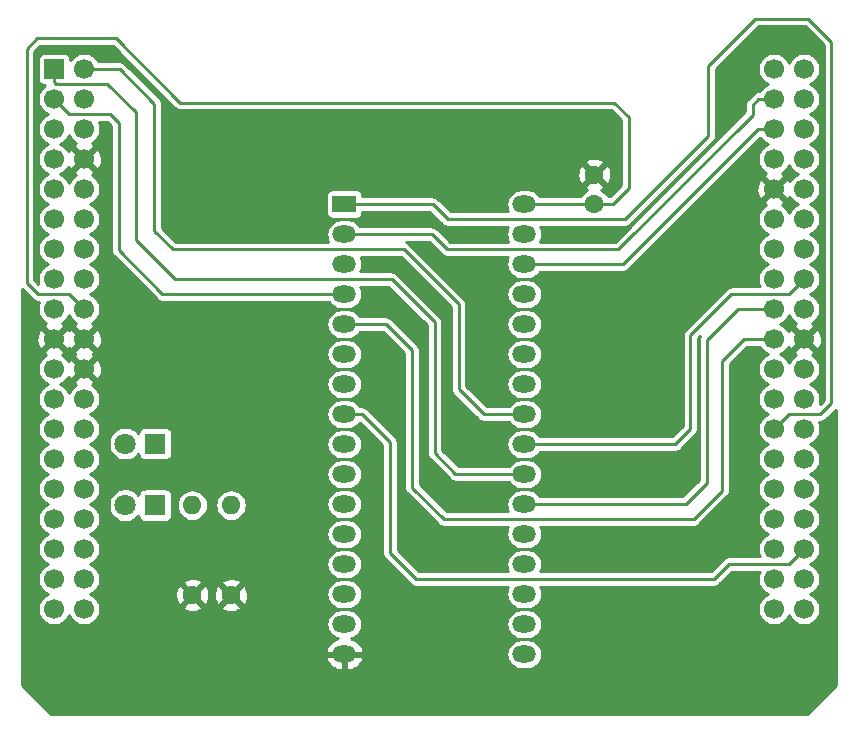
<source format=gtl>
G04 #@! TF.GenerationSoftware,KiCad,Pcbnew,5.1.4+dfsg1-2*
G04 #@! TF.CreationDate,2019-11-28T13:24:12+01:00*
G04 #@! TF.ProjectId,gordon,676f7264-6f6e-42e6-9b69-6361645f7063,rev?*
G04 #@! TF.SameCoordinates,Original*
G04 #@! TF.FileFunction,Copper,L1,Top*
G04 #@! TF.FilePolarity,Positive*
%FSLAX46Y46*%
G04 Gerber Fmt 4.6, Leading zero omitted, Abs format (unit mm)*
G04 Created by KiCad (PCBNEW 5.1.4+dfsg1-2) date 2019-11-28 13:24:12*
%MOMM*%
%LPD*%
G04 APERTURE LIST*
%ADD10O,2.000000X1.440000*%
%ADD11R,2.000000X1.440000*%
%ADD12R,1.700000X1.700000*%
%ADD13C,1.700000*%
%ADD14O,1.600000X1.600000*%
%ADD15C,1.600000*%
%ADD16C,1.800000*%
%ADD17R,1.800000X1.800000*%
%ADD18C,0.250000*%
%ADD19C,0.254000*%
G04 APERTURE END LIST*
D10*
X125340000Y-114375000D03*
X110100000Y-114375000D03*
X125340000Y-111835000D03*
X110100000Y-111835000D03*
X125340000Y-109295000D03*
X110100000Y-109295000D03*
X125340000Y-106755000D03*
X110100000Y-106755000D03*
X125340000Y-104215000D03*
X110100000Y-104215000D03*
X125340000Y-101675000D03*
X110100000Y-101675000D03*
X125340000Y-99135000D03*
X110100000Y-99135000D03*
X125340000Y-96595000D03*
X110100000Y-96595000D03*
X125340000Y-94055000D03*
X110100000Y-94055000D03*
X125340000Y-91515000D03*
X110100000Y-91515000D03*
X125340000Y-88975000D03*
X110100000Y-88975000D03*
X125340000Y-86435000D03*
X110100000Y-86435000D03*
X125340000Y-83895000D03*
X110100000Y-83895000D03*
X125340000Y-81355000D03*
X110100000Y-81355000D03*
X125340000Y-78815000D03*
X110100000Y-78815000D03*
X125340000Y-76275000D03*
D11*
X110100000Y-76275000D03*
D12*
X85525000Y-64840000D03*
D13*
X88065000Y-64840000D03*
X85525000Y-67380000D03*
X88065000Y-67380000D03*
X85525000Y-69920000D03*
X88065000Y-69920000D03*
X85525000Y-72460000D03*
X88065000Y-72460000D03*
X85525000Y-75000000D03*
X88065000Y-75000000D03*
X85525000Y-77540000D03*
X88065000Y-77540000D03*
X85525000Y-80080000D03*
X88065000Y-80080000D03*
X85525000Y-82620000D03*
X88065000Y-82620000D03*
X85525000Y-85160000D03*
X88065000Y-85160000D03*
X85525000Y-87700000D03*
X88065000Y-87700000D03*
X85525000Y-90240000D03*
X88065000Y-90240000D03*
X85525000Y-92780000D03*
X88065000Y-92780000D03*
X85525000Y-95320000D03*
X88065000Y-95320000D03*
X85525000Y-97860000D03*
X88065000Y-97860000D03*
X85525000Y-100400000D03*
X88065000Y-100400000D03*
X85525000Y-102940000D03*
X88065000Y-102940000D03*
X85525000Y-105480000D03*
X88065000Y-105480000D03*
X85525000Y-108020000D03*
X88065000Y-108020000D03*
X85525000Y-110560000D03*
X88065000Y-110560000D03*
X146485000Y-64840000D03*
X149025000Y-64840000D03*
X146485000Y-67380000D03*
X149025000Y-67380000D03*
X146485000Y-69920000D03*
X149025000Y-69920000D03*
X146485000Y-72460000D03*
X149025000Y-72460000D03*
X146485000Y-75000000D03*
X149025000Y-75000000D03*
X146485000Y-77540000D03*
X149025000Y-77540000D03*
X146485000Y-80080000D03*
X149025000Y-80080000D03*
X146485000Y-82620000D03*
X149025000Y-82620000D03*
X146485000Y-85160000D03*
X149025000Y-85160000D03*
X146485000Y-87700000D03*
X149025000Y-87700000D03*
X146485000Y-90240000D03*
X149025000Y-90240000D03*
X146485000Y-92780000D03*
X149025000Y-92780000D03*
X146485000Y-95320000D03*
X149025000Y-95320000D03*
X146485000Y-97860000D03*
X149025000Y-97860000D03*
X146485000Y-100400000D03*
X149025000Y-100400000D03*
X146485000Y-102940000D03*
X149025000Y-102940000D03*
X146485000Y-105480000D03*
X149025000Y-105480000D03*
X146485000Y-108020000D03*
X149025000Y-108020000D03*
X146485000Y-110560000D03*
X149025000Y-110560000D03*
D14*
X97225000Y-101755000D03*
D15*
X97225000Y-109375000D03*
D14*
X100500000Y-101755000D03*
D15*
X100500000Y-109375000D03*
D16*
X91560000Y-101775000D03*
D17*
X94100000Y-101775000D03*
D16*
X91560000Y-96550000D03*
D17*
X94100000Y-96550000D03*
D15*
X131275000Y-73775000D03*
X131275000Y-76275000D03*
D18*
X125340000Y-76275000D02*
X131275000Y-76275000D01*
X132825000Y-76275000D02*
X131275000Y-76275000D01*
X83200000Y-63100000D02*
X84075000Y-62225000D01*
X84175000Y-83900000D02*
X83200000Y-82925000D01*
X86805000Y-83900000D02*
X84175000Y-83900000D01*
X84075000Y-62225000D02*
X90750000Y-62225000D01*
X88065000Y-85160000D02*
X86805000Y-83900000D01*
X83200000Y-82925000D02*
X83200000Y-63100000D01*
X90750000Y-62225000D02*
X96200000Y-67675000D01*
X96200000Y-67675000D02*
X132950000Y-67675000D01*
X132950000Y-67675000D02*
X134200000Y-68925000D01*
X134200000Y-68925000D02*
X134200000Y-74900000D01*
X134200000Y-74900000D02*
X132825000Y-76275000D01*
X148175001Y-106329999D02*
X149025000Y-105480000D01*
X147755000Y-106750000D02*
X148175001Y-106329999D01*
X142650000Y-106750000D02*
X147755000Y-106750000D01*
X110100000Y-94055000D02*
X111605000Y-94055000D01*
X113950000Y-96400000D02*
X113950000Y-105800000D01*
X111605000Y-94055000D02*
X113950000Y-96400000D01*
X113950000Y-105800000D02*
X116175000Y-108025000D01*
X141375000Y-108025000D02*
X142650000Y-106750000D01*
X116175000Y-108025000D02*
X141375000Y-108025000D01*
X146480000Y-69925000D02*
X146485000Y-69920000D01*
X145125000Y-69925000D02*
X146480000Y-69925000D01*
X125340000Y-81355000D02*
X133695000Y-81355000D01*
X133695000Y-81355000D02*
X145125000Y-69925000D01*
X147755000Y-94050000D02*
X146485000Y-95320000D01*
X140925000Y-70475000D02*
X140925000Y-64550000D01*
X118850000Y-77550000D02*
X133850000Y-77550000D01*
X133850000Y-77550000D02*
X140925000Y-70475000D01*
X140925000Y-64550000D02*
X144900000Y-60575000D01*
X110100000Y-76275000D02*
X117575000Y-76275000D01*
X117575000Y-76275000D02*
X118850000Y-77550000D01*
X144900000Y-60575000D02*
X149375000Y-60575000D01*
X151325000Y-62525000D02*
X151325000Y-93125000D01*
X151325000Y-93125000D02*
X150400000Y-94050000D01*
X150400000Y-94050000D02*
X147755000Y-94050000D01*
X149375000Y-60575000D02*
X151325000Y-62525000D01*
X142100000Y-100525000D02*
X142100000Y-89550000D01*
X142100000Y-89550000D02*
X143950000Y-87700000D01*
X139675000Y-102950000D02*
X142100000Y-100525000D01*
X143950000Y-87700000D02*
X146485000Y-87700000D01*
X113635000Y-86435000D02*
X115825000Y-88625000D01*
X110100000Y-86435000D02*
X113635000Y-86435000D01*
X115825000Y-88625000D02*
X115825000Y-100275000D01*
X115825000Y-100275000D02*
X118500000Y-102950000D01*
X118500000Y-102950000D02*
X139675000Y-102950000D01*
X145145000Y-67380000D02*
X146485000Y-67380000D01*
X144675000Y-67850000D02*
X145145000Y-67380000D01*
X117515000Y-78815000D02*
X118800000Y-80100000D01*
X118800000Y-80100000D02*
X133275000Y-80100000D01*
X133275000Y-80100000D02*
X144675000Y-68700000D01*
X144675000Y-68700000D02*
X144675000Y-67850000D01*
X110100000Y-78815000D02*
X117515000Y-78815000D01*
X138105000Y-96595000D02*
X127680000Y-96595000D01*
X127680000Y-96595000D02*
X125340000Y-96595000D01*
X147745000Y-83900000D02*
X142862500Y-83900000D01*
X149025000Y-82620000D02*
X147745000Y-83900000D01*
X142862500Y-83900000D02*
X139387500Y-87375000D01*
X139387500Y-87375000D02*
X139387500Y-95312500D01*
X139387500Y-95312500D02*
X138105000Y-96595000D01*
X143415000Y-85160000D02*
X146485000Y-85160000D01*
X140800000Y-87775000D02*
X143415000Y-85160000D01*
X140800000Y-99875000D02*
X140800000Y-87775000D01*
X125340000Y-101675000D02*
X139000000Y-101675000D01*
X139000000Y-101675000D02*
X140800000Y-99875000D01*
X94695000Y-83895000D02*
X110100000Y-83895000D01*
X86795000Y-68650000D02*
X90275000Y-68650000D01*
X91000000Y-80200000D02*
X94695000Y-83895000D01*
X85525000Y-67380000D02*
X86795000Y-68650000D01*
X91000000Y-69375000D02*
X91000000Y-80200000D01*
X90275000Y-68650000D02*
X91000000Y-69375000D01*
X119775000Y-91925000D02*
X121905000Y-94055000D01*
X119775000Y-84750000D02*
X119775000Y-91925000D01*
X115125000Y-80100000D02*
X119775000Y-84750000D01*
X121905000Y-94055000D02*
X125340000Y-94055000D01*
X91065000Y-64840000D02*
X94025000Y-67800000D01*
X88065000Y-64840000D02*
X91065000Y-64840000D01*
X94025000Y-78550000D02*
X95575000Y-80100000D01*
X94025000Y-67800000D02*
X94025000Y-78550000D01*
X95575000Y-80100000D02*
X115125000Y-80100000D01*
X114100000Y-82625000D02*
X117750000Y-86275000D01*
X95750000Y-82625000D02*
X114100000Y-82625000D01*
X92425000Y-79300000D02*
X95750000Y-82625000D01*
X119510000Y-99135000D02*
X125340000Y-99135000D01*
X117750000Y-97375000D02*
X119510000Y-99135000D01*
X117750000Y-86275000D02*
X117750000Y-97375000D01*
X85525000Y-65940000D02*
X85685000Y-66100000D01*
X92425000Y-68500000D02*
X92425000Y-79300000D01*
X85525000Y-64840000D02*
X85525000Y-65940000D01*
X90025000Y-66100000D02*
X92425000Y-68500000D01*
X85685000Y-66100000D02*
X90025000Y-66100000D01*
D19*
G36*
X90348000Y-69645067D02*
G01*
X90348001Y-80167968D01*
X90344846Y-80200000D01*
X90357435Y-80327814D01*
X90394717Y-80450716D01*
X90401809Y-80463984D01*
X90455260Y-80563984D01*
X90536737Y-80663264D01*
X90561614Y-80683680D01*
X94211320Y-84333387D01*
X94231736Y-84358264D01*
X94331016Y-84439741D01*
X94442412Y-84499283D01*
X94444283Y-84500283D01*
X94567185Y-84537565D01*
X94694999Y-84550154D01*
X94727021Y-84547000D01*
X108754543Y-84547000D01*
X108778141Y-84591148D01*
X108933972Y-84781028D01*
X109123852Y-84936859D01*
X109340485Y-85052652D01*
X109575545Y-85123956D01*
X109758747Y-85142000D01*
X110441253Y-85142000D01*
X110624455Y-85123956D01*
X110859515Y-85052652D01*
X111076148Y-84936859D01*
X111266028Y-84781028D01*
X111421859Y-84591148D01*
X111537652Y-84374515D01*
X111608956Y-84139455D01*
X111633033Y-83895000D01*
X111608956Y-83650545D01*
X111537652Y-83415485D01*
X111463630Y-83277000D01*
X113829934Y-83277000D01*
X117098000Y-86545067D01*
X117098001Y-97342968D01*
X117094846Y-97375000D01*
X117107435Y-97502814D01*
X117144717Y-97625716D01*
X117144718Y-97625717D01*
X117205260Y-97738984D01*
X117286737Y-97838264D01*
X117311614Y-97858680D01*
X119026320Y-99573387D01*
X119046736Y-99598264D01*
X119146016Y-99679741D01*
X119259283Y-99740283D01*
X119320735Y-99758924D01*
X119382185Y-99777565D01*
X119510000Y-99790154D01*
X119542022Y-99787000D01*
X123994543Y-99787000D01*
X124018141Y-99831148D01*
X124173972Y-100021028D01*
X124363852Y-100176859D01*
X124580485Y-100292652D01*
X124815545Y-100363956D01*
X124998747Y-100382000D01*
X125681253Y-100382000D01*
X125864455Y-100363956D01*
X126099515Y-100292652D01*
X126316148Y-100176859D01*
X126506028Y-100021028D01*
X126661859Y-99831148D01*
X126777652Y-99614515D01*
X126848956Y-99379455D01*
X126873033Y-99135000D01*
X126848956Y-98890545D01*
X126777652Y-98655485D01*
X126661859Y-98438852D01*
X126506028Y-98248972D01*
X126316148Y-98093141D01*
X126099515Y-97977348D01*
X125864455Y-97906044D01*
X125681253Y-97888000D01*
X124998747Y-97888000D01*
X124815545Y-97906044D01*
X124580485Y-97977348D01*
X124363852Y-98093141D01*
X124173972Y-98248972D01*
X124018141Y-98438852D01*
X123994543Y-98483000D01*
X119780067Y-98483000D01*
X118402000Y-97104934D01*
X118402000Y-86307022D01*
X118405154Y-86275000D01*
X118392565Y-86147185D01*
X118373924Y-86085735D01*
X118355283Y-86024283D01*
X118294741Y-85911016D01*
X118213264Y-85811736D01*
X118188388Y-85791321D01*
X114583685Y-82186619D01*
X114563264Y-82161736D01*
X114463984Y-82080259D01*
X114350717Y-82019717D01*
X114227814Y-81982435D01*
X114132022Y-81973000D01*
X114100000Y-81969846D01*
X114067978Y-81973000D01*
X111463630Y-81973000D01*
X111537652Y-81834515D01*
X111608956Y-81599455D01*
X111633033Y-81355000D01*
X111608956Y-81110545D01*
X111537652Y-80875485D01*
X111471648Y-80752000D01*
X114854934Y-80752000D01*
X119123000Y-85020067D01*
X119123001Y-91892968D01*
X119119846Y-91925000D01*
X119132435Y-92052814D01*
X119169717Y-92175716D01*
X119169718Y-92175717D01*
X119230260Y-92288984D01*
X119311737Y-92388264D01*
X119336614Y-92408680D01*
X121421320Y-94493387D01*
X121441736Y-94518264D01*
X121541016Y-94599741D01*
X121654283Y-94660283D01*
X121686102Y-94669935D01*
X121777185Y-94697565D01*
X121905000Y-94710154D01*
X121937022Y-94707000D01*
X123994543Y-94707000D01*
X124018141Y-94751148D01*
X124173972Y-94941028D01*
X124363852Y-95096859D01*
X124580485Y-95212652D01*
X124815545Y-95283956D01*
X124998747Y-95302000D01*
X125681253Y-95302000D01*
X125864455Y-95283956D01*
X126099515Y-95212652D01*
X126316148Y-95096859D01*
X126506028Y-94941028D01*
X126661859Y-94751148D01*
X126777652Y-94534515D01*
X126848956Y-94299455D01*
X126873033Y-94055000D01*
X126848956Y-93810545D01*
X126777652Y-93575485D01*
X126661859Y-93358852D01*
X126506028Y-93168972D01*
X126316148Y-93013141D01*
X126099515Y-92897348D01*
X125864455Y-92826044D01*
X125681253Y-92808000D01*
X124998747Y-92808000D01*
X124815545Y-92826044D01*
X124580485Y-92897348D01*
X124363852Y-93013141D01*
X124173972Y-93168972D01*
X124018141Y-93358852D01*
X123994543Y-93403000D01*
X122175067Y-93403000D01*
X120427000Y-91654934D01*
X120427000Y-91515000D01*
X123806967Y-91515000D01*
X123831044Y-91759455D01*
X123902348Y-91994515D01*
X124018141Y-92211148D01*
X124173972Y-92401028D01*
X124363852Y-92556859D01*
X124580485Y-92672652D01*
X124815545Y-92743956D01*
X124998747Y-92762000D01*
X125681253Y-92762000D01*
X125864455Y-92743956D01*
X126099515Y-92672652D01*
X126316148Y-92556859D01*
X126506028Y-92401028D01*
X126661859Y-92211148D01*
X126777652Y-91994515D01*
X126848956Y-91759455D01*
X126873033Y-91515000D01*
X126848956Y-91270545D01*
X126777652Y-91035485D01*
X126661859Y-90818852D01*
X126506028Y-90628972D01*
X126316148Y-90473141D01*
X126099515Y-90357348D01*
X125864455Y-90286044D01*
X125681253Y-90268000D01*
X124998747Y-90268000D01*
X124815545Y-90286044D01*
X124580485Y-90357348D01*
X124363852Y-90473141D01*
X124173972Y-90628972D01*
X124018141Y-90818852D01*
X123902348Y-91035485D01*
X123831044Y-91270545D01*
X123806967Y-91515000D01*
X120427000Y-91515000D01*
X120427000Y-88975000D01*
X123806967Y-88975000D01*
X123831044Y-89219455D01*
X123902348Y-89454515D01*
X124018141Y-89671148D01*
X124173972Y-89861028D01*
X124363852Y-90016859D01*
X124580485Y-90132652D01*
X124815545Y-90203956D01*
X124998747Y-90222000D01*
X125681253Y-90222000D01*
X125864455Y-90203956D01*
X126099515Y-90132652D01*
X126316148Y-90016859D01*
X126506028Y-89861028D01*
X126661859Y-89671148D01*
X126777652Y-89454515D01*
X126848956Y-89219455D01*
X126873033Y-88975000D01*
X126848956Y-88730545D01*
X126777652Y-88495485D01*
X126661859Y-88278852D01*
X126506028Y-88088972D01*
X126316148Y-87933141D01*
X126099515Y-87817348D01*
X125864455Y-87746044D01*
X125681253Y-87728000D01*
X124998747Y-87728000D01*
X124815545Y-87746044D01*
X124580485Y-87817348D01*
X124363852Y-87933141D01*
X124173972Y-88088972D01*
X124018141Y-88278852D01*
X123902348Y-88495485D01*
X123831044Y-88730545D01*
X123806967Y-88975000D01*
X120427000Y-88975000D01*
X120427000Y-86435000D01*
X123806967Y-86435000D01*
X123831044Y-86679455D01*
X123902348Y-86914515D01*
X124018141Y-87131148D01*
X124173972Y-87321028D01*
X124363852Y-87476859D01*
X124580485Y-87592652D01*
X124815545Y-87663956D01*
X124998747Y-87682000D01*
X125681253Y-87682000D01*
X125864455Y-87663956D01*
X126099515Y-87592652D01*
X126316148Y-87476859D01*
X126506028Y-87321028D01*
X126661859Y-87131148D01*
X126777652Y-86914515D01*
X126848956Y-86679455D01*
X126873033Y-86435000D01*
X126848956Y-86190545D01*
X126777652Y-85955485D01*
X126661859Y-85738852D01*
X126506028Y-85548972D01*
X126316148Y-85393141D01*
X126099515Y-85277348D01*
X125864455Y-85206044D01*
X125681253Y-85188000D01*
X124998747Y-85188000D01*
X124815545Y-85206044D01*
X124580485Y-85277348D01*
X124363852Y-85393141D01*
X124173972Y-85548972D01*
X124018141Y-85738852D01*
X123902348Y-85955485D01*
X123831044Y-86190545D01*
X123806967Y-86435000D01*
X120427000Y-86435000D01*
X120427000Y-84782021D01*
X120430154Y-84749999D01*
X120417565Y-84622185D01*
X120380283Y-84499283D01*
X120319741Y-84386016D01*
X120238264Y-84286736D01*
X120213388Y-84266321D01*
X119842067Y-83895000D01*
X123806967Y-83895000D01*
X123831044Y-84139455D01*
X123902348Y-84374515D01*
X124018141Y-84591148D01*
X124173972Y-84781028D01*
X124363852Y-84936859D01*
X124580485Y-85052652D01*
X124815545Y-85123956D01*
X124998747Y-85142000D01*
X125681253Y-85142000D01*
X125864455Y-85123956D01*
X126099515Y-85052652D01*
X126316148Y-84936859D01*
X126506028Y-84781028D01*
X126661859Y-84591148D01*
X126777652Y-84374515D01*
X126848956Y-84139455D01*
X126873033Y-83895000D01*
X126848956Y-83650545D01*
X126777652Y-83415485D01*
X126661859Y-83198852D01*
X126506028Y-83008972D01*
X126316148Y-82853141D01*
X126099515Y-82737348D01*
X125864455Y-82666044D01*
X125681253Y-82648000D01*
X124998747Y-82648000D01*
X124815545Y-82666044D01*
X124580485Y-82737348D01*
X124363852Y-82853141D01*
X124173972Y-83008972D01*
X124018141Y-83198852D01*
X123902348Y-83415485D01*
X123831044Y-83650545D01*
X123806967Y-83895000D01*
X119842067Y-83895000D01*
X115608685Y-79661619D01*
X115588264Y-79636736D01*
X115488984Y-79555259D01*
X115375717Y-79494717D01*
X115284346Y-79467000D01*
X117244934Y-79467000D01*
X118316320Y-80538387D01*
X118336736Y-80563264D01*
X118436016Y-80644741D01*
X118545012Y-80703000D01*
X118549283Y-80705283D01*
X118672185Y-80742565D01*
X118684827Y-80743810D01*
X118767978Y-80752000D01*
X118767985Y-80752000D01*
X118799999Y-80755153D01*
X118832014Y-80752000D01*
X123968352Y-80752000D01*
X123902348Y-80875485D01*
X123831044Y-81110545D01*
X123806967Y-81355000D01*
X123831044Y-81599455D01*
X123902348Y-81834515D01*
X124018141Y-82051148D01*
X124173972Y-82241028D01*
X124363852Y-82396859D01*
X124580485Y-82512652D01*
X124815545Y-82583956D01*
X124998747Y-82602000D01*
X125681253Y-82602000D01*
X125864455Y-82583956D01*
X126099515Y-82512652D01*
X126316148Y-82396859D01*
X126506028Y-82241028D01*
X126661859Y-82051148D01*
X126685457Y-82007000D01*
X133662978Y-82007000D01*
X133695000Y-82010154D01*
X133727022Y-82007000D01*
X133822814Y-81997565D01*
X133945717Y-81960283D01*
X134058984Y-81899741D01*
X134158264Y-81818264D01*
X134178685Y-81793381D01*
X140903535Y-75068531D01*
X144994389Y-75068531D01*
X145036401Y-75358019D01*
X145134081Y-75633747D01*
X145207528Y-75771157D01*
X145456603Y-75848792D01*
X146305395Y-75000000D01*
X145456603Y-74151208D01*
X145207528Y-74228843D01*
X145081629Y-74492883D01*
X145009661Y-74776411D01*
X144994389Y-75068531D01*
X140903535Y-75068531D01*
X145318829Y-70653238D01*
X145415414Y-70797787D01*
X145607213Y-70989586D01*
X145832746Y-71140282D01*
X145952776Y-71190000D01*
X145832746Y-71239718D01*
X145607213Y-71390414D01*
X145415414Y-71582213D01*
X145264718Y-71807746D01*
X145160917Y-72058344D01*
X145108000Y-72324377D01*
X145108000Y-72595623D01*
X145160917Y-72861656D01*
X145264718Y-73112254D01*
X145415414Y-73337787D01*
X145607213Y-73529586D01*
X145815028Y-73668443D01*
X145713843Y-73722528D01*
X145636208Y-73971603D01*
X146485000Y-74820395D01*
X147333792Y-73971603D01*
X147256157Y-73722528D01*
X147149873Y-73671850D01*
X147362787Y-73529586D01*
X147554586Y-73337787D01*
X147705282Y-73112254D01*
X147755000Y-72992224D01*
X147804718Y-73112254D01*
X147955414Y-73337787D01*
X148147213Y-73529586D01*
X148372746Y-73680282D01*
X148492776Y-73730000D01*
X148372746Y-73779718D01*
X148147213Y-73930414D01*
X147955414Y-74122213D01*
X147816557Y-74330028D01*
X147762472Y-74228843D01*
X147513397Y-74151208D01*
X146664605Y-75000000D01*
X147513397Y-75848792D01*
X147762472Y-75771157D01*
X147813150Y-75664873D01*
X147955414Y-75877787D01*
X148147213Y-76069586D01*
X148372746Y-76220282D01*
X148492776Y-76270000D01*
X148372746Y-76319718D01*
X148147213Y-76470414D01*
X147955414Y-76662213D01*
X147804718Y-76887746D01*
X147755000Y-77007776D01*
X147705282Y-76887746D01*
X147554586Y-76662213D01*
X147362787Y-76470414D01*
X147154972Y-76331557D01*
X147256157Y-76277472D01*
X147333792Y-76028397D01*
X146485000Y-75179605D01*
X145636208Y-76028397D01*
X145713843Y-76277472D01*
X145820127Y-76328150D01*
X145607213Y-76470414D01*
X145415414Y-76662213D01*
X145264718Y-76887746D01*
X145160917Y-77138344D01*
X145108000Y-77404377D01*
X145108000Y-77675623D01*
X145160917Y-77941656D01*
X145264718Y-78192254D01*
X145415414Y-78417787D01*
X145607213Y-78609586D01*
X145832746Y-78760282D01*
X145952776Y-78810000D01*
X145832746Y-78859718D01*
X145607213Y-79010414D01*
X145415414Y-79202213D01*
X145264718Y-79427746D01*
X145160917Y-79678344D01*
X145108000Y-79944377D01*
X145108000Y-80215623D01*
X145160917Y-80481656D01*
X145264718Y-80732254D01*
X145415414Y-80957787D01*
X145607213Y-81149586D01*
X145832746Y-81300282D01*
X145952776Y-81350000D01*
X145832746Y-81399718D01*
X145607213Y-81550414D01*
X145415414Y-81742213D01*
X145264718Y-81967746D01*
X145160917Y-82218344D01*
X145108000Y-82484377D01*
X145108000Y-82755623D01*
X145160917Y-83021656D01*
X145254672Y-83248000D01*
X142894521Y-83248000D01*
X142862499Y-83244846D01*
X142734685Y-83257435D01*
X142630682Y-83288984D01*
X142611783Y-83294717D01*
X142498516Y-83355259D01*
X142399236Y-83436736D01*
X142378820Y-83461613D01*
X138949119Y-86891315D01*
X138924236Y-86911736D01*
X138842759Y-87011017D01*
X138813235Y-87066253D01*
X138782217Y-87124284D01*
X138744935Y-87247186D01*
X138732346Y-87375000D01*
X138735500Y-87407022D01*
X138735501Y-95042432D01*
X137834934Y-95943000D01*
X126685457Y-95943000D01*
X126661859Y-95898852D01*
X126506028Y-95708972D01*
X126316148Y-95553141D01*
X126099515Y-95437348D01*
X125864455Y-95366044D01*
X125681253Y-95348000D01*
X124998747Y-95348000D01*
X124815545Y-95366044D01*
X124580485Y-95437348D01*
X124363852Y-95553141D01*
X124173972Y-95708972D01*
X124018141Y-95898852D01*
X123902348Y-96115485D01*
X123831044Y-96350545D01*
X123806967Y-96595000D01*
X123831044Y-96839455D01*
X123902348Y-97074515D01*
X124018141Y-97291148D01*
X124173972Y-97481028D01*
X124363852Y-97636859D01*
X124580485Y-97752652D01*
X124815545Y-97823956D01*
X124998747Y-97842000D01*
X125681253Y-97842000D01*
X125864455Y-97823956D01*
X126099515Y-97752652D01*
X126316148Y-97636859D01*
X126506028Y-97481028D01*
X126661859Y-97291148D01*
X126685457Y-97247000D01*
X138072978Y-97247000D01*
X138105000Y-97250154D01*
X138137022Y-97247000D01*
X138232814Y-97237565D01*
X138355717Y-97200283D01*
X138468984Y-97139741D01*
X138568264Y-97058264D01*
X138588685Y-97033381D01*
X139825887Y-95796180D01*
X139850764Y-95775764D01*
X139932241Y-95676484D01*
X139992783Y-95563217D01*
X140030065Y-95440314D01*
X140039500Y-95344522D01*
X140042654Y-95312500D01*
X140039500Y-95280478D01*
X140039500Y-87645066D01*
X140234259Y-87450308D01*
X140194717Y-87524284D01*
X140157435Y-87647186D01*
X140144846Y-87775000D01*
X140148001Y-87807032D01*
X140148000Y-99604933D01*
X138729934Y-101023000D01*
X126685457Y-101023000D01*
X126661859Y-100978852D01*
X126506028Y-100788972D01*
X126316148Y-100633141D01*
X126099515Y-100517348D01*
X125864455Y-100446044D01*
X125681253Y-100428000D01*
X124998747Y-100428000D01*
X124815545Y-100446044D01*
X124580485Y-100517348D01*
X124363852Y-100633141D01*
X124173972Y-100788972D01*
X124018141Y-100978852D01*
X123902348Y-101195485D01*
X123831044Y-101430545D01*
X123806967Y-101675000D01*
X123831044Y-101919455D01*
X123902348Y-102154515D01*
X123979042Y-102298000D01*
X118770067Y-102298000D01*
X116477000Y-100004934D01*
X116477000Y-88657022D01*
X116480154Y-88625000D01*
X116467565Y-88497185D01*
X116430283Y-88374284D01*
X116430283Y-88374283D01*
X116369741Y-88261016D01*
X116288264Y-88161736D01*
X116263388Y-88141321D01*
X114118685Y-85996619D01*
X114098264Y-85971736D01*
X113998984Y-85890259D01*
X113885717Y-85829717D01*
X113762814Y-85792435D01*
X113667022Y-85783000D01*
X113635000Y-85779846D01*
X113602978Y-85783000D01*
X111445457Y-85783000D01*
X111421859Y-85738852D01*
X111266028Y-85548972D01*
X111076148Y-85393141D01*
X110859515Y-85277348D01*
X110624455Y-85206044D01*
X110441253Y-85188000D01*
X109758747Y-85188000D01*
X109575545Y-85206044D01*
X109340485Y-85277348D01*
X109123852Y-85393141D01*
X108933972Y-85548972D01*
X108778141Y-85738852D01*
X108662348Y-85955485D01*
X108591044Y-86190545D01*
X108566967Y-86435000D01*
X108591044Y-86679455D01*
X108662348Y-86914515D01*
X108778141Y-87131148D01*
X108933972Y-87321028D01*
X109123852Y-87476859D01*
X109340485Y-87592652D01*
X109575545Y-87663956D01*
X109758747Y-87682000D01*
X110441253Y-87682000D01*
X110624455Y-87663956D01*
X110859515Y-87592652D01*
X111076148Y-87476859D01*
X111266028Y-87321028D01*
X111421859Y-87131148D01*
X111445457Y-87087000D01*
X113364934Y-87087000D01*
X115173000Y-88895067D01*
X115173001Y-100242968D01*
X115169846Y-100275000D01*
X115182435Y-100402814D01*
X115219717Y-100525716D01*
X115236450Y-100557021D01*
X115280260Y-100638984D01*
X115361737Y-100738264D01*
X115386614Y-100758680D01*
X118016320Y-103388387D01*
X118036736Y-103413264D01*
X118136016Y-103494741D01*
X118181125Y-103518852D01*
X118249283Y-103555283D01*
X118372185Y-103592565D01*
X118499999Y-103605154D01*
X118532021Y-103602000D01*
X123973697Y-103602000D01*
X123902348Y-103735485D01*
X123831044Y-103970545D01*
X123806967Y-104215000D01*
X123831044Y-104459455D01*
X123902348Y-104694515D01*
X124018141Y-104911148D01*
X124173972Y-105101028D01*
X124363852Y-105256859D01*
X124580485Y-105372652D01*
X124815545Y-105443956D01*
X124998747Y-105462000D01*
X125681253Y-105462000D01*
X125864455Y-105443956D01*
X126099515Y-105372652D01*
X126316148Y-105256859D01*
X126506028Y-105101028D01*
X126661859Y-104911148D01*
X126777652Y-104694515D01*
X126848956Y-104459455D01*
X126873033Y-104215000D01*
X126848956Y-103970545D01*
X126777652Y-103735485D01*
X126706303Y-103602000D01*
X139642978Y-103602000D01*
X139675000Y-103605154D01*
X139707022Y-103602000D01*
X139802814Y-103592565D01*
X139925717Y-103555283D01*
X140038984Y-103494741D01*
X140138264Y-103413264D01*
X140158685Y-103388381D01*
X142538388Y-101008679D01*
X142563264Y-100988264D01*
X142644741Y-100888984D01*
X142705283Y-100775717D01*
X142736639Y-100672350D01*
X142742565Y-100652815D01*
X142755154Y-100525000D01*
X142752000Y-100492978D01*
X142752000Y-89820066D01*
X144220067Y-88352000D01*
X145264613Y-88352000D01*
X145264718Y-88352254D01*
X145415414Y-88577787D01*
X145607213Y-88769586D01*
X145832746Y-88920282D01*
X145952776Y-88970000D01*
X145832746Y-89019718D01*
X145607213Y-89170414D01*
X145415414Y-89362213D01*
X145264718Y-89587746D01*
X145160917Y-89838344D01*
X145108000Y-90104377D01*
X145108000Y-90375623D01*
X145160917Y-90641656D01*
X145264718Y-90892254D01*
X145415414Y-91117787D01*
X145607213Y-91309586D01*
X145832746Y-91460282D01*
X145952776Y-91510000D01*
X145832746Y-91559718D01*
X145607213Y-91710414D01*
X145415414Y-91902213D01*
X145264718Y-92127746D01*
X145160917Y-92378344D01*
X145108000Y-92644377D01*
X145108000Y-92915623D01*
X145160917Y-93181656D01*
X145264718Y-93432254D01*
X145415414Y-93657787D01*
X145607213Y-93849586D01*
X145832746Y-94000282D01*
X145952776Y-94050000D01*
X145832746Y-94099718D01*
X145607213Y-94250414D01*
X145415414Y-94442213D01*
X145264718Y-94667746D01*
X145160917Y-94918344D01*
X145108000Y-95184377D01*
X145108000Y-95455623D01*
X145160917Y-95721656D01*
X145264718Y-95972254D01*
X145415414Y-96197787D01*
X145607213Y-96389586D01*
X145832746Y-96540282D01*
X145952776Y-96590000D01*
X145832746Y-96639718D01*
X145607213Y-96790414D01*
X145415414Y-96982213D01*
X145264718Y-97207746D01*
X145160917Y-97458344D01*
X145108000Y-97724377D01*
X145108000Y-97995623D01*
X145160917Y-98261656D01*
X145264718Y-98512254D01*
X145415414Y-98737787D01*
X145607213Y-98929586D01*
X145832746Y-99080282D01*
X145952776Y-99130000D01*
X145832746Y-99179718D01*
X145607213Y-99330414D01*
X145415414Y-99522213D01*
X145264718Y-99747746D01*
X145160917Y-99998344D01*
X145108000Y-100264377D01*
X145108000Y-100535623D01*
X145160917Y-100801656D01*
X145264718Y-101052254D01*
X145415414Y-101277787D01*
X145607213Y-101469586D01*
X145832746Y-101620282D01*
X145952776Y-101670000D01*
X145832746Y-101719718D01*
X145607213Y-101870414D01*
X145415414Y-102062213D01*
X145264718Y-102287746D01*
X145160917Y-102538344D01*
X145108000Y-102804377D01*
X145108000Y-103075623D01*
X145160917Y-103341656D01*
X145264718Y-103592254D01*
X145415414Y-103817787D01*
X145607213Y-104009586D01*
X145832746Y-104160282D01*
X145952776Y-104210000D01*
X145832746Y-104259718D01*
X145607213Y-104410414D01*
X145415414Y-104602213D01*
X145264718Y-104827746D01*
X145160917Y-105078344D01*
X145108000Y-105344377D01*
X145108000Y-105615623D01*
X145160917Y-105881656D01*
X145250530Y-106098000D01*
X142682021Y-106098000D01*
X142649999Y-106094846D01*
X142522185Y-106107435D01*
X142440368Y-106132254D01*
X142399283Y-106144717D01*
X142286016Y-106205259D01*
X142186736Y-106286736D01*
X142166320Y-106311613D01*
X141104934Y-107373000D01*
X126703630Y-107373000D01*
X126777652Y-107234515D01*
X126848956Y-106999455D01*
X126873033Y-106755000D01*
X126848956Y-106510545D01*
X126777652Y-106275485D01*
X126661859Y-106058852D01*
X126506028Y-105868972D01*
X126316148Y-105713141D01*
X126099515Y-105597348D01*
X125864455Y-105526044D01*
X125681253Y-105508000D01*
X124998747Y-105508000D01*
X124815545Y-105526044D01*
X124580485Y-105597348D01*
X124363852Y-105713141D01*
X124173972Y-105868972D01*
X124018141Y-106058852D01*
X123902348Y-106275485D01*
X123831044Y-106510545D01*
X123806967Y-106755000D01*
X123831044Y-106999455D01*
X123902348Y-107234515D01*
X123976370Y-107373000D01*
X116445067Y-107373000D01*
X114602000Y-105529934D01*
X114602000Y-96432022D01*
X114605154Y-96400000D01*
X114592565Y-96272185D01*
X114569996Y-96197787D01*
X114555283Y-96149283D01*
X114494741Y-96036016D01*
X114413264Y-95936736D01*
X114388388Y-95916321D01*
X112088685Y-93616619D01*
X112068264Y-93591736D01*
X111968984Y-93510259D01*
X111855717Y-93449717D01*
X111732814Y-93412435D01*
X111637022Y-93403000D01*
X111605000Y-93399846D01*
X111572978Y-93403000D01*
X111445457Y-93403000D01*
X111421859Y-93358852D01*
X111266028Y-93168972D01*
X111076148Y-93013141D01*
X110859515Y-92897348D01*
X110624455Y-92826044D01*
X110441253Y-92808000D01*
X109758747Y-92808000D01*
X109575545Y-92826044D01*
X109340485Y-92897348D01*
X109123852Y-93013141D01*
X108933972Y-93168972D01*
X108778141Y-93358852D01*
X108662348Y-93575485D01*
X108591044Y-93810545D01*
X108566967Y-94055000D01*
X108591044Y-94299455D01*
X108662348Y-94534515D01*
X108778141Y-94751148D01*
X108933972Y-94941028D01*
X109123852Y-95096859D01*
X109340485Y-95212652D01*
X109575545Y-95283956D01*
X109758747Y-95302000D01*
X110441253Y-95302000D01*
X110624455Y-95283956D01*
X110859515Y-95212652D01*
X111076148Y-95096859D01*
X111266028Y-94941028D01*
X111402577Y-94774643D01*
X113298000Y-96670067D01*
X113298001Y-105767968D01*
X113294846Y-105800000D01*
X113307435Y-105927814D01*
X113344717Y-106050716D01*
X113344718Y-106050717D01*
X113405260Y-106163984D01*
X113486737Y-106263264D01*
X113511614Y-106283680D01*
X115691320Y-108463387D01*
X115711736Y-108488264D01*
X115811016Y-108569741D01*
X115924283Y-108630283D01*
X116047185Y-108667565D01*
X116174999Y-108680154D01*
X116207021Y-108677000D01*
X123976370Y-108677000D01*
X123902348Y-108815485D01*
X123831044Y-109050545D01*
X123806967Y-109295000D01*
X123831044Y-109539455D01*
X123902348Y-109774515D01*
X124018141Y-109991148D01*
X124173972Y-110181028D01*
X124363852Y-110336859D01*
X124580485Y-110452652D01*
X124815545Y-110523956D01*
X124998747Y-110542000D01*
X125681253Y-110542000D01*
X125864455Y-110523956D01*
X126099515Y-110452652D01*
X126316148Y-110336859D01*
X126506028Y-110181028D01*
X126661859Y-109991148D01*
X126777652Y-109774515D01*
X126848956Y-109539455D01*
X126873033Y-109295000D01*
X126848956Y-109050545D01*
X126777652Y-108815485D01*
X126703630Y-108677000D01*
X141342978Y-108677000D01*
X141375000Y-108680154D01*
X141407022Y-108677000D01*
X141502814Y-108667565D01*
X141625717Y-108630283D01*
X141738984Y-108569741D01*
X141838264Y-108488264D01*
X141858685Y-108463381D01*
X142920067Y-107402000D01*
X145250530Y-107402000D01*
X145160917Y-107618344D01*
X145108000Y-107884377D01*
X145108000Y-108155623D01*
X145160917Y-108421656D01*
X145264718Y-108672254D01*
X145415414Y-108897787D01*
X145607213Y-109089586D01*
X145832746Y-109240282D01*
X145952776Y-109290000D01*
X145832746Y-109339718D01*
X145607213Y-109490414D01*
X145415414Y-109682213D01*
X145264718Y-109907746D01*
X145160917Y-110158344D01*
X145108000Y-110424377D01*
X145108000Y-110695623D01*
X145160917Y-110961656D01*
X145264718Y-111212254D01*
X145415414Y-111437787D01*
X145607213Y-111629586D01*
X145832746Y-111780282D01*
X146083344Y-111884083D01*
X146349377Y-111937000D01*
X146620623Y-111937000D01*
X146886656Y-111884083D01*
X147137254Y-111780282D01*
X147362787Y-111629586D01*
X147554586Y-111437787D01*
X147705282Y-111212254D01*
X147755000Y-111092224D01*
X147804718Y-111212254D01*
X147955414Y-111437787D01*
X148147213Y-111629586D01*
X148372746Y-111780282D01*
X148623344Y-111884083D01*
X148889377Y-111937000D01*
X149160623Y-111937000D01*
X149426656Y-111884083D01*
X149677254Y-111780282D01*
X149902787Y-111629586D01*
X150094586Y-111437787D01*
X150245282Y-111212254D01*
X150349083Y-110961656D01*
X150402000Y-110695623D01*
X150402000Y-110424377D01*
X150349083Y-110158344D01*
X150245282Y-109907746D01*
X150094586Y-109682213D01*
X149902787Y-109490414D01*
X149677254Y-109339718D01*
X149557224Y-109290000D01*
X149677254Y-109240282D01*
X149902787Y-109089586D01*
X150094586Y-108897787D01*
X150245282Y-108672254D01*
X150349083Y-108421656D01*
X150402000Y-108155623D01*
X150402000Y-107884377D01*
X150349083Y-107618344D01*
X150245282Y-107367746D01*
X150094586Y-107142213D01*
X149902787Y-106950414D01*
X149677254Y-106799718D01*
X149557224Y-106750000D01*
X149677254Y-106700282D01*
X149902787Y-106549586D01*
X150094586Y-106357787D01*
X150245282Y-106132254D01*
X150349083Y-105881656D01*
X150402000Y-105615623D01*
X150402000Y-105344377D01*
X150349083Y-105078344D01*
X150245282Y-104827746D01*
X150094586Y-104602213D01*
X149902787Y-104410414D01*
X149677254Y-104259718D01*
X149557224Y-104210000D01*
X149677254Y-104160282D01*
X149902787Y-104009586D01*
X150094586Y-103817787D01*
X150245282Y-103592254D01*
X150349083Y-103341656D01*
X150402000Y-103075623D01*
X150402000Y-102804377D01*
X150349083Y-102538344D01*
X150245282Y-102287746D01*
X150094586Y-102062213D01*
X149902787Y-101870414D01*
X149677254Y-101719718D01*
X149557224Y-101670000D01*
X149677254Y-101620282D01*
X149902787Y-101469586D01*
X150094586Y-101277787D01*
X150245282Y-101052254D01*
X150349083Y-100801656D01*
X150402000Y-100535623D01*
X150402000Y-100264377D01*
X150349083Y-99998344D01*
X150245282Y-99747746D01*
X150094586Y-99522213D01*
X149902787Y-99330414D01*
X149677254Y-99179718D01*
X149557224Y-99130000D01*
X149677254Y-99080282D01*
X149902787Y-98929586D01*
X150094586Y-98737787D01*
X150245282Y-98512254D01*
X150349083Y-98261656D01*
X150402000Y-97995623D01*
X150402000Y-97724377D01*
X150349083Y-97458344D01*
X150245282Y-97207746D01*
X150094586Y-96982213D01*
X149902787Y-96790414D01*
X149677254Y-96639718D01*
X149557224Y-96590000D01*
X149677254Y-96540282D01*
X149902787Y-96389586D01*
X150094586Y-96197787D01*
X150245282Y-95972254D01*
X150349083Y-95721656D01*
X150402000Y-95455623D01*
X150402000Y-95184377D01*
X150349083Y-94918344D01*
X150259470Y-94702000D01*
X150367978Y-94702000D01*
X150400000Y-94705154D01*
X150432022Y-94702000D01*
X150527814Y-94692565D01*
X150650717Y-94655283D01*
X150763984Y-94594741D01*
X150863264Y-94513264D01*
X150883685Y-94488382D01*
X151698001Y-93674066D01*
X151698001Y-117021353D01*
X149271356Y-119448000D01*
X85228646Y-119448000D01*
X82802000Y-117021356D01*
X82802000Y-114711472D01*
X108507441Y-114711472D01*
X108519542Y-114776203D01*
X108622801Y-115022201D01*
X108772067Y-115243327D01*
X108961605Y-115431084D01*
X109184131Y-115578256D01*
X109431093Y-115679188D01*
X109693000Y-115730000D01*
X109973000Y-115730000D01*
X109973000Y-114502000D01*
X110227000Y-114502000D01*
X110227000Y-115730000D01*
X110507000Y-115730000D01*
X110768907Y-115679188D01*
X111015869Y-115578256D01*
X111238395Y-115431084D01*
X111427933Y-115243327D01*
X111577199Y-115022201D01*
X111680458Y-114776203D01*
X111692559Y-114711472D01*
X111569489Y-114502000D01*
X110227000Y-114502000D01*
X109973000Y-114502000D01*
X108630511Y-114502000D01*
X108507441Y-114711472D01*
X82802000Y-114711472D01*
X82802000Y-114375000D01*
X123806967Y-114375000D01*
X123831044Y-114619455D01*
X123902348Y-114854515D01*
X124018141Y-115071148D01*
X124173972Y-115261028D01*
X124363852Y-115416859D01*
X124580485Y-115532652D01*
X124815545Y-115603956D01*
X124998747Y-115622000D01*
X125681253Y-115622000D01*
X125864455Y-115603956D01*
X126099515Y-115532652D01*
X126316148Y-115416859D01*
X126506028Y-115261028D01*
X126661859Y-115071148D01*
X126777652Y-114854515D01*
X126848956Y-114619455D01*
X126873033Y-114375000D01*
X126848956Y-114130545D01*
X126777652Y-113895485D01*
X126661859Y-113678852D01*
X126506028Y-113488972D01*
X126316148Y-113333141D01*
X126099515Y-113217348D01*
X125864455Y-113146044D01*
X125681253Y-113128000D01*
X124998747Y-113128000D01*
X124815545Y-113146044D01*
X124580485Y-113217348D01*
X124363852Y-113333141D01*
X124173972Y-113488972D01*
X124018141Y-113678852D01*
X123902348Y-113895485D01*
X123831044Y-114130545D01*
X123806967Y-114375000D01*
X82802000Y-114375000D01*
X82802000Y-114038528D01*
X108507441Y-114038528D01*
X108630511Y-114248000D01*
X109973000Y-114248000D01*
X109973000Y-114228000D01*
X110227000Y-114228000D01*
X110227000Y-114248000D01*
X111569489Y-114248000D01*
X111692559Y-114038528D01*
X111680458Y-113973797D01*
X111577199Y-113727799D01*
X111427933Y-113506673D01*
X111238395Y-113318916D01*
X111015869Y-113171744D01*
X110768907Y-113070812D01*
X110667018Y-113051045D01*
X110859515Y-112992652D01*
X111076148Y-112876859D01*
X111266028Y-112721028D01*
X111421859Y-112531148D01*
X111537652Y-112314515D01*
X111608956Y-112079455D01*
X111633033Y-111835000D01*
X123806967Y-111835000D01*
X123831044Y-112079455D01*
X123902348Y-112314515D01*
X124018141Y-112531148D01*
X124173972Y-112721028D01*
X124363852Y-112876859D01*
X124580485Y-112992652D01*
X124815545Y-113063956D01*
X124998747Y-113082000D01*
X125681253Y-113082000D01*
X125864455Y-113063956D01*
X126099515Y-112992652D01*
X126316148Y-112876859D01*
X126506028Y-112721028D01*
X126661859Y-112531148D01*
X126777652Y-112314515D01*
X126848956Y-112079455D01*
X126873033Y-111835000D01*
X126848956Y-111590545D01*
X126777652Y-111355485D01*
X126661859Y-111138852D01*
X126506028Y-110948972D01*
X126316148Y-110793141D01*
X126099515Y-110677348D01*
X125864455Y-110606044D01*
X125681253Y-110588000D01*
X124998747Y-110588000D01*
X124815545Y-110606044D01*
X124580485Y-110677348D01*
X124363852Y-110793141D01*
X124173972Y-110948972D01*
X124018141Y-111138852D01*
X123902348Y-111355485D01*
X123831044Y-111590545D01*
X123806967Y-111835000D01*
X111633033Y-111835000D01*
X111608956Y-111590545D01*
X111537652Y-111355485D01*
X111421859Y-111138852D01*
X111266028Y-110948972D01*
X111076148Y-110793141D01*
X110859515Y-110677348D01*
X110624455Y-110606044D01*
X110441253Y-110588000D01*
X109758747Y-110588000D01*
X109575545Y-110606044D01*
X109340485Y-110677348D01*
X109123852Y-110793141D01*
X108933972Y-110948972D01*
X108778141Y-111138852D01*
X108662348Y-111355485D01*
X108591044Y-111590545D01*
X108566967Y-111835000D01*
X108591044Y-112079455D01*
X108662348Y-112314515D01*
X108778141Y-112531148D01*
X108933972Y-112721028D01*
X109123852Y-112876859D01*
X109340485Y-112992652D01*
X109532982Y-113051045D01*
X109431093Y-113070812D01*
X109184131Y-113171744D01*
X108961605Y-113318916D01*
X108772067Y-113506673D01*
X108622801Y-113727799D01*
X108519542Y-113973797D01*
X108507441Y-114038528D01*
X82802000Y-114038528D01*
X82802000Y-90104377D01*
X84148000Y-90104377D01*
X84148000Y-90375623D01*
X84200917Y-90641656D01*
X84304718Y-90892254D01*
X84455414Y-91117787D01*
X84647213Y-91309586D01*
X84872746Y-91460282D01*
X84992776Y-91510000D01*
X84872746Y-91559718D01*
X84647213Y-91710414D01*
X84455414Y-91902213D01*
X84304718Y-92127746D01*
X84200917Y-92378344D01*
X84148000Y-92644377D01*
X84148000Y-92915623D01*
X84200917Y-93181656D01*
X84304718Y-93432254D01*
X84455414Y-93657787D01*
X84647213Y-93849586D01*
X84872746Y-94000282D01*
X84992776Y-94050000D01*
X84872746Y-94099718D01*
X84647213Y-94250414D01*
X84455414Y-94442213D01*
X84304718Y-94667746D01*
X84200917Y-94918344D01*
X84148000Y-95184377D01*
X84148000Y-95455623D01*
X84200917Y-95721656D01*
X84304718Y-95972254D01*
X84455414Y-96197787D01*
X84647213Y-96389586D01*
X84872746Y-96540282D01*
X84992776Y-96590000D01*
X84872746Y-96639718D01*
X84647213Y-96790414D01*
X84455414Y-96982213D01*
X84304718Y-97207746D01*
X84200917Y-97458344D01*
X84148000Y-97724377D01*
X84148000Y-97995623D01*
X84200917Y-98261656D01*
X84304718Y-98512254D01*
X84455414Y-98737787D01*
X84647213Y-98929586D01*
X84872746Y-99080282D01*
X84992776Y-99130000D01*
X84872746Y-99179718D01*
X84647213Y-99330414D01*
X84455414Y-99522213D01*
X84304718Y-99747746D01*
X84200917Y-99998344D01*
X84148000Y-100264377D01*
X84148000Y-100535623D01*
X84200917Y-100801656D01*
X84304718Y-101052254D01*
X84455414Y-101277787D01*
X84647213Y-101469586D01*
X84872746Y-101620282D01*
X84992776Y-101670000D01*
X84872746Y-101719718D01*
X84647213Y-101870414D01*
X84455414Y-102062213D01*
X84304718Y-102287746D01*
X84200917Y-102538344D01*
X84148000Y-102804377D01*
X84148000Y-103075623D01*
X84200917Y-103341656D01*
X84304718Y-103592254D01*
X84455414Y-103817787D01*
X84647213Y-104009586D01*
X84872746Y-104160282D01*
X84992776Y-104210000D01*
X84872746Y-104259718D01*
X84647213Y-104410414D01*
X84455414Y-104602213D01*
X84304718Y-104827746D01*
X84200917Y-105078344D01*
X84148000Y-105344377D01*
X84148000Y-105615623D01*
X84200917Y-105881656D01*
X84304718Y-106132254D01*
X84455414Y-106357787D01*
X84647213Y-106549586D01*
X84872746Y-106700282D01*
X84992776Y-106750000D01*
X84872746Y-106799718D01*
X84647213Y-106950414D01*
X84455414Y-107142213D01*
X84304718Y-107367746D01*
X84200917Y-107618344D01*
X84148000Y-107884377D01*
X84148000Y-108155623D01*
X84200917Y-108421656D01*
X84304718Y-108672254D01*
X84455414Y-108897787D01*
X84647213Y-109089586D01*
X84872746Y-109240282D01*
X84992776Y-109290000D01*
X84872746Y-109339718D01*
X84647213Y-109490414D01*
X84455414Y-109682213D01*
X84304718Y-109907746D01*
X84200917Y-110158344D01*
X84148000Y-110424377D01*
X84148000Y-110695623D01*
X84200917Y-110961656D01*
X84304718Y-111212254D01*
X84455414Y-111437787D01*
X84647213Y-111629586D01*
X84872746Y-111780282D01*
X85123344Y-111884083D01*
X85389377Y-111937000D01*
X85660623Y-111937000D01*
X85926656Y-111884083D01*
X86177254Y-111780282D01*
X86402787Y-111629586D01*
X86594586Y-111437787D01*
X86745282Y-111212254D01*
X86795000Y-111092224D01*
X86844718Y-111212254D01*
X86995414Y-111437787D01*
X87187213Y-111629586D01*
X87412746Y-111780282D01*
X87663344Y-111884083D01*
X87929377Y-111937000D01*
X88200623Y-111937000D01*
X88466656Y-111884083D01*
X88717254Y-111780282D01*
X88942787Y-111629586D01*
X89134586Y-111437787D01*
X89285282Y-111212254D01*
X89389083Y-110961656D01*
X89442000Y-110695623D01*
X89442000Y-110424377D01*
X89430727Y-110367702D01*
X96411903Y-110367702D01*
X96483486Y-110611671D01*
X96738996Y-110732571D01*
X97013184Y-110801300D01*
X97295512Y-110815217D01*
X97575130Y-110773787D01*
X97841292Y-110678603D01*
X97966514Y-110611671D01*
X98038097Y-110367702D01*
X99686903Y-110367702D01*
X99758486Y-110611671D01*
X100013996Y-110732571D01*
X100288184Y-110801300D01*
X100570512Y-110815217D01*
X100850130Y-110773787D01*
X101116292Y-110678603D01*
X101241514Y-110611671D01*
X101313097Y-110367702D01*
X100500000Y-109554605D01*
X99686903Y-110367702D01*
X98038097Y-110367702D01*
X97225000Y-109554605D01*
X96411903Y-110367702D01*
X89430727Y-110367702D01*
X89389083Y-110158344D01*
X89285282Y-109907746D01*
X89134586Y-109682213D01*
X88942787Y-109490414D01*
X88875587Y-109445512D01*
X95784783Y-109445512D01*
X95826213Y-109725130D01*
X95921397Y-109991292D01*
X95988329Y-110116514D01*
X96232298Y-110188097D01*
X97045395Y-109375000D01*
X97404605Y-109375000D01*
X98217702Y-110188097D01*
X98461671Y-110116514D01*
X98582571Y-109861004D01*
X98651300Y-109586816D01*
X98658265Y-109445512D01*
X99059783Y-109445512D01*
X99101213Y-109725130D01*
X99196397Y-109991292D01*
X99263329Y-110116514D01*
X99507298Y-110188097D01*
X100320395Y-109375000D01*
X100679605Y-109375000D01*
X101492702Y-110188097D01*
X101736671Y-110116514D01*
X101857571Y-109861004D01*
X101926300Y-109586816D01*
X101940217Y-109304488D01*
X101938812Y-109295000D01*
X108566967Y-109295000D01*
X108591044Y-109539455D01*
X108662348Y-109774515D01*
X108778141Y-109991148D01*
X108933972Y-110181028D01*
X109123852Y-110336859D01*
X109340485Y-110452652D01*
X109575545Y-110523956D01*
X109758747Y-110542000D01*
X110441253Y-110542000D01*
X110624455Y-110523956D01*
X110859515Y-110452652D01*
X111076148Y-110336859D01*
X111266028Y-110181028D01*
X111421859Y-109991148D01*
X111537652Y-109774515D01*
X111608956Y-109539455D01*
X111633033Y-109295000D01*
X111608956Y-109050545D01*
X111537652Y-108815485D01*
X111421859Y-108598852D01*
X111266028Y-108408972D01*
X111076148Y-108253141D01*
X110859515Y-108137348D01*
X110624455Y-108066044D01*
X110441253Y-108048000D01*
X109758747Y-108048000D01*
X109575545Y-108066044D01*
X109340485Y-108137348D01*
X109123852Y-108253141D01*
X108933972Y-108408972D01*
X108778141Y-108598852D01*
X108662348Y-108815485D01*
X108591044Y-109050545D01*
X108566967Y-109295000D01*
X101938812Y-109295000D01*
X101898787Y-109024870D01*
X101803603Y-108758708D01*
X101736671Y-108633486D01*
X101492702Y-108561903D01*
X100679605Y-109375000D01*
X100320395Y-109375000D01*
X99507298Y-108561903D01*
X99263329Y-108633486D01*
X99142429Y-108888996D01*
X99073700Y-109163184D01*
X99059783Y-109445512D01*
X98658265Y-109445512D01*
X98665217Y-109304488D01*
X98623787Y-109024870D01*
X98528603Y-108758708D01*
X98461671Y-108633486D01*
X98217702Y-108561903D01*
X97404605Y-109375000D01*
X97045395Y-109375000D01*
X96232298Y-108561903D01*
X95988329Y-108633486D01*
X95867429Y-108888996D01*
X95798700Y-109163184D01*
X95784783Y-109445512D01*
X88875587Y-109445512D01*
X88717254Y-109339718D01*
X88597224Y-109290000D01*
X88717254Y-109240282D01*
X88942787Y-109089586D01*
X89134586Y-108897787D01*
X89285282Y-108672254D01*
X89389083Y-108421656D01*
X89396911Y-108382298D01*
X96411903Y-108382298D01*
X97225000Y-109195395D01*
X98038097Y-108382298D01*
X99686903Y-108382298D01*
X100500000Y-109195395D01*
X101313097Y-108382298D01*
X101241514Y-108138329D01*
X100986004Y-108017429D01*
X100711816Y-107948700D01*
X100429488Y-107934783D01*
X100149870Y-107976213D01*
X99883708Y-108071397D01*
X99758486Y-108138329D01*
X99686903Y-108382298D01*
X98038097Y-108382298D01*
X97966514Y-108138329D01*
X97711004Y-108017429D01*
X97436816Y-107948700D01*
X97154488Y-107934783D01*
X96874870Y-107976213D01*
X96608708Y-108071397D01*
X96483486Y-108138329D01*
X96411903Y-108382298D01*
X89396911Y-108382298D01*
X89442000Y-108155623D01*
X89442000Y-107884377D01*
X89389083Y-107618344D01*
X89285282Y-107367746D01*
X89134586Y-107142213D01*
X88942787Y-106950414D01*
X88717254Y-106799718D01*
X88609296Y-106755000D01*
X108566967Y-106755000D01*
X108591044Y-106999455D01*
X108662348Y-107234515D01*
X108778141Y-107451148D01*
X108933972Y-107641028D01*
X109123852Y-107796859D01*
X109340485Y-107912652D01*
X109575545Y-107983956D01*
X109758747Y-108002000D01*
X110441253Y-108002000D01*
X110624455Y-107983956D01*
X110859515Y-107912652D01*
X111076148Y-107796859D01*
X111266028Y-107641028D01*
X111421859Y-107451148D01*
X111537652Y-107234515D01*
X111608956Y-106999455D01*
X111633033Y-106755000D01*
X111608956Y-106510545D01*
X111537652Y-106275485D01*
X111421859Y-106058852D01*
X111266028Y-105868972D01*
X111076148Y-105713141D01*
X110859515Y-105597348D01*
X110624455Y-105526044D01*
X110441253Y-105508000D01*
X109758747Y-105508000D01*
X109575545Y-105526044D01*
X109340485Y-105597348D01*
X109123852Y-105713141D01*
X108933972Y-105868972D01*
X108778141Y-106058852D01*
X108662348Y-106275485D01*
X108591044Y-106510545D01*
X108566967Y-106755000D01*
X88609296Y-106755000D01*
X88597224Y-106750000D01*
X88717254Y-106700282D01*
X88942787Y-106549586D01*
X89134586Y-106357787D01*
X89285282Y-106132254D01*
X89389083Y-105881656D01*
X89442000Y-105615623D01*
X89442000Y-105344377D01*
X89389083Y-105078344D01*
X89285282Y-104827746D01*
X89134586Y-104602213D01*
X88942787Y-104410414D01*
X88717254Y-104259718D01*
X88609296Y-104215000D01*
X108566967Y-104215000D01*
X108591044Y-104459455D01*
X108662348Y-104694515D01*
X108778141Y-104911148D01*
X108933972Y-105101028D01*
X109123852Y-105256859D01*
X109340485Y-105372652D01*
X109575545Y-105443956D01*
X109758747Y-105462000D01*
X110441253Y-105462000D01*
X110624455Y-105443956D01*
X110859515Y-105372652D01*
X111076148Y-105256859D01*
X111266028Y-105101028D01*
X111421859Y-104911148D01*
X111537652Y-104694515D01*
X111608956Y-104459455D01*
X111633033Y-104215000D01*
X111608956Y-103970545D01*
X111537652Y-103735485D01*
X111421859Y-103518852D01*
X111266028Y-103328972D01*
X111076148Y-103173141D01*
X110859515Y-103057348D01*
X110624455Y-102986044D01*
X110441253Y-102968000D01*
X109758747Y-102968000D01*
X109575545Y-102986044D01*
X109340485Y-103057348D01*
X109123852Y-103173141D01*
X108933972Y-103328972D01*
X108778141Y-103518852D01*
X108662348Y-103735485D01*
X108591044Y-103970545D01*
X108566967Y-104215000D01*
X88609296Y-104215000D01*
X88597224Y-104210000D01*
X88717254Y-104160282D01*
X88942787Y-104009586D01*
X89134586Y-103817787D01*
X89285282Y-103592254D01*
X89389083Y-103341656D01*
X89442000Y-103075623D01*
X89442000Y-102804377D01*
X89389083Y-102538344D01*
X89285282Y-102287746D01*
X89134586Y-102062213D01*
X88942787Y-101870414D01*
X88717254Y-101719718D01*
X88597224Y-101670000D01*
X88683042Y-101634453D01*
X90133000Y-101634453D01*
X90133000Y-101915547D01*
X90187838Y-102191241D01*
X90295409Y-102450938D01*
X90451576Y-102684660D01*
X90650340Y-102883424D01*
X90884062Y-103039591D01*
X91143759Y-103147162D01*
X91419453Y-103202000D01*
X91700547Y-103202000D01*
X91976241Y-103147162D01*
X92235938Y-103039591D01*
X92469660Y-102883424D01*
X92668424Y-102684660D01*
X92671020Y-102680775D01*
X92680626Y-102778310D01*
X92710761Y-102877650D01*
X92759696Y-102969202D01*
X92825552Y-103049448D01*
X92905798Y-103115304D01*
X92997350Y-103164239D01*
X93096690Y-103194374D01*
X93200000Y-103204549D01*
X95000000Y-103204549D01*
X95103310Y-103194374D01*
X95202650Y-103164239D01*
X95294202Y-103115304D01*
X95374448Y-103049448D01*
X95440304Y-102969202D01*
X95489239Y-102877650D01*
X95519374Y-102778310D01*
X95529549Y-102675000D01*
X95529549Y-101755000D01*
X95891580Y-101755000D01*
X95917201Y-102015137D01*
X95993081Y-102265278D01*
X96116302Y-102495808D01*
X96282130Y-102697870D01*
X96484192Y-102863698D01*
X96714722Y-102986919D01*
X96964863Y-103062799D01*
X97159816Y-103082000D01*
X97290184Y-103082000D01*
X97485137Y-103062799D01*
X97735278Y-102986919D01*
X97965808Y-102863698D01*
X98167870Y-102697870D01*
X98333698Y-102495808D01*
X98456919Y-102265278D01*
X98532799Y-102015137D01*
X98558420Y-101755000D01*
X99166580Y-101755000D01*
X99192201Y-102015137D01*
X99268081Y-102265278D01*
X99391302Y-102495808D01*
X99557130Y-102697870D01*
X99759192Y-102863698D01*
X99989722Y-102986919D01*
X100239863Y-103062799D01*
X100434816Y-103082000D01*
X100565184Y-103082000D01*
X100760137Y-103062799D01*
X101010278Y-102986919D01*
X101240808Y-102863698D01*
X101442870Y-102697870D01*
X101608698Y-102495808D01*
X101731919Y-102265278D01*
X101807799Y-102015137D01*
X101833420Y-101755000D01*
X101825541Y-101675000D01*
X108566967Y-101675000D01*
X108591044Y-101919455D01*
X108662348Y-102154515D01*
X108778141Y-102371148D01*
X108933972Y-102561028D01*
X109123852Y-102716859D01*
X109340485Y-102832652D01*
X109575545Y-102903956D01*
X109758747Y-102922000D01*
X110441253Y-102922000D01*
X110624455Y-102903956D01*
X110859515Y-102832652D01*
X111076148Y-102716859D01*
X111266028Y-102561028D01*
X111421859Y-102371148D01*
X111537652Y-102154515D01*
X111608956Y-101919455D01*
X111633033Y-101675000D01*
X111608956Y-101430545D01*
X111537652Y-101195485D01*
X111421859Y-100978852D01*
X111266028Y-100788972D01*
X111076148Y-100633141D01*
X110859515Y-100517348D01*
X110624455Y-100446044D01*
X110441253Y-100428000D01*
X109758747Y-100428000D01*
X109575545Y-100446044D01*
X109340485Y-100517348D01*
X109123852Y-100633141D01*
X108933972Y-100788972D01*
X108778141Y-100978852D01*
X108662348Y-101195485D01*
X108591044Y-101430545D01*
X108566967Y-101675000D01*
X101825541Y-101675000D01*
X101807799Y-101494863D01*
X101731919Y-101244722D01*
X101608698Y-101014192D01*
X101442870Y-100812130D01*
X101240808Y-100646302D01*
X101010278Y-100523081D01*
X100760137Y-100447201D01*
X100565184Y-100428000D01*
X100434816Y-100428000D01*
X100239863Y-100447201D01*
X99989722Y-100523081D01*
X99759192Y-100646302D01*
X99557130Y-100812130D01*
X99391302Y-101014192D01*
X99268081Y-101244722D01*
X99192201Y-101494863D01*
X99166580Y-101755000D01*
X98558420Y-101755000D01*
X98532799Y-101494863D01*
X98456919Y-101244722D01*
X98333698Y-101014192D01*
X98167870Y-100812130D01*
X97965808Y-100646302D01*
X97735278Y-100523081D01*
X97485137Y-100447201D01*
X97290184Y-100428000D01*
X97159816Y-100428000D01*
X96964863Y-100447201D01*
X96714722Y-100523081D01*
X96484192Y-100646302D01*
X96282130Y-100812130D01*
X96116302Y-101014192D01*
X95993081Y-101244722D01*
X95917201Y-101494863D01*
X95891580Y-101755000D01*
X95529549Y-101755000D01*
X95529549Y-100875000D01*
X95519374Y-100771690D01*
X95489239Y-100672350D01*
X95440304Y-100580798D01*
X95374448Y-100500552D01*
X95294202Y-100434696D01*
X95202650Y-100385761D01*
X95103310Y-100355626D01*
X95000000Y-100345451D01*
X93200000Y-100345451D01*
X93096690Y-100355626D01*
X92997350Y-100385761D01*
X92905798Y-100434696D01*
X92825552Y-100500552D01*
X92759696Y-100580798D01*
X92710761Y-100672350D01*
X92680626Y-100771690D01*
X92671020Y-100869225D01*
X92668424Y-100865340D01*
X92469660Y-100666576D01*
X92235938Y-100510409D01*
X91976241Y-100402838D01*
X91700547Y-100348000D01*
X91419453Y-100348000D01*
X91143759Y-100402838D01*
X90884062Y-100510409D01*
X90650340Y-100666576D01*
X90451576Y-100865340D01*
X90295409Y-101099062D01*
X90187838Y-101358759D01*
X90133000Y-101634453D01*
X88683042Y-101634453D01*
X88717254Y-101620282D01*
X88942787Y-101469586D01*
X89134586Y-101277787D01*
X89285282Y-101052254D01*
X89389083Y-100801656D01*
X89442000Y-100535623D01*
X89442000Y-100264377D01*
X89389083Y-99998344D01*
X89285282Y-99747746D01*
X89134586Y-99522213D01*
X88942787Y-99330414D01*
X88717254Y-99179718D01*
X88609296Y-99135000D01*
X108566967Y-99135000D01*
X108591044Y-99379455D01*
X108662348Y-99614515D01*
X108778141Y-99831148D01*
X108933972Y-100021028D01*
X109123852Y-100176859D01*
X109340485Y-100292652D01*
X109575545Y-100363956D01*
X109758747Y-100382000D01*
X110441253Y-100382000D01*
X110624455Y-100363956D01*
X110859515Y-100292652D01*
X111076148Y-100176859D01*
X111266028Y-100021028D01*
X111421859Y-99831148D01*
X111537652Y-99614515D01*
X111608956Y-99379455D01*
X111633033Y-99135000D01*
X111608956Y-98890545D01*
X111537652Y-98655485D01*
X111421859Y-98438852D01*
X111266028Y-98248972D01*
X111076148Y-98093141D01*
X110859515Y-97977348D01*
X110624455Y-97906044D01*
X110441253Y-97888000D01*
X109758747Y-97888000D01*
X109575545Y-97906044D01*
X109340485Y-97977348D01*
X109123852Y-98093141D01*
X108933972Y-98248972D01*
X108778141Y-98438852D01*
X108662348Y-98655485D01*
X108591044Y-98890545D01*
X108566967Y-99135000D01*
X88609296Y-99135000D01*
X88597224Y-99130000D01*
X88717254Y-99080282D01*
X88942787Y-98929586D01*
X89134586Y-98737787D01*
X89285282Y-98512254D01*
X89389083Y-98261656D01*
X89442000Y-97995623D01*
X89442000Y-97724377D01*
X89389083Y-97458344D01*
X89285282Y-97207746D01*
X89134586Y-96982213D01*
X88942787Y-96790414D01*
X88717254Y-96639718D01*
X88597224Y-96590000D01*
X88717254Y-96540282D01*
X88913053Y-96409453D01*
X90133000Y-96409453D01*
X90133000Y-96690547D01*
X90187838Y-96966241D01*
X90295409Y-97225938D01*
X90451576Y-97459660D01*
X90650340Y-97658424D01*
X90884062Y-97814591D01*
X91143759Y-97922162D01*
X91419453Y-97977000D01*
X91700547Y-97977000D01*
X91976241Y-97922162D01*
X92235938Y-97814591D01*
X92469660Y-97658424D01*
X92668424Y-97459660D01*
X92671020Y-97455775D01*
X92680626Y-97553310D01*
X92710761Y-97652650D01*
X92759696Y-97744202D01*
X92825552Y-97824448D01*
X92905798Y-97890304D01*
X92997350Y-97939239D01*
X93096690Y-97969374D01*
X93200000Y-97979549D01*
X95000000Y-97979549D01*
X95103310Y-97969374D01*
X95202650Y-97939239D01*
X95294202Y-97890304D01*
X95374448Y-97824448D01*
X95440304Y-97744202D01*
X95489239Y-97652650D01*
X95519374Y-97553310D01*
X95529549Y-97450000D01*
X95529549Y-96595000D01*
X108566967Y-96595000D01*
X108591044Y-96839455D01*
X108662348Y-97074515D01*
X108778141Y-97291148D01*
X108933972Y-97481028D01*
X109123852Y-97636859D01*
X109340485Y-97752652D01*
X109575545Y-97823956D01*
X109758747Y-97842000D01*
X110441253Y-97842000D01*
X110624455Y-97823956D01*
X110859515Y-97752652D01*
X111076148Y-97636859D01*
X111266028Y-97481028D01*
X111421859Y-97291148D01*
X111537652Y-97074515D01*
X111608956Y-96839455D01*
X111633033Y-96595000D01*
X111608956Y-96350545D01*
X111537652Y-96115485D01*
X111421859Y-95898852D01*
X111266028Y-95708972D01*
X111076148Y-95553141D01*
X110859515Y-95437348D01*
X110624455Y-95366044D01*
X110441253Y-95348000D01*
X109758747Y-95348000D01*
X109575545Y-95366044D01*
X109340485Y-95437348D01*
X109123852Y-95553141D01*
X108933972Y-95708972D01*
X108778141Y-95898852D01*
X108662348Y-96115485D01*
X108591044Y-96350545D01*
X108566967Y-96595000D01*
X95529549Y-96595000D01*
X95529549Y-95650000D01*
X95519374Y-95546690D01*
X95489239Y-95447350D01*
X95440304Y-95355798D01*
X95374448Y-95275552D01*
X95294202Y-95209696D01*
X95202650Y-95160761D01*
X95103310Y-95130626D01*
X95000000Y-95120451D01*
X93200000Y-95120451D01*
X93096690Y-95130626D01*
X92997350Y-95160761D01*
X92905798Y-95209696D01*
X92825552Y-95275552D01*
X92759696Y-95355798D01*
X92710761Y-95447350D01*
X92680626Y-95546690D01*
X92671020Y-95644225D01*
X92668424Y-95640340D01*
X92469660Y-95441576D01*
X92235938Y-95285409D01*
X91976241Y-95177838D01*
X91700547Y-95123000D01*
X91419453Y-95123000D01*
X91143759Y-95177838D01*
X90884062Y-95285409D01*
X90650340Y-95441576D01*
X90451576Y-95640340D01*
X90295409Y-95874062D01*
X90187838Y-96133759D01*
X90133000Y-96409453D01*
X88913053Y-96409453D01*
X88942787Y-96389586D01*
X89134586Y-96197787D01*
X89285282Y-95972254D01*
X89389083Y-95721656D01*
X89442000Y-95455623D01*
X89442000Y-95184377D01*
X89389083Y-94918344D01*
X89285282Y-94667746D01*
X89134586Y-94442213D01*
X88942787Y-94250414D01*
X88717254Y-94099718D01*
X88597224Y-94050000D01*
X88717254Y-94000282D01*
X88942787Y-93849586D01*
X89134586Y-93657787D01*
X89285282Y-93432254D01*
X89389083Y-93181656D01*
X89442000Y-92915623D01*
X89442000Y-92644377D01*
X89389083Y-92378344D01*
X89285282Y-92127746D01*
X89134586Y-91902213D01*
X88942787Y-91710414D01*
X88734972Y-91571557D01*
X88836157Y-91517472D01*
X88836927Y-91515000D01*
X108566967Y-91515000D01*
X108591044Y-91759455D01*
X108662348Y-91994515D01*
X108778141Y-92211148D01*
X108933972Y-92401028D01*
X109123852Y-92556859D01*
X109340485Y-92672652D01*
X109575545Y-92743956D01*
X109758747Y-92762000D01*
X110441253Y-92762000D01*
X110624455Y-92743956D01*
X110859515Y-92672652D01*
X111076148Y-92556859D01*
X111266028Y-92401028D01*
X111421859Y-92211148D01*
X111537652Y-91994515D01*
X111608956Y-91759455D01*
X111633033Y-91515000D01*
X111608956Y-91270545D01*
X111537652Y-91035485D01*
X111421859Y-90818852D01*
X111266028Y-90628972D01*
X111076148Y-90473141D01*
X110859515Y-90357348D01*
X110624455Y-90286044D01*
X110441253Y-90268000D01*
X109758747Y-90268000D01*
X109575545Y-90286044D01*
X109340485Y-90357348D01*
X109123852Y-90473141D01*
X108933972Y-90628972D01*
X108778141Y-90818852D01*
X108662348Y-91035485D01*
X108591044Y-91270545D01*
X108566967Y-91515000D01*
X88836927Y-91515000D01*
X88913792Y-91268397D01*
X88065000Y-90419605D01*
X87216208Y-91268397D01*
X87293843Y-91517472D01*
X87400127Y-91568150D01*
X87187213Y-91710414D01*
X86995414Y-91902213D01*
X86844718Y-92127746D01*
X86795000Y-92247776D01*
X86745282Y-92127746D01*
X86594586Y-91902213D01*
X86402787Y-91710414D01*
X86177254Y-91559718D01*
X86057224Y-91510000D01*
X86177254Y-91460282D01*
X86402787Y-91309586D01*
X86594586Y-91117787D01*
X86733443Y-90909972D01*
X86787528Y-91011157D01*
X87036603Y-91088792D01*
X87885395Y-90240000D01*
X88244605Y-90240000D01*
X89093397Y-91088792D01*
X89342472Y-91011157D01*
X89468371Y-90747117D01*
X89540339Y-90463589D01*
X89555611Y-90171469D01*
X89513599Y-89881981D01*
X89415919Y-89606253D01*
X89342472Y-89468843D01*
X89093397Y-89391208D01*
X88244605Y-90240000D01*
X87885395Y-90240000D01*
X87036603Y-89391208D01*
X86787528Y-89468843D01*
X86736850Y-89575127D01*
X86594586Y-89362213D01*
X86402787Y-89170414D01*
X86194972Y-89031557D01*
X86296157Y-88977472D01*
X86373792Y-88728397D01*
X87216208Y-88728397D01*
X87291514Y-88970000D01*
X87216208Y-89211603D01*
X88065000Y-90060395D01*
X88913792Y-89211603D01*
X88840045Y-88975000D01*
X108566967Y-88975000D01*
X108591044Y-89219455D01*
X108662348Y-89454515D01*
X108778141Y-89671148D01*
X108933972Y-89861028D01*
X109123852Y-90016859D01*
X109340485Y-90132652D01*
X109575545Y-90203956D01*
X109758747Y-90222000D01*
X110441253Y-90222000D01*
X110624455Y-90203956D01*
X110859515Y-90132652D01*
X111076148Y-90016859D01*
X111266028Y-89861028D01*
X111421859Y-89671148D01*
X111537652Y-89454515D01*
X111608956Y-89219455D01*
X111633033Y-88975000D01*
X111608956Y-88730545D01*
X111537652Y-88495485D01*
X111421859Y-88278852D01*
X111266028Y-88088972D01*
X111076148Y-87933141D01*
X110859515Y-87817348D01*
X110624455Y-87746044D01*
X110441253Y-87728000D01*
X109758747Y-87728000D01*
X109575545Y-87746044D01*
X109340485Y-87817348D01*
X109123852Y-87933141D01*
X108933972Y-88088972D01*
X108778141Y-88278852D01*
X108662348Y-88495485D01*
X108591044Y-88730545D01*
X108566967Y-88975000D01*
X88840045Y-88975000D01*
X88838486Y-88970000D01*
X88913792Y-88728397D01*
X88065000Y-87879605D01*
X87216208Y-88728397D01*
X86373792Y-88728397D01*
X85525000Y-87879605D01*
X84676208Y-88728397D01*
X84753843Y-88977472D01*
X84860127Y-89028150D01*
X84647213Y-89170414D01*
X84455414Y-89362213D01*
X84304718Y-89587746D01*
X84200917Y-89838344D01*
X84148000Y-90104377D01*
X82802000Y-90104377D01*
X82802000Y-87768531D01*
X84034389Y-87768531D01*
X84076401Y-88058019D01*
X84174081Y-88333747D01*
X84247528Y-88471157D01*
X84496603Y-88548792D01*
X85345395Y-87700000D01*
X85704605Y-87700000D01*
X86553397Y-88548792D01*
X86795000Y-88473486D01*
X87036603Y-88548792D01*
X87885395Y-87700000D01*
X88244605Y-87700000D01*
X89093397Y-88548792D01*
X89342472Y-88471157D01*
X89468371Y-88207117D01*
X89540339Y-87923589D01*
X89555611Y-87631469D01*
X89513599Y-87341981D01*
X89415919Y-87066253D01*
X89342472Y-86928843D01*
X89093397Y-86851208D01*
X88244605Y-87700000D01*
X87885395Y-87700000D01*
X87036603Y-86851208D01*
X86795000Y-86926514D01*
X86553397Y-86851208D01*
X85704605Y-87700000D01*
X85345395Y-87700000D01*
X84496603Y-86851208D01*
X84247528Y-86928843D01*
X84121629Y-87192883D01*
X84049661Y-87476411D01*
X84034389Y-87768531D01*
X82802000Y-87768531D01*
X82802000Y-83449066D01*
X83691320Y-84338387D01*
X83711736Y-84363264D01*
X83811016Y-84444741D01*
X83913058Y-84499283D01*
X83924283Y-84505283D01*
X84047185Y-84542565D01*
X84174999Y-84555154D01*
X84207021Y-84552000D01*
X84286387Y-84552000D01*
X84200917Y-84758344D01*
X84148000Y-85024377D01*
X84148000Y-85295623D01*
X84200917Y-85561656D01*
X84304718Y-85812254D01*
X84455414Y-86037787D01*
X84647213Y-86229586D01*
X84855028Y-86368443D01*
X84753843Y-86422528D01*
X84676208Y-86671603D01*
X85525000Y-87520395D01*
X86373792Y-86671603D01*
X86296157Y-86422528D01*
X86189873Y-86371850D01*
X86402787Y-86229586D01*
X86594586Y-86037787D01*
X86745282Y-85812254D01*
X86795000Y-85692224D01*
X86844718Y-85812254D01*
X86995414Y-86037787D01*
X87187213Y-86229586D01*
X87395028Y-86368443D01*
X87293843Y-86422528D01*
X87216208Y-86671603D01*
X88065000Y-87520395D01*
X88913792Y-86671603D01*
X88836157Y-86422528D01*
X88729873Y-86371850D01*
X88942787Y-86229586D01*
X89134586Y-86037787D01*
X89285282Y-85812254D01*
X89389083Y-85561656D01*
X89442000Y-85295623D01*
X89442000Y-85024377D01*
X89389083Y-84758344D01*
X89285282Y-84507746D01*
X89134586Y-84282213D01*
X88942787Y-84090414D01*
X88717254Y-83939718D01*
X88597224Y-83890000D01*
X88717254Y-83840282D01*
X88942787Y-83689586D01*
X89134586Y-83497787D01*
X89285282Y-83272254D01*
X89389083Y-83021656D01*
X89442000Y-82755623D01*
X89442000Y-82484377D01*
X89389083Y-82218344D01*
X89285282Y-81967746D01*
X89134586Y-81742213D01*
X88942787Y-81550414D01*
X88717254Y-81399718D01*
X88597224Y-81350000D01*
X88717254Y-81300282D01*
X88942787Y-81149586D01*
X89134586Y-80957787D01*
X89285282Y-80732254D01*
X89389083Y-80481656D01*
X89442000Y-80215623D01*
X89442000Y-79944377D01*
X89389083Y-79678344D01*
X89285282Y-79427746D01*
X89134586Y-79202213D01*
X88942787Y-79010414D01*
X88717254Y-78859718D01*
X88597224Y-78810000D01*
X88717254Y-78760282D01*
X88942787Y-78609586D01*
X89134586Y-78417787D01*
X89285282Y-78192254D01*
X89389083Y-77941656D01*
X89442000Y-77675623D01*
X89442000Y-77404377D01*
X89389083Y-77138344D01*
X89285282Y-76887746D01*
X89134586Y-76662213D01*
X88942787Y-76470414D01*
X88717254Y-76319718D01*
X88597224Y-76270000D01*
X88717254Y-76220282D01*
X88942787Y-76069586D01*
X89134586Y-75877787D01*
X89285282Y-75652254D01*
X89389083Y-75401656D01*
X89442000Y-75135623D01*
X89442000Y-74864377D01*
X89389083Y-74598344D01*
X89285282Y-74347746D01*
X89134586Y-74122213D01*
X88942787Y-73930414D01*
X88734972Y-73791557D01*
X88836157Y-73737472D01*
X88913792Y-73488397D01*
X88065000Y-72639605D01*
X87216208Y-73488397D01*
X87293843Y-73737472D01*
X87400127Y-73788150D01*
X87187213Y-73930414D01*
X86995414Y-74122213D01*
X86844718Y-74347746D01*
X86795000Y-74467776D01*
X86745282Y-74347746D01*
X86594586Y-74122213D01*
X86402787Y-73930414D01*
X86177254Y-73779718D01*
X86057224Y-73730000D01*
X86177254Y-73680282D01*
X86402787Y-73529586D01*
X86594586Y-73337787D01*
X86733443Y-73129972D01*
X86787528Y-73231157D01*
X87036603Y-73308792D01*
X87885395Y-72460000D01*
X88244605Y-72460000D01*
X89093397Y-73308792D01*
X89342472Y-73231157D01*
X89468371Y-72967117D01*
X89540339Y-72683589D01*
X89555611Y-72391469D01*
X89513599Y-72101981D01*
X89415919Y-71826253D01*
X89342472Y-71688843D01*
X89093397Y-71611208D01*
X88244605Y-72460000D01*
X87885395Y-72460000D01*
X87036603Y-71611208D01*
X86787528Y-71688843D01*
X86736850Y-71795127D01*
X86594586Y-71582213D01*
X86402787Y-71390414D01*
X86177254Y-71239718D01*
X86057224Y-71190000D01*
X86177254Y-71140282D01*
X86402787Y-70989586D01*
X86594586Y-70797787D01*
X86745282Y-70572254D01*
X86795000Y-70452224D01*
X86844718Y-70572254D01*
X86995414Y-70797787D01*
X87187213Y-70989586D01*
X87395028Y-71128443D01*
X87293843Y-71182528D01*
X87216208Y-71431603D01*
X88065000Y-72280395D01*
X88913792Y-71431603D01*
X88836157Y-71182528D01*
X88729873Y-71131850D01*
X88942787Y-70989586D01*
X89134586Y-70797787D01*
X89285282Y-70572254D01*
X89389083Y-70321656D01*
X89442000Y-70055623D01*
X89442000Y-69784377D01*
X89389083Y-69518344D01*
X89299470Y-69302000D01*
X90004934Y-69302000D01*
X90348000Y-69645067D01*
X90348000Y-69645067D01*
G37*
X90348000Y-69645067D02*
X90348001Y-80167968D01*
X90344846Y-80200000D01*
X90357435Y-80327814D01*
X90394717Y-80450716D01*
X90401809Y-80463984D01*
X90455260Y-80563984D01*
X90536737Y-80663264D01*
X90561614Y-80683680D01*
X94211320Y-84333387D01*
X94231736Y-84358264D01*
X94331016Y-84439741D01*
X94442412Y-84499283D01*
X94444283Y-84500283D01*
X94567185Y-84537565D01*
X94694999Y-84550154D01*
X94727021Y-84547000D01*
X108754543Y-84547000D01*
X108778141Y-84591148D01*
X108933972Y-84781028D01*
X109123852Y-84936859D01*
X109340485Y-85052652D01*
X109575545Y-85123956D01*
X109758747Y-85142000D01*
X110441253Y-85142000D01*
X110624455Y-85123956D01*
X110859515Y-85052652D01*
X111076148Y-84936859D01*
X111266028Y-84781028D01*
X111421859Y-84591148D01*
X111537652Y-84374515D01*
X111608956Y-84139455D01*
X111633033Y-83895000D01*
X111608956Y-83650545D01*
X111537652Y-83415485D01*
X111463630Y-83277000D01*
X113829934Y-83277000D01*
X117098000Y-86545067D01*
X117098001Y-97342968D01*
X117094846Y-97375000D01*
X117107435Y-97502814D01*
X117144717Y-97625716D01*
X117144718Y-97625717D01*
X117205260Y-97738984D01*
X117286737Y-97838264D01*
X117311614Y-97858680D01*
X119026320Y-99573387D01*
X119046736Y-99598264D01*
X119146016Y-99679741D01*
X119259283Y-99740283D01*
X119320735Y-99758924D01*
X119382185Y-99777565D01*
X119510000Y-99790154D01*
X119542022Y-99787000D01*
X123994543Y-99787000D01*
X124018141Y-99831148D01*
X124173972Y-100021028D01*
X124363852Y-100176859D01*
X124580485Y-100292652D01*
X124815545Y-100363956D01*
X124998747Y-100382000D01*
X125681253Y-100382000D01*
X125864455Y-100363956D01*
X126099515Y-100292652D01*
X126316148Y-100176859D01*
X126506028Y-100021028D01*
X126661859Y-99831148D01*
X126777652Y-99614515D01*
X126848956Y-99379455D01*
X126873033Y-99135000D01*
X126848956Y-98890545D01*
X126777652Y-98655485D01*
X126661859Y-98438852D01*
X126506028Y-98248972D01*
X126316148Y-98093141D01*
X126099515Y-97977348D01*
X125864455Y-97906044D01*
X125681253Y-97888000D01*
X124998747Y-97888000D01*
X124815545Y-97906044D01*
X124580485Y-97977348D01*
X124363852Y-98093141D01*
X124173972Y-98248972D01*
X124018141Y-98438852D01*
X123994543Y-98483000D01*
X119780067Y-98483000D01*
X118402000Y-97104934D01*
X118402000Y-86307022D01*
X118405154Y-86275000D01*
X118392565Y-86147185D01*
X118373924Y-86085735D01*
X118355283Y-86024283D01*
X118294741Y-85911016D01*
X118213264Y-85811736D01*
X118188388Y-85791321D01*
X114583685Y-82186619D01*
X114563264Y-82161736D01*
X114463984Y-82080259D01*
X114350717Y-82019717D01*
X114227814Y-81982435D01*
X114132022Y-81973000D01*
X114100000Y-81969846D01*
X114067978Y-81973000D01*
X111463630Y-81973000D01*
X111537652Y-81834515D01*
X111608956Y-81599455D01*
X111633033Y-81355000D01*
X111608956Y-81110545D01*
X111537652Y-80875485D01*
X111471648Y-80752000D01*
X114854934Y-80752000D01*
X119123000Y-85020067D01*
X119123001Y-91892968D01*
X119119846Y-91925000D01*
X119132435Y-92052814D01*
X119169717Y-92175716D01*
X119169718Y-92175717D01*
X119230260Y-92288984D01*
X119311737Y-92388264D01*
X119336614Y-92408680D01*
X121421320Y-94493387D01*
X121441736Y-94518264D01*
X121541016Y-94599741D01*
X121654283Y-94660283D01*
X121686102Y-94669935D01*
X121777185Y-94697565D01*
X121905000Y-94710154D01*
X121937022Y-94707000D01*
X123994543Y-94707000D01*
X124018141Y-94751148D01*
X124173972Y-94941028D01*
X124363852Y-95096859D01*
X124580485Y-95212652D01*
X124815545Y-95283956D01*
X124998747Y-95302000D01*
X125681253Y-95302000D01*
X125864455Y-95283956D01*
X126099515Y-95212652D01*
X126316148Y-95096859D01*
X126506028Y-94941028D01*
X126661859Y-94751148D01*
X126777652Y-94534515D01*
X126848956Y-94299455D01*
X126873033Y-94055000D01*
X126848956Y-93810545D01*
X126777652Y-93575485D01*
X126661859Y-93358852D01*
X126506028Y-93168972D01*
X126316148Y-93013141D01*
X126099515Y-92897348D01*
X125864455Y-92826044D01*
X125681253Y-92808000D01*
X124998747Y-92808000D01*
X124815545Y-92826044D01*
X124580485Y-92897348D01*
X124363852Y-93013141D01*
X124173972Y-93168972D01*
X124018141Y-93358852D01*
X123994543Y-93403000D01*
X122175067Y-93403000D01*
X120427000Y-91654934D01*
X120427000Y-91515000D01*
X123806967Y-91515000D01*
X123831044Y-91759455D01*
X123902348Y-91994515D01*
X124018141Y-92211148D01*
X124173972Y-92401028D01*
X124363852Y-92556859D01*
X124580485Y-92672652D01*
X124815545Y-92743956D01*
X124998747Y-92762000D01*
X125681253Y-92762000D01*
X125864455Y-92743956D01*
X126099515Y-92672652D01*
X126316148Y-92556859D01*
X126506028Y-92401028D01*
X126661859Y-92211148D01*
X126777652Y-91994515D01*
X126848956Y-91759455D01*
X126873033Y-91515000D01*
X126848956Y-91270545D01*
X126777652Y-91035485D01*
X126661859Y-90818852D01*
X126506028Y-90628972D01*
X126316148Y-90473141D01*
X126099515Y-90357348D01*
X125864455Y-90286044D01*
X125681253Y-90268000D01*
X124998747Y-90268000D01*
X124815545Y-90286044D01*
X124580485Y-90357348D01*
X124363852Y-90473141D01*
X124173972Y-90628972D01*
X124018141Y-90818852D01*
X123902348Y-91035485D01*
X123831044Y-91270545D01*
X123806967Y-91515000D01*
X120427000Y-91515000D01*
X120427000Y-88975000D01*
X123806967Y-88975000D01*
X123831044Y-89219455D01*
X123902348Y-89454515D01*
X124018141Y-89671148D01*
X124173972Y-89861028D01*
X124363852Y-90016859D01*
X124580485Y-90132652D01*
X124815545Y-90203956D01*
X124998747Y-90222000D01*
X125681253Y-90222000D01*
X125864455Y-90203956D01*
X126099515Y-90132652D01*
X126316148Y-90016859D01*
X126506028Y-89861028D01*
X126661859Y-89671148D01*
X126777652Y-89454515D01*
X126848956Y-89219455D01*
X126873033Y-88975000D01*
X126848956Y-88730545D01*
X126777652Y-88495485D01*
X126661859Y-88278852D01*
X126506028Y-88088972D01*
X126316148Y-87933141D01*
X126099515Y-87817348D01*
X125864455Y-87746044D01*
X125681253Y-87728000D01*
X124998747Y-87728000D01*
X124815545Y-87746044D01*
X124580485Y-87817348D01*
X124363852Y-87933141D01*
X124173972Y-88088972D01*
X124018141Y-88278852D01*
X123902348Y-88495485D01*
X123831044Y-88730545D01*
X123806967Y-88975000D01*
X120427000Y-88975000D01*
X120427000Y-86435000D01*
X123806967Y-86435000D01*
X123831044Y-86679455D01*
X123902348Y-86914515D01*
X124018141Y-87131148D01*
X124173972Y-87321028D01*
X124363852Y-87476859D01*
X124580485Y-87592652D01*
X124815545Y-87663956D01*
X124998747Y-87682000D01*
X125681253Y-87682000D01*
X125864455Y-87663956D01*
X126099515Y-87592652D01*
X126316148Y-87476859D01*
X126506028Y-87321028D01*
X126661859Y-87131148D01*
X126777652Y-86914515D01*
X126848956Y-86679455D01*
X126873033Y-86435000D01*
X126848956Y-86190545D01*
X126777652Y-85955485D01*
X126661859Y-85738852D01*
X126506028Y-85548972D01*
X126316148Y-85393141D01*
X126099515Y-85277348D01*
X125864455Y-85206044D01*
X125681253Y-85188000D01*
X124998747Y-85188000D01*
X124815545Y-85206044D01*
X124580485Y-85277348D01*
X124363852Y-85393141D01*
X124173972Y-85548972D01*
X124018141Y-85738852D01*
X123902348Y-85955485D01*
X123831044Y-86190545D01*
X123806967Y-86435000D01*
X120427000Y-86435000D01*
X120427000Y-84782021D01*
X120430154Y-84749999D01*
X120417565Y-84622185D01*
X120380283Y-84499283D01*
X120319741Y-84386016D01*
X120238264Y-84286736D01*
X120213388Y-84266321D01*
X119842067Y-83895000D01*
X123806967Y-83895000D01*
X123831044Y-84139455D01*
X123902348Y-84374515D01*
X124018141Y-84591148D01*
X124173972Y-84781028D01*
X124363852Y-84936859D01*
X124580485Y-85052652D01*
X124815545Y-85123956D01*
X124998747Y-85142000D01*
X125681253Y-85142000D01*
X125864455Y-85123956D01*
X126099515Y-85052652D01*
X126316148Y-84936859D01*
X126506028Y-84781028D01*
X126661859Y-84591148D01*
X126777652Y-84374515D01*
X126848956Y-84139455D01*
X126873033Y-83895000D01*
X126848956Y-83650545D01*
X126777652Y-83415485D01*
X126661859Y-83198852D01*
X126506028Y-83008972D01*
X126316148Y-82853141D01*
X126099515Y-82737348D01*
X125864455Y-82666044D01*
X125681253Y-82648000D01*
X124998747Y-82648000D01*
X124815545Y-82666044D01*
X124580485Y-82737348D01*
X124363852Y-82853141D01*
X124173972Y-83008972D01*
X124018141Y-83198852D01*
X123902348Y-83415485D01*
X123831044Y-83650545D01*
X123806967Y-83895000D01*
X119842067Y-83895000D01*
X115608685Y-79661619D01*
X115588264Y-79636736D01*
X115488984Y-79555259D01*
X115375717Y-79494717D01*
X115284346Y-79467000D01*
X117244934Y-79467000D01*
X118316320Y-80538387D01*
X118336736Y-80563264D01*
X118436016Y-80644741D01*
X118545012Y-80703000D01*
X118549283Y-80705283D01*
X118672185Y-80742565D01*
X118684827Y-80743810D01*
X118767978Y-80752000D01*
X118767985Y-80752000D01*
X118799999Y-80755153D01*
X118832014Y-80752000D01*
X123968352Y-80752000D01*
X123902348Y-80875485D01*
X123831044Y-81110545D01*
X123806967Y-81355000D01*
X123831044Y-81599455D01*
X123902348Y-81834515D01*
X124018141Y-82051148D01*
X124173972Y-82241028D01*
X124363852Y-82396859D01*
X124580485Y-82512652D01*
X124815545Y-82583956D01*
X124998747Y-82602000D01*
X125681253Y-82602000D01*
X125864455Y-82583956D01*
X126099515Y-82512652D01*
X126316148Y-82396859D01*
X126506028Y-82241028D01*
X126661859Y-82051148D01*
X126685457Y-82007000D01*
X133662978Y-82007000D01*
X133695000Y-82010154D01*
X133727022Y-82007000D01*
X133822814Y-81997565D01*
X133945717Y-81960283D01*
X134058984Y-81899741D01*
X134158264Y-81818264D01*
X134178685Y-81793381D01*
X140903535Y-75068531D01*
X144994389Y-75068531D01*
X145036401Y-75358019D01*
X145134081Y-75633747D01*
X145207528Y-75771157D01*
X145456603Y-75848792D01*
X146305395Y-75000000D01*
X145456603Y-74151208D01*
X145207528Y-74228843D01*
X145081629Y-74492883D01*
X145009661Y-74776411D01*
X144994389Y-75068531D01*
X140903535Y-75068531D01*
X145318829Y-70653238D01*
X145415414Y-70797787D01*
X145607213Y-70989586D01*
X145832746Y-71140282D01*
X145952776Y-71190000D01*
X145832746Y-71239718D01*
X145607213Y-71390414D01*
X145415414Y-71582213D01*
X145264718Y-71807746D01*
X145160917Y-72058344D01*
X145108000Y-72324377D01*
X145108000Y-72595623D01*
X145160917Y-72861656D01*
X145264718Y-73112254D01*
X145415414Y-73337787D01*
X145607213Y-73529586D01*
X145815028Y-73668443D01*
X145713843Y-73722528D01*
X145636208Y-73971603D01*
X146485000Y-74820395D01*
X147333792Y-73971603D01*
X147256157Y-73722528D01*
X147149873Y-73671850D01*
X147362787Y-73529586D01*
X147554586Y-73337787D01*
X147705282Y-73112254D01*
X147755000Y-72992224D01*
X147804718Y-73112254D01*
X147955414Y-73337787D01*
X148147213Y-73529586D01*
X148372746Y-73680282D01*
X148492776Y-73730000D01*
X148372746Y-73779718D01*
X148147213Y-73930414D01*
X147955414Y-74122213D01*
X147816557Y-74330028D01*
X147762472Y-74228843D01*
X147513397Y-74151208D01*
X146664605Y-75000000D01*
X147513397Y-75848792D01*
X147762472Y-75771157D01*
X147813150Y-75664873D01*
X147955414Y-75877787D01*
X148147213Y-76069586D01*
X148372746Y-76220282D01*
X148492776Y-76270000D01*
X148372746Y-76319718D01*
X148147213Y-76470414D01*
X147955414Y-76662213D01*
X147804718Y-76887746D01*
X147755000Y-77007776D01*
X147705282Y-76887746D01*
X147554586Y-76662213D01*
X147362787Y-76470414D01*
X147154972Y-76331557D01*
X147256157Y-76277472D01*
X147333792Y-76028397D01*
X146485000Y-75179605D01*
X145636208Y-76028397D01*
X145713843Y-76277472D01*
X145820127Y-76328150D01*
X145607213Y-76470414D01*
X145415414Y-76662213D01*
X145264718Y-76887746D01*
X145160917Y-77138344D01*
X145108000Y-77404377D01*
X145108000Y-77675623D01*
X145160917Y-77941656D01*
X145264718Y-78192254D01*
X145415414Y-78417787D01*
X145607213Y-78609586D01*
X145832746Y-78760282D01*
X145952776Y-78810000D01*
X145832746Y-78859718D01*
X145607213Y-79010414D01*
X145415414Y-79202213D01*
X145264718Y-79427746D01*
X145160917Y-79678344D01*
X145108000Y-79944377D01*
X145108000Y-80215623D01*
X145160917Y-80481656D01*
X145264718Y-80732254D01*
X145415414Y-80957787D01*
X145607213Y-81149586D01*
X145832746Y-81300282D01*
X145952776Y-81350000D01*
X145832746Y-81399718D01*
X145607213Y-81550414D01*
X145415414Y-81742213D01*
X145264718Y-81967746D01*
X145160917Y-82218344D01*
X145108000Y-82484377D01*
X145108000Y-82755623D01*
X145160917Y-83021656D01*
X145254672Y-83248000D01*
X142894521Y-83248000D01*
X142862499Y-83244846D01*
X142734685Y-83257435D01*
X142630682Y-83288984D01*
X142611783Y-83294717D01*
X142498516Y-83355259D01*
X142399236Y-83436736D01*
X142378820Y-83461613D01*
X138949119Y-86891315D01*
X138924236Y-86911736D01*
X138842759Y-87011017D01*
X138813235Y-87066253D01*
X138782217Y-87124284D01*
X138744935Y-87247186D01*
X138732346Y-87375000D01*
X138735500Y-87407022D01*
X138735501Y-95042432D01*
X137834934Y-95943000D01*
X126685457Y-95943000D01*
X126661859Y-95898852D01*
X126506028Y-95708972D01*
X126316148Y-95553141D01*
X126099515Y-95437348D01*
X125864455Y-95366044D01*
X125681253Y-95348000D01*
X124998747Y-95348000D01*
X124815545Y-95366044D01*
X124580485Y-95437348D01*
X124363852Y-95553141D01*
X124173972Y-95708972D01*
X124018141Y-95898852D01*
X123902348Y-96115485D01*
X123831044Y-96350545D01*
X123806967Y-96595000D01*
X123831044Y-96839455D01*
X123902348Y-97074515D01*
X124018141Y-97291148D01*
X124173972Y-97481028D01*
X124363852Y-97636859D01*
X124580485Y-97752652D01*
X124815545Y-97823956D01*
X124998747Y-97842000D01*
X125681253Y-97842000D01*
X125864455Y-97823956D01*
X126099515Y-97752652D01*
X126316148Y-97636859D01*
X126506028Y-97481028D01*
X126661859Y-97291148D01*
X126685457Y-97247000D01*
X138072978Y-97247000D01*
X138105000Y-97250154D01*
X138137022Y-97247000D01*
X138232814Y-97237565D01*
X138355717Y-97200283D01*
X138468984Y-97139741D01*
X138568264Y-97058264D01*
X138588685Y-97033381D01*
X139825887Y-95796180D01*
X139850764Y-95775764D01*
X139932241Y-95676484D01*
X139992783Y-95563217D01*
X140030065Y-95440314D01*
X140039500Y-95344522D01*
X140042654Y-95312500D01*
X140039500Y-95280478D01*
X140039500Y-87645066D01*
X140234259Y-87450308D01*
X140194717Y-87524284D01*
X140157435Y-87647186D01*
X140144846Y-87775000D01*
X140148001Y-87807032D01*
X140148000Y-99604933D01*
X138729934Y-101023000D01*
X126685457Y-101023000D01*
X126661859Y-100978852D01*
X126506028Y-100788972D01*
X126316148Y-100633141D01*
X126099515Y-100517348D01*
X125864455Y-100446044D01*
X125681253Y-100428000D01*
X124998747Y-100428000D01*
X124815545Y-100446044D01*
X124580485Y-100517348D01*
X124363852Y-100633141D01*
X124173972Y-100788972D01*
X124018141Y-100978852D01*
X123902348Y-101195485D01*
X123831044Y-101430545D01*
X123806967Y-101675000D01*
X123831044Y-101919455D01*
X123902348Y-102154515D01*
X123979042Y-102298000D01*
X118770067Y-102298000D01*
X116477000Y-100004934D01*
X116477000Y-88657022D01*
X116480154Y-88625000D01*
X116467565Y-88497185D01*
X116430283Y-88374284D01*
X116430283Y-88374283D01*
X116369741Y-88261016D01*
X116288264Y-88161736D01*
X116263388Y-88141321D01*
X114118685Y-85996619D01*
X114098264Y-85971736D01*
X113998984Y-85890259D01*
X113885717Y-85829717D01*
X113762814Y-85792435D01*
X113667022Y-85783000D01*
X113635000Y-85779846D01*
X113602978Y-85783000D01*
X111445457Y-85783000D01*
X111421859Y-85738852D01*
X111266028Y-85548972D01*
X111076148Y-85393141D01*
X110859515Y-85277348D01*
X110624455Y-85206044D01*
X110441253Y-85188000D01*
X109758747Y-85188000D01*
X109575545Y-85206044D01*
X109340485Y-85277348D01*
X109123852Y-85393141D01*
X108933972Y-85548972D01*
X108778141Y-85738852D01*
X108662348Y-85955485D01*
X108591044Y-86190545D01*
X108566967Y-86435000D01*
X108591044Y-86679455D01*
X108662348Y-86914515D01*
X108778141Y-87131148D01*
X108933972Y-87321028D01*
X109123852Y-87476859D01*
X109340485Y-87592652D01*
X109575545Y-87663956D01*
X109758747Y-87682000D01*
X110441253Y-87682000D01*
X110624455Y-87663956D01*
X110859515Y-87592652D01*
X111076148Y-87476859D01*
X111266028Y-87321028D01*
X111421859Y-87131148D01*
X111445457Y-87087000D01*
X113364934Y-87087000D01*
X115173000Y-88895067D01*
X115173001Y-100242968D01*
X115169846Y-100275000D01*
X115182435Y-100402814D01*
X115219717Y-100525716D01*
X115236450Y-100557021D01*
X115280260Y-100638984D01*
X115361737Y-100738264D01*
X115386614Y-100758680D01*
X118016320Y-103388387D01*
X118036736Y-103413264D01*
X118136016Y-103494741D01*
X118181125Y-103518852D01*
X118249283Y-103555283D01*
X118372185Y-103592565D01*
X118499999Y-103605154D01*
X118532021Y-103602000D01*
X123973697Y-103602000D01*
X123902348Y-103735485D01*
X123831044Y-103970545D01*
X123806967Y-104215000D01*
X123831044Y-104459455D01*
X123902348Y-104694515D01*
X124018141Y-104911148D01*
X124173972Y-105101028D01*
X124363852Y-105256859D01*
X124580485Y-105372652D01*
X124815545Y-105443956D01*
X124998747Y-105462000D01*
X125681253Y-105462000D01*
X125864455Y-105443956D01*
X126099515Y-105372652D01*
X126316148Y-105256859D01*
X126506028Y-105101028D01*
X126661859Y-104911148D01*
X126777652Y-104694515D01*
X126848956Y-104459455D01*
X126873033Y-104215000D01*
X126848956Y-103970545D01*
X126777652Y-103735485D01*
X126706303Y-103602000D01*
X139642978Y-103602000D01*
X139675000Y-103605154D01*
X139707022Y-103602000D01*
X139802814Y-103592565D01*
X139925717Y-103555283D01*
X140038984Y-103494741D01*
X140138264Y-103413264D01*
X140158685Y-103388381D01*
X142538388Y-101008679D01*
X142563264Y-100988264D01*
X142644741Y-100888984D01*
X142705283Y-100775717D01*
X142736639Y-100672350D01*
X142742565Y-100652815D01*
X142755154Y-100525000D01*
X142752000Y-100492978D01*
X142752000Y-89820066D01*
X144220067Y-88352000D01*
X145264613Y-88352000D01*
X145264718Y-88352254D01*
X145415414Y-88577787D01*
X145607213Y-88769586D01*
X145832746Y-88920282D01*
X145952776Y-88970000D01*
X145832746Y-89019718D01*
X145607213Y-89170414D01*
X145415414Y-89362213D01*
X145264718Y-89587746D01*
X145160917Y-89838344D01*
X145108000Y-90104377D01*
X145108000Y-90375623D01*
X145160917Y-90641656D01*
X145264718Y-90892254D01*
X145415414Y-91117787D01*
X145607213Y-91309586D01*
X145832746Y-91460282D01*
X145952776Y-91510000D01*
X145832746Y-91559718D01*
X145607213Y-91710414D01*
X145415414Y-91902213D01*
X145264718Y-92127746D01*
X145160917Y-92378344D01*
X145108000Y-92644377D01*
X145108000Y-92915623D01*
X145160917Y-93181656D01*
X145264718Y-93432254D01*
X145415414Y-93657787D01*
X145607213Y-93849586D01*
X145832746Y-94000282D01*
X145952776Y-94050000D01*
X145832746Y-94099718D01*
X145607213Y-94250414D01*
X145415414Y-94442213D01*
X145264718Y-94667746D01*
X145160917Y-94918344D01*
X145108000Y-95184377D01*
X145108000Y-95455623D01*
X145160917Y-95721656D01*
X145264718Y-95972254D01*
X145415414Y-96197787D01*
X145607213Y-96389586D01*
X145832746Y-96540282D01*
X145952776Y-96590000D01*
X145832746Y-96639718D01*
X145607213Y-96790414D01*
X145415414Y-96982213D01*
X145264718Y-97207746D01*
X145160917Y-97458344D01*
X145108000Y-97724377D01*
X145108000Y-97995623D01*
X145160917Y-98261656D01*
X145264718Y-98512254D01*
X145415414Y-98737787D01*
X145607213Y-98929586D01*
X145832746Y-99080282D01*
X145952776Y-99130000D01*
X145832746Y-99179718D01*
X145607213Y-99330414D01*
X145415414Y-99522213D01*
X145264718Y-99747746D01*
X145160917Y-99998344D01*
X145108000Y-100264377D01*
X145108000Y-100535623D01*
X145160917Y-100801656D01*
X145264718Y-101052254D01*
X145415414Y-101277787D01*
X145607213Y-101469586D01*
X145832746Y-101620282D01*
X145952776Y-101670000D01*
X145832746Y-101719718D01*
X145607213Y-101870414D01*
X145415414Y-102062213D01*
X145264718Y-102287746D01*
X145160917Y-102538344D01*
X145108000Y-102804377D01*
X145108000Y-103075623D01*
X145160917Y-103341656D01*
X145264718Y-103592254D01*
X145415414Y-103817787D01*
X145607213Y-104009586D01*
X145832746Y-104160282D01*
X145952776Y-104210000D01*
X145832746Y-104259718D01*
X145607213Y-104410414D01*
X145415414Y-104602213D01*
X145264718Y-104827746D01*
X145160917Y-105078344D01*
X145108000Y-105344377D01*
X145108000Y-105615623D01*
X145160917Y-105881656D01*
X145250530Y-106098000D01*
X142682021Y-106098000D01*
X142649999Y-106094846D01*
X142522185Y-106107435D01*
X142440368Y-106132254D01*
X142399283Y-106144717D01*
X142286016Y-106205259D01*
X142186736Y-106286736D01*
X142166320Y-106311613D01*
X141104934Y-107373000D01*
X126703630Y-107373000D01*
X126777652Y-107234515D01*
X126848956Y-106999455D01*
X126873033Y-106755000D01*
X126848956Y-106510545D01*
X126777652Y-106275485D01*
X126661859Y-106058852D01*
X126506028Y-105868972D01*
X126316148Y-105713141D01*
X126099515Y-105597348D01*
X125864455Y-105526044D01*
X125681253Y-105508000D01*
X124998747Y-105508000D01*
X124815545Y-105526044D01*
X124580485Y-105597348D01*
X124363852Y-105713141D01*
X124173972Y-105868972D01*
X124018141Y-106058852D01*
X123902348Y-106275485D01*
X123831044Y-106510545D01*
X123806967Y-106755000D01*
X123831044Y-106999455D01*
X123902348Y-107234515D01*
X123976370Y-107373000D01*
X116445067Y-107373000D01*
X114602000Y-105529934D01*
X114602000Y-96432022D01*
X114605154Y-96400000D01*
X114592565Y-96272185D01*
X114569996Y-96197787D01*
X114555283Y-96149283D01*
X114494741Y-96036016D01*
X114413264Y-95936736D01*
X114388388Y-95916321D01*
X112088685Y-93616619D01*
X112068264Y-93591736D01*
X111968984Y-93510259D01*
X111855717Y-93449717D01*
X111732814Y-93412435D01*
X111637022Y-93403000D01*
X111605000Y-93399846D01*
X111572978Y-93403000D01*
X111445457Y-93403000D01*
X111421859Y-93358852D01*
X111266028Y-93168972D01*
X111076148Y-93013141D01*
X110859515Y-92897348D01*
X110624455Y-92826044D01*
X110441253Y-92808000D01*
X109758747Y-92808000D01*
X109575545Y-92826044D01*
X109340485Y-92897348D01*
X109123852Y-93013141D01*
X108933972Y-93168972D01*
X108778141Y-93358852D01*
X108662348Y-93575485D01*
X108591044Y-93810545D01*
X108566967Y-94055000D01*
X108591044Y-94299455D01*
X108662348Y-94534515D01*
X108778141Y-94751148D01*
X108933972Y-94941028D01*
X109123852Y-95096859D01*
X109340485Y-95212652D01*
X109575545Y-95283956D01*
X109758747Y-95302000D01*
X110441253Y-95302000D01*
X110624455Y-95283956D01*
X110859515Y-95212652D01*
X111076148Y-95096859D01*
X111266028Y-94941028D01*
X111402577Y-94774643D01*
X113298000Y-96670067D01*
X113298001Y-105767968D01*
X113294846Y-105800000D01*
X113307435Y-105927814D01*
X113344717Y-106050716D01*
X113344718Y-106050717D01*
X113405260Y-106163984D01*
X113486737Y-106263264D01*
X113511614Y-106283680D01*
X115691320Y-108463387D01*
X115711736Y-108488264D01*
X115811016Y-108569741D01*
X115924283Y-108630283D01*
X116047185Y-108667565D01*
X116174999Y-108680154D01*
X116207021Y-108677000D01*
X123976370Y-108677000D01*
X123902348Y-108815485D01*
X123831044Y-109050545D01*
X123806967Y-109295000D01*
X123831044Y-109539455D01*
X123902348Y-109774515D01*
X124018141Y-109991148D01*
X124173972Y-110181028D01*
X124363852Y-110336859D01*
X124580485Y-110452652D01*
X124815545Y-110523956D01*
X124998747Y-110542000D01*
X125681253Y-110542000D01*
X125864455Y-110523956D01*
X126099515Y-110452652D01*
X126316148Y-110336859D01*
X126506028Y-110181028D01*
X126661859Y-109991148D01*
X126777652Y-109774515D01*
X126848956Y-109539455D01*
X126873033Y-109295000D01*
X126848956Y-109050545D01*
X126777652Y-108815485D01*
X126703630Y-108677000D01*
X141342978Y-108677000D01*
X141375000Y-108680154D01*
X141407022Y-108677000D01*
X141502814Y-108667565D01*
X141625717Y-108630283D01*
X141738984Y-108569741D01*
X141838264Y-108488264D01*
X141858685Y-108463381D01*
X142920067Y-107402000D01*
X145250530Y-107402000D01*
X145160917Y-107618344D01*
X145108000Y-107884377D01*
X145108000Y-108155623D01*
X145160917Y-108421656D01*
X145264718Y-108672254D01*
X145415414Y-108897787D01*
X145607213Y-109089586D01*
X145832746Y-109240282D01*
X145952776Y-109290000D01*
X145832746Y-109339718D01*
X145607213Y-109490414D01*
X145415414Y-109682213D01*
X145264718Y-109907746D01*
X145160917Y-110158344D01*
X145108000Y-110424377D01*
X145108000Y-110695623D01*
X145160917Y-110961656D01*
X145264718Y-111212254D01*
X145415414Y-111437787D01*
X145607213Y-111629586D01*
X145832746Y-111780282D01*
X146083344Y-111884083D01*
X146349377Y-111937000D01*
X146620623Y-111937000D01*
X146886656Y-111884083D01*
X147137254Y-111780282D01*
X147362787Y-111629586D01*
X147554586Y-111437787D01*
X147705282Y-111212254D01*
X147755000Y-111092224D01*
X147804718Y-111212254D01*
X147955414Y-111437787D01*
X148147213Y-111629586D01*
X148372746Y-111780282D01*
X148623344Y-111884083D01*
X148889377Y-111937000D01*
X149160623Y-111937000D01*
X149426656Y-111884083D01*
X149677254Y-111780282D01*
X149902787Y-111629586D01*
X150094586Y-111437787D01*
X150245282Y-111212254D01*
X150349083Y-110961656D01*
X150402000Y-110695623D01*
X150402000Y-110424377D01*
X150349083Y-110158344D01*
X150245282Y-109907746D01*
X150094586Y-109682213D01*
X149902787Y-109490414D01*
X149677254Y-109339718D01*
X149557224Y-109290000D01*
X149677254Y-109240282D01*
X149902787Y-109089586D01*
X150094586Y-108897787D01*
X150245282Y-108672254D01*
X150349083Y-108421656D01*
X150402000Y-108155623D01*
X150402000Y-107884377D01*
X150349083Y-107618344D01*
X150245282Y-107367746D01*
X150094586Y-107142213D01*
X149902787Y-106950414D01*
X149677254Y-106799718D01*
X149557224Y-106750000D01*
X149677254Y-106700282D01*
X149902787Y-106549586D01*
X150094586Y-106357787D01*
X150245282Y-106132254D01*
X150349083Y-105881656D01*
X150402000Y-105615623D01*
X150402000Y-105344377D01*
X150349083Y-105078344D01*
X150245282Y-104827746D01*
X150094586Y-104602213D01*
X149902787Y-104410414D01*
X149677254Y-104259718D01*
X149557224Y-104210000D01*
X149677254Y-104160282D01*
X149902787Y-104009586D01*
X150094586Y-103817787D01*
X150245282Y-103592254D01*
X150349083Y-103341656D01*
X150402000Y-103075623D01*
X150402000Y-102804377D01*
X150349083Y-102538344D01*
X150245282Y-102287746D01*
X150094586Y-102062213D01*
X149902787Y-101870414D01*
X149677254Y-101719718D01*
X149557224Y-101670000D01*
X149677254Y-101620282D01*
X149902787Y-101469586D01*
X150094586Y-101277787D01*
X150245282Y-101052254D01*
X150349083Y-100801656D01*
X150402000Y-100535623D01*
X150402000Y-100264377D01*
X150349083Y-99998344D01*
X150245282Y-99747746D01*
X150094586Y-99522213D01*
X149902787Y-99330414D01*
X149677254Y-99179718D01*
X149557224Y-99130000D01*
X149677254Y-99080282D01*
X149902787Y-98929586D01*
X150094586Y-98737787D01*
X150245282Y-98512254D01*
X150349083Y-98261656D01*
X150402000Y-97995623D01*
X150402000Y-97724377D01*
X150349083Y-97458344D01*
X150245282Y-97207746D01*
X150094586Y-96982213D01*
X149902787Y-96790414D01*
X149677254Y-96639718D01*
X149557224Y-96590000D01*
X149677254Y-96540282D01*
X149902787Y-96389586D01*
X150094586Y-96197787D01*
X150245282Y-95972254D01*
X150349083Y-95721656D01*
X150402000Y-95455623D01*
X150402000Y-95184377D01*
X150349083Y-94918344D01*
X150259470Y-94702000D01*
X150367978Y-94702000D01*
X150400000Y-94705154D01*
X150432022Y-94702000D01*
X150527814Y-94692565D01*
X150650717Y-94655283D01*
X150763984Y-94594741D01*
X150863264Y-94513264D01*
X150883685Y-94488382D01*
X151698001Y-93674066D01*
X151698001Y-117021353D01*
X149271356Y-119448000D01*
X85228646Y-119448000D01*
X82802000Y-117021356D01*
X82802000Y-114711472D01*
X108507441Y-114711472D01*
X108519542Y-114776203D01*
X108622801Y-115022201D01*
X108772067Y-115243327D01*
X108961605Y-115431084D01*
X109184131Y-115578256D01*
X109431093Y-115679188D01*
X109693000Y-115730000D01*
X109973000Y-115730000D01*
X109973000Y-114502000D01*
X110227000Y-114502000D01*
X110227000Y-115730000D01*
X110507000Y-115730000D01*
X110768907Y-115679188D01*
X111015869Y-115578256D01*
X111238395Y-115431084D01*
X111427933Y-115243327D01*
X111577199Y-115022201D01*
X111680458Y-114776203D01*
X111692559Y-114711472D01*
X111569489Y-114502000D01*
X110227000Y-114502000D01*
X109973000Y-114502000D01*
X108630511Y-114502000D01*
X108507441Y-114711472D01*
X82802000Y-114711472D01*
X82802000Y-114375000D01*
X123806967Y-114375000D01*
X123831044Y-114619455D01*
X123902348Y-114854515D01*
X124018141Y-115071148D01*
X124173972Y-115261028D01*
X124363852Y-115416859D01*
X124580485Y-115532652D01*
X124815545Y-115603956D01*
X124998747Y-115622000D01*
X125681253Y-115622000D01*
X125864455Y-115603956D01*
X126099515Y-115532652D01*
X126316148Y-115416859D01*
X126506028Y-115261028D01*
X126661859Y-115071148D01*
X126777652Y-114854515D01*
X126848956Y-114619455D01*
X126873033Y-114375000D01*
X126848956Y-114130545D01*
X126777652Y-113895485D01*
X126661859Y-113678852D01*
X126506028Y-113488972D01*
X126316148Y-113333141D01*
X126099515Y-113217348D01*
X125864455Y-113146044D01*
X125681253Y-113128000D01*
X124998747Y-113128000D01*
X124815545Y-113146044D01*
X124580485Y-113217348D01*
X124363852Y-113333141D01*
X124173972Y-113488972D01*
X124018141Y-113678852D01*
X123902348Y-113895485D01*
X123831044Y-114130545D01*
X123806967Y-114375000D01*
X82802000Y-114375000D01*
X82802000Y-114038528D01*
X108507441Y-114038528D01*
X108630511Y-114248000D01*
X109973000Y-114248000D01*
X109973000Y-114228000D01*
X110227000Y-114228000D01*
X110227000Y-114248000D01*
X111569489Y-114248000D01*
X111692559Y-114038528D01*
X111680458Y-113973797D01*
X111577199Y-113727799D01*
X111427933Y-113506673D01*
X111238395Y-113318916D01*
X111015869Y-113171744D01*
X110768907Y-113070812D01*
X110667018Y-113051045D01*
X110859515Y-112992652D01*
X111076148Y-112876859D01*
X111266028Y-112721028D01*
X111421859Y-112531148D01*
X111537652Y-112314515D01*
X111608956Y-112079455D01*
X111633033Y-111835000D01*
X123806967Y-111835000D01*
X123831044Y-112079455D01*
X123902348Y-112314515D01*
X124018141Y-112531148D01*
X124173972Y-112721028D01*
X124363852Y-112876859D01*
X124580485Y-112992652D01*
X124815545Y-113063956D01*
X124998747Y-113082000D01*
X125681253Y-113082000D01*
X125864455Y-113063956D01*
X126099515Y-112992652D01*
X126316148Y-112876859D01*
X126506028Y-112721028D01*
X126661859Y-112531148D01*
X126777652Y-112314515D01*
X126848956Y-112079455D01*
X126873033Y-111835000D01*
X126848956Y-111590545D01*
X126777652Y-111355485D01*
X126661859Y-111138852D01*
X126506028Y-110948972D01*
X126316148Y-110793141D01*
X126099515Y-110677348D01*
X125864455Y-110606044D01*
X125681253Y-110588000D01*
X124998747Y-110588000D01*
X124815545Y-110606044D01*
X124580485Y-110677348D01*
X124363852Y-110793141D01*
X124173972Y-110948972D01*
X124018141Y-111138852D01*
X123902348Y-111355485D01*
X123831044Y-111590545D01*
X123806967Y-111835000D01*
X111633033Y-111835000D01*
X111608956Y-111590545D01*
X111537652Y-111355485D01*
X111421859Y-111138852D01*
X111266028Y-110948972D01*
X111076148Y-110793141D01*
X110859515Y-110677348D01*
X110624455Y-110606044D01*
X110441253Y-110588000D01*
X109758747Y-110588000D01*
X109575545Y-110606044D01*
X109340485Y-110677348D01*
X109123852Y-110793141D01*
X108933972Y-110948972D01*
X108778141Y-111138852D01*
X108662348Y-111355485D01*
X108591044Y-111590545D01*
X108566967Y-111835000D01*
X108591044Y-112079455D01*
X108662348Y-112314515D01*
X108778141Y-112531148D01*
X108933972Y-112721028D01*
X109123852Y-112876859D01*
X109340485Y-112992652D01*
X109532982Y-113051045D01*
X109431093Y-113070812D01*
X109184131Y-113171744D01*
X108961605Y-113318916D01*
X108772067Y-113506673D01*
X108622801Y-113727799D01*
X108519542Y-113973797D01*
X108507441Y-114038528D01*
X82802000Y-114038528D01*
X82802000Y-90104377D01*
X84148000Y-90104377D01*
X84148000Y-90375623D01*
X84200917Y-90641656D01*
X84304718Y-90892254D01*
X84455414Y-91117787D01*
X84647213Y-91309586D01*
X84872746Y-91460282D01*
X84992776Y-91510000D01*
X84872746Y-91559718D01*
X84647213Y-91710414D01*
X84455414Y-91902213D01*
X84304718Y-92127746D01*
X84200917Y-92378344D01*
X84148000Y-92644377D01*
X84148000Y-92915623D01*
X84200917Y-93181656D01*
X84304718Y-93432254D01*
X84455414Y-93657787D01*
X84647213Y-93849586D01*
X84872746Y-94000282D01*
X84992776Y-94050000D01*
X84872746Y-94099718D01*
X84647213Y-94250414D01*
X84455414Y-94442213D01*
X84304718Y-94667746D01*
X84200917Y-94918344D01*
X84148000Y-95184377D01*
X84148000Y-95455623D01*
X84200917Y-95721656D01*
X84304718Y-95972254D01*
X84455414Y-96197787D01*
X84647213Y-96389586D01*
X84872746Y-96540282D01*
X84992776Y-96590000D01*
X84872746Y-96639718D01*
X84647213Y-96790414D01*
X84455414Y-96982213D01*
X84304718Y-97207746D01*
X84200917Y-97458344D01*
X84148000Y-97724377D01*
X84148000Y-97995623D01*
X84200917Y-98261656D01*
X84304718Y-98512254D01*
X84455414Y-98737787D01*
X84647213Y-98929586D01*
X84872746Y-99080282D01*
X84992776Y-99130000D01*
X84872746Y-99179718D01*
X84647213Y-99330414D01*
X84455414Y-99522213D01*
X84304718Y-99747746D01*
X84200917Y-99998344D01*
X84148000Y-100264377D01*
X84148000Y-100535623D01*
X84200917Y-100801656D01*
X84304718Y-101052254D01*
X84455414Y-101277787D01*
X84647213Y-101469586D01*
X84872746Y-101620282D01*
X84992776Y-101670000D01*
X84872746Y-101719718D01*
X84647213Y-101870414D01*
X84455414Y-102062213D01*
X84304718Y-102287746D01*
X84200917Y-102538344D01*
X84148000Y-102804377D01*
X84148000Y-103075623D01*
X84200917Y-103341656D01*
X84304718Y-103592254D01*
X84455414Y-103817787D01*
X84647213Y-104009586D01*
X84872746Y-104160282D01*
X84992776Y-104210000D01*
X84872746Y-104259718D01*
X84647213Y-104410414D01*
X84455414Y-104602213D01*
X84304718Y-104827746D01*
X84200917Y-105078344D01*
X84148000Y-105344377D01*
X84148000Y-105615623D01*
X84200917Y-105881656D01*
X84304718Y-106132254D01*
X84455414Y-106357787D01*
X84647213Y-106549586D01*
X84872746Y-106700282D01*
X84992776Y-106750000D01*
X84872746Y-106799718D01*
X84647213Y-106950414D01*
X84455414Y-107142213D01*
X84304718Y-107367746D01*
X84200917Y-107618344D01*
X84148000Y-107884377D01*
X84148000Y-108155623D01*
X84200917Y-108421656D01*
X84304718Y-108672254D01*
X84455414Y-108897787D01*
X84647213Y-109089586D01*
X84872746Y-109240282D01*
X84992776Y-109290000D01*
X84872746Y-109339718D01*
X84647213Y-109490414D01*
X84455414Y-109682213D01*
X84304718Y-109907746D01*
X84200917Y-110158344D01*
X84148000Y-110424377D01*
X84148000Y-110695623D01*
X84200917Y-110961656D01*
X84304718Y-111212254D01*
X84455414Y-111437787D01*
X84647213Y-111629586D01*
X84872746Y-111780282D01*
X85123344Y-111884083D01*
X85389377Y-111937000D01*
X85660623Y-111937000D01*
X85926656Y-111884083D01*
X86177254Y-111780282D01*
X86402787Y-111629586D01*
X86594586Y-111437787D01*
X86745282Y-111212254D01*
X86795000Y-111092224D01*
X86844718Y-111212254D01*
X86995414Y-111437787D01*
X87187213Y-111629586D01*
X87412746Y-111780282D01*
X87663344Y-111884083D01*
X87929377Y-111937000D01*
X88200623Y-111937000D01*
X88466656Y-111884083D01*
X88717254Y-111780282D01*
X88942787Y-111629586D01*
X89134586Y-111437787D01*
X89285282Y-111212254D01*
X89389083Y-110961656D01*
X89442000Y-110695623D01*
X89442000Y-110424377D01*
X89430727Y-110367702D01*
X96411903Y-110367702D01*
X96483486Y-110611671D01*
X96738996Y-110732571D01*
X97013184Y-110801300D01*
X97295512Y-110815217D01*
X97575130Y-110773787D01*
X97841292Y-110678603D01*
X97966514Y-110611671D01*
X98038097Y-110367702D01*
X99686903Y-110367702D01*
X99758486Y-110611671D01*
X100013996Y-110732571D01*
X100288184Y-110801300D01*
X100570512Y-110815217D01*
X100850130Y-110773787D01*
X101116292Y-110678603D01*
X101241514Y-110611671D01*
X101313097Y-110367702D01*
X100500000Y-109554605D01*
X99686903Y-110367702D01*
X98038097Y-110367702D01*
X97225000Y-109554605D01*
X96411903Y-110367702D01*
X89430727Y-110367702D01*
X89389083Y-110158344D01*
X89285282Y-109907746D01*
X89134586Y-109682213D01*
X88942787Y-109490414D01*
X88875587Y-109445512D01*
X95784783Y-109445512D01*
X95826213Y-109725130D01*
X95921397Y-109991292D01*
X95988329Y-110116514D01*
X96232298Y-110188097D01*
X97045395Y-109375000D01*
X97404605Y-109375000D01*
X98217702Y-110188097D01*
X98461671Y-110116514D01*
X98582571Y-109861004D01*
X98651300Y-109586816D01*
X98658265Y-109445512D01*
X99059783Y-109445512D01*
X99101213Y-109725130D01*
X99196397Y-109991292D01*
X99263329Y-110116514D01*
X99507298Y-110188097D01*
X100320395Y-109375000D01*
X100679605Y-109375000D01*
X101492702Y-110188097D01*
X101736671Y-110116514D01*
X101857571Y-109861004D01*
X101926300Y-109586816D01*
X101940217Y-109304488D01*
X101938812Y-109295000D01*
X108566967Y-109295000D01*
X108591044Y-109539455D01*
X108662348Y-109774515D01*
X108778141Y-109991148D01*
X108933972Y-110181028D01*
X109123852Y-110336859D01*
X109340485Y-110452652D01*
X109575545Y-110523956D01*
X109758747Y-110542000D01*
X110441253Y-110542000D01*
X110624455Y-110523956D01*
X110859515Y-110452652D01*
X111076148Y-110336859D01*
X111266028Y-110181028D01*
X111421859Y-109991148D01*
X111537652Y-109774515D01*
X111608956Y-109539455D01*
X111633033Y-109295000D01*
X111608956Y-109050545D01*
X111537652Y-108815485D01*
X111421859Y-108598852D01*
X111266028Y-108408972D01*
X111076148Y-108253141D01*
X110859515Y-108137348D01*
X110624455Y-108066044D01*
X110441253Y-108048000D01*
X109758747Y-108048000D01*
X109575545Y-108066044D01*
X109340485Y-108137348D01*
X109123852Y-108253141D01*
X108933972Y-108408972D01*
X108778141Y-108598852D01*
X108662348Y-108815485D01*
X108591044Y-109050545D01*
X108566967Y-109295000D01*
X101938812Y-109295000D01*
X101898787Y-109024870D01*
X101803603Y-108758708D01*
X101736671Y-108633486D01*
X101492702Y-108561903D01*
X100679605Y-109375000D01*
X100320395Y-109375000D01*
X99507298Y-108561903D01*
X99263329Y-108633486D01*
X99142429Y-108888996D01*
X99073700Y-109163184D01*
X99059783Y-109445512D01*
X98658265Y-109445512D01*
X98665217Y-109304488D01*
X98623787Y-109024870D01*
X98528603Y-108758708D01*
X98461671Y-108633486D01*
X98217702Y-108561903D01*
X97404605Y-109375000D01*
X97045395Y-109375000D01*
X96232298Y-108561903D01*
X95988329Y-108633486D01*
X95867429Y-108888996D01*
X95798700Y-109163184D01*
X95784783Y-109445512D01*
X88875587Y-109445512D01*
X88717254Y-109339718D01*
X88597224Y-109290000D01*
X88717254Y-109240282D01*
X88942787Y-109089586D01*
X89134586Y-108897787D01*
X89285282Y-108672254D01*
X89389083Y-108421656D01*
X89396911Y-108382298D01*
X96411903Y-108382298D01*
X97225000Y-109195395D01*
X98038097Y-108382298D01*
X99686903Y-108382298D01*
X100500000Y-109195395D01*
X101313097Y-108382298D01*
X101241514Y-108138329D01*
X100986004Y-108017429D01*
X100711816Y-107948700D01*
X100429488Y-107934783D01*
X100149870Y-107976213D01*
X99883708Y-108071397D01*
X99758486Y-108138329D01*
X99686903Y-108382298D01*
X98038097Y-108382298D01*
X97966514Y-108138329D01*
X97711004Y-108017429D01*
X97436816Y-107948700D01*
X97154488Y-107934783D01*
X96874870Y-107976213D01*
X96608708Y-108071397D01*
X96483486Y-108138329D01*
X96411903Y-108382298D01*
X89396911Y-108382298D01*
X89442000Y-108155623D01*
X89442000Y-107884377D01*
X89389083Y-107618344D01*
X89285282Y-107367746D01*
X89134586Y-107142213D01*
X88942787Y-106950414D01*
X88717254Y-106799718D01*
X88609296Y-106755000D01*
X108566967Y-106755000D01*
X108591044Y-106999455D01*
X108662348Y-107234515D01*
X108778141Y-107451148D01*
X108933972Y-107641028D01*
X109123852Y-107796859D01*
X109340485Y-107912652D01*
X109575545Y-107983956D01*
X109758747Y-108002000D01*
X110441253Y-108002000D01*
X110624455Y-107983956D01*
X110859515Y-107912652D01*
X111076148Y-107796859D01*
X111266028Y-107641028D01*
X111421859Y-107451148D01*
X111537652Y-107234515D01*
X111608956Y-106999455D01*
X111633033Y-106755000D01*
X111608956Y-106510545D01*
X111537652Y-106275485D01*
X111421859Y-106058852D01*
X111266028Y-105868972D01*
X111076148Y-105713141D01*
X110859515Y-105597348D01*
X110624455Y-105526044D01*
X110441253Y-105508000D01*
X109758747Y-105508000D01*
X109575545Y-105526044D01*
X109340485Y-105597348D01*
X109123852Y-105713141D01*
X108933972Y-105868972D01*
X108778141Y-106058852D01*
X108662348Y-106275485D01*
X108591044Y-106510545D01*
X108566967Y-106755000D01*
X88609296Y-106755000D01*
X88597224Y-106750000D01*
X88717254Y-106700282D01*
X88942787Y-106549586D01*
X89134586Y-106357787D01*
X89285282Y-106132254D01*
X89389083Y-105881656D01*
X89442000Y-105615623D01*
X89442000Y-105344377D01*
X89389083Y-105078344D01*
X89285282Y-104827746D01*
X89134586Y-104602213D01*
X88942787Y-104410414D01*
X88717254Y-104259718D01*
X88609296Y-104215000D01*
X108566967Y-104215000D01*
X108591044Y-104459455D01*
X108662348Y-104694515D01*
X108778141Y-104911148D01*
X108933972Y-105101028D01*
X109123852Y-105256859D01*
X109340485Y-105372652D01*
X109575545Y-105443956D01*
X109758747Y-105462000D01*
X110441253Y-105462000D01*
X110624455Y-105443956D01*
X110859515Y-105372652D01*
X111076148Y-105256859D01*
X111266028Y-105101028D01*
X111421859Y-104911148D01*
X111537652Y-104694515D01*
X111608956Y-104459455D01*
X111633033Y-104215000D01*
X111608956Y-103970545D01*
X111537652Y-103735485D01*
X111421859Y-103518852D01*
X111266028Y-103328972D01*
X111076148Y-103173141D01*
X110859515Y-103057348D01*
X110624455Y-102986044D01*
X110441253Y-102968000D01*
X109758747Y-102968000D01*
X109575545Y-102986044D01*
X109340485Y-103057348D01*
X109123852Y-103173141D01*
X108933972Y-103328972D01*
X108778141Y-103518852D01*
X108662348Y-103735485D01*
X108591044Y-103970545D01*
X108566967Y-104215000D01*
X88609296Y-104215000D01*
X88597224Y-104210000D01*
X88717254Y-104160282D01*
X88942787Y-104009586D01*
X89134586Y-103817787D01*
X89285282Y-103592254D01*
X89389083Y-103341656D01*
X89442000Y-103075623D01*
X89442000Y-102804377D01*
X89389083Y-102538344D01*
X89285282Y-102287746D01*
X89134586Y-102062213D01*
X88942787Y-101870414D01*
X88717254Y-101719718D01*
X88597224Y-101670000D01*
X88683042Y-101634453D01*
X90133000Y-101634453D01*
X90133000Y-101915547D01*
X90187838Y-102191241D01*
X90295409Y-102450938D01*
X90451576Y-102684660D01*
X90650340Y-102883424D01*
X90884062Y-103039591D01*
X91143759Y-103147162D01*
X91419453Y-103202000D01*
X91700547Y-103202000D01*
X91976241Y-103147162D01*
X92235938Y-103039591D01*
X92469660Y-102883424D01*
X92668424Y-102684660D01*
X92671020Y-102680775D01*
X92680626Y-102778310D01*
X92710761Y-102877650D01*
X92759696Y-102969202D01*
X92825552Y-103049448D01*
X92905798Y-103115304D01*
X92997350Y-103164239D01*
X93096690Y-103194374D01*
X93200000Y-103204549D01*
X95000000Y-103204549D01*
X95103310Y-103194374D01*
X95202650Y-103164239D01*
X95294202Y-103115304D01*
X95374448Y-103049448D01*
X95440304Y-102969202D01*
X95489239Y-102877650D01*
X95519374Y-102778310D01*
X95529549Y-102675000D01*
X95529549Y-101755000D01*
X95891580Y-101755000D01*
X95917201Y-102015137D01*
X95993081Y-102265278D01*
X96116302Y-102495808D01*
X96282130Y-102697870D01*
X96484192Y-102863698D01*
X96714722Y-102986919D01*
X96964863Y-103062799D01*
X97159816Y-103082000D01*
X97290184Y-103082000D01*
X97485137Y-103062799D01*
X97735278Y-102986919D01*
X97965808Y-102863698D01*
X98167870Y-102697870D01*
X98333698Y-102495808D01*
X98456919Y-102265278D01*
X98532799Y-102015137D01*
X98558420Y-101755000D01*
X99166580Y-101755000D01*
X99192201Y-102015137D01*
X99268081Y-102265278D01*
X99391302Y-102495808D01*
X99557130Y-102697870D01*
X99759192Y-102863698D01*
X99989722Y-102986919D01*
X100239863Y-103062799D01*
X100434816Y-103082000D01*
X100565184Y-103082000D01*
X100760137Y-103062799D01*
X101010278Y-102986919D01*
X101240808Y-102863698D01*
X101442870Y-102697870D01*
X101608698Y-102495808D01*
X101731919Y-102265278D01*
X101807799Y-102015137D01*
X101833420Y-101755000D01*
X101825541Y-101675000D01*
X108566967Y-101675000D01*
X108591044Y-101919455D01*
X108662348Y-102154515D01*
X108778141Y-102371148D01*
X108933972Y-102561028D01*
X109123852Y-102716859D01*
X109340485Y-102832652D01*
X109575545Y-102903956D01*
X109758747Y-102922000D01*
X110441253Y-102922000D01*
X110624455Y-102903956D01*
X110859515Y-102832652D01*
X111076148Y-102716859D01*
X111266028Y-102561028D01*
X111421859Y-102371148D01*
X111537652Y-102154515D01*
X111608956Y-101919455D01*
X111633033Y-101675000D01*
X111608956Y-101430545D01*
X111537652Y-101195485D01*
X111421859Y-100978852D01*
X111266028Y-100788972D01*
X111076148Y-100633141D01*
X110859515Y-100517348D01*
X110624455Y-100446044D01*
X110441253Y-100428000D01*
X109758747Y-100428000D01*
X109575545Y-100446044D01*
X109340485Y-100517348D01*
X109123852Y-100633141D01*
X108933972Y-100788972D01*
X108778141Y-100978852D01*
X108662348Y-101195485D01*
X108591044Y-101430545D01*
X108566967Y-101675000D01*
X101825541Y-101675000D01*
X101807799Y-101494863D01*
X101731919Y-101244722D01*
X101608698Y-101014192D01*
X101442870Y-100812130D01*
X101240808Y-100646302D01*
X101010278Y-100523081D01*
X100760137Y-100447201D01*
X100565184Y-100428000D01*
X100434816Y-100428000D01*
X100239863Y-100447201D01*
X99989722Y-100523081D01*
X99759192Y-100646302D01*
X99557130Y-100812130D01*
X99391302Y-101014192D01*
X99268081Y-101244722D01*
X99192201Y-101494863D01*
X99166580Y-101755000D01*
X98558420Y-101755000D01*
X98532799Y-101494863D01*
X98456919Y-101244722D01*
X98333698Y-101014192D01*
X98167870Y-100812130D01*
X97965808Y-100646302D01*
X97735278Y-100523081D01*
X97485137Y-100447201D01*
X97290184Y-100428000D01*
X97159816Y-100428000D01*
X96964863Y-100447201D01*
X96714722Y-100523081D01*
X96484192Y-100646302D01*
X96282130Y-100812130D01*
X96116302Y-101014192D01*
X95993081Y-101244722D01*
X95917201Y-101494863D01*
X95891580Y-101755000D01*
X95529549Y-101755000D01*
X95529549Y-100875000D01*
X95519374Y-100771690D01*
X95489239Y-100672350D01*
X95440304Y-100580798D01*
X95374448Y-100500552D01*
X95294202Y-100434696D01*
X95202650Y-100385761D01*
X95103310Y-100355626D01*
X95000000Y-100345451D01*
X93200000Y-100345451D01*
X93096690Y-100355626D01*
X92997350Y-100385761D01*
X92905798Y-100434696D01*
X92825552Y-100500552D01*
X92759696Y-100580798D01*
X92710761Y-100672350D01*
X92680626Y-100771690D01*
X92671020Y-100869225D01*
X92668424Y-100865340D01*
X92469660Y-100666576D01*
X92235938Y-100510409D01*
X91976241Y-100402838D01*
X91700547Y-100348000D01*
X91419453Y-100348000D01*
X91143759Y-100402838D01*
X90884062Y-100510409D01*
X90650340Y-100666576D01*
X90451576Y-100865340D01*
X90295409Y-101099062D01*
X90187838Y-101358759D01*
X90133000Y-101634453D01*
X88683042Y-101634453D01*
X88717254Y-101620282D01*
X88942787Y-101469586D01*
X89134586Y-101277787D01*
X89285282Y-101052254D01*
X89389083Y-100801656D01*
X89442000Y-100535623D01*
X89442000Y-100264377D01*
X89389083Y-99998344D01*
X89285282Y-99747746D01*
X89134586Y-99522213D01*
X88942787Y-99330414D01*
X88717254Y-99179718D01*
X88609296Y-99135000D01*
X108566967Y-99135000D01*
X108591044Y-99379455D01*
X108662348Y-99614515D01*
X108778141Y-99831148D01*
X108933972Y-100021028D01*
X109123852Y-100176859D01*
X109340485Y-100292652D01*
X109575545Y-100363956D01*
X109758747Y-100382000D01*
X110441253Y-100382000D01*
X110624455Y-100363956D01*
X110859515Y-100292652D01*
X111076148Y-100176859D01*
X111266028Y-100021028D01*
X111421859Y-99831148D01*
X111537652Y-99614515D01*
X111608956Y-99379455D01*
X111633033Y-99135000D01*
X111608956Y-98890545D01*
X111537652Y-98655485D01*
X111421859Y-98438852D01*
X111266028Y-98248972D01*
X111076148Y-98093141D01*
X110859515Y-97977348D01*
X110624455Y-97906044D01*
X110441253Y-97888000D01*
X109758747Y-97888000D01*
X109575545Y-97906044D01*
X109340485Y-97977348D01*
X109123852Y-98093141D01*
X108933972Y-98248972D01*
X108778141Y-98438852D01*
X108662348Y-98655485D01*
X108591044Y-98890545D01*
X108566967Y-99135000D01*
X88609296Y-99135000D01*
X88597224Y-99130000D01*
X88717254Y-99080282D01*
X88942787Y-98929586D01*
X89134586Y-98737787D01*
X89285282Y-98512254D01*
X89389083Y-98261656D01*
X89442000Y-97995623D01*
X89442000Y-97724377D01*
X89389083Y-97458344D01*
X89285282Y-97207746D01*
X89134586Y-96982213D01*
X88942787Y-96790414D01*
X88717254Y-96639718D01*
X88597224Y-96590000D01*
X88717254Y-96540282D01*
X88913053Y-96409453D01*
X90133000Y-96409453D01*
X90133000Y-96690547D01*
X90187838Y-96966241D01*
X90295409Y-97225938D01*
X90451576Y-97459660D01*
X90650340Y-97658424D01*
X90884062Y-97814591D01*
X91143759Y-97922162D01*
X91419453Y-97977000D01*
X91700547Y-97977000D01*
X91976241Y-97922162D01*
X92235938Y-97814591D01*
X92469660Y-97658424D01*
X92668424Y-97459660D01*
X92671020Y-97455775D01*
X92680626Y-97553310D01*
X92710761Y-97652650D01*
X92759696Y-97744202D01*
X92825552Y-97824448D01*
X92905798Y-97890304D01*
X92997350Y-97939239D01*
X93096690Y-97969374D01*
X93200000Y-97979549D01*
X95000000Y-97979549D01*
X95103310Y-97969374D01*
X95202650Y-97939239D01*
X95294202Y-97890304D01*
X95374448Y-97824448D01*
X95440304Y-97744202D01*
X95489239Y-97652650D01*
X95519374Y-97553310D01*
X95529549Y-97450000D01*
X95529549Y-96595000D01*
X108566967Y-96595000D01*
X108591044Y-96839455D01*
X108662348Y-97074515D01*
X108778141Y-97291148D01*
X108933972Y-97481028D01*
X109123852Y-97636859D01*
X109340485Y-97752652D01*
X109575545Y-97823956D01*
X109758747Y-97842000D01*
X110441253Y-97842000D01*
X110624455Y-97823956D01*
X110859515Y-97752652D01*
X111076148Y-97636859D01*
X111266028Y-97481028D01*
X111421859Y-97291148D01*
X111537652Y-97074515D01*
X111608956Y-96839455D01*
X111633033Y-96595000D01*
X111608956Y-96350545D01*
X111537652Y-96115485D01*
X111421859Y-95898852D01*
X111266028Y-95708972D01*
X111076148Y-95553141D01*
X110859515Y-95437348D01*
X110624455Y-95366044D01*
X110441253Y-95348000D01*
X109758747Y-95348000D01*
X109575545Y-95366044D01*
X109340485Y-95437348D01*
X109123852Y-95553141D01*
X108933972Y-95708972D01*
X108778141Y-95898852D01*
X108662348Y-96115485D01*
X108591044Y-96350545D01*
X108566967Y-96595000D01*
X95529549Y-96595000D01*
X95529549Y-95650000D01*
X95519374Y-95546690D01*
X95489239Y-95447350D01*
X95440304Y-95355798D01*
X95374448Y-95275552D01*
X95294202Y-95209696D01*
X95202650Y-95160761D01*
X95103310Y-95130626D01*
X95000000Y-95120451D01*
X93200000Y-95120451D01*
X93096690Y-95130626D01*
X92997350Y-95160761D01*
X92905798Y-95209696D01*
X92825552Y-95275552D01*
X92759696Y-95355798D01*
X92710761Y-95447350D01*
X92680626Y-95546690D01*
X92671020Y-95644225D01*
X92668424Y-95640340D01*
X92469660Y-95441576D01*
X92235938Y-95285409D01*
X91976241Y-95177838D01*
X91700547Y-95123000D01*
X91419453Y-95123000D01*
X91143759Y-95177838D01*
X90884062Y-95285409D01*
X90650340Y-95441576D01*
X90451576Y-95640340D01*
X90295409Y-95874062D01*
X90187838Y-96133759D01*
X90133000Y-96409453D01*
X88913053Y-96409453D01*
X88942787Y-96389586D01*
X89134586Y-96197787D01*
X89285282Y-95972254D01*
X89389083Y-95721656D01*
X89442000Y-95455623D01*
X89442000Y-95184377D01*
X89389083Y-94918344D01*
X89285282Y-94667746D01*
X89134586Y-94442213D01*
X88942787Y-94250414D01*
X88717254Y-94099718D01*
X88597224Y-94050000D01*
X88717254Y-94000282D01*
X88942787Y-93849586D01*
X89134586Y-93657787D01*
X89285282Y-93432254D01*
X89389083Y-93181656D01*
X89442000Y-92915623D01*
X89442000Y-92644377D01*
X89389083Y-92378344D01*
X89285282Y-92127746D01*
X89134586Y-91902213D01*
X88942787Y-91710414D01*
X88734972Y-91571557D01*
X88836157Y-91517472D01*
X88836927Y-91515000D01*
X108566967Y-91515000D01*
X108591044Y-91759455D01*
X108662348Y-91994515D01*
X108778141Y-92211148D01*
X108933972Y-92401028D01*
X109123852Y-92556859D01*
X109340485Y-92672652D01*
X109575545Y-92743956D01*
X109758747Y-92762000D01*
X110441253Y-92762000D01*
X110624455Y-92743956D01*
X110859515Y-92672652D01*
X111076148Y-92556859D01*
X111266028Y-92401028D01*
X111421859Y-92211148D01*
X111537652Y-91994515D01*
X111608956Y-91759455D01*
X111633033Y-91515000D01*
X111608956Y-91270545D01*
X111537652Y-91035485D01*
X111421859Y-90818852D01*
X111266028Y-90628972D01*
X111076148Y-90473141D01*
X110859515Y-90357348D01*
X110624455Y-90286044D01*
X110441253Y-90268000D01*
X109758747Y-90268000D01*
X109575545Y-90286044D01*
X109340485Y-90357348D01*
X109123852Y-90473141D01*
X108933972Y-90628972D01*
X108778141Y-90818852D01*
X108662348Y-91035485D01*
X108591044Y-91270545D01*
X108566967Y-91515000D01*
X88836927Y-91515000D01*
X88913792Y-91268397D01*
X88065000Y-90419605D01*
X87216208Y-91268397D01*
X87293843Y-91517472D01*
X87400127Y-91568150D01*
X87187213Y-91710414D01*
X86995414Y-91902213D01*
X86844718Y-92127746D01*
X86795000Y-92247776D01*
X86745282Y-92127746D01*
X86594586Y-91902213D01*
X86402787Y-91710414D01*
X86177254Y-91559718D01*
X86057224Y-91510000D01*
X86177254Y-91460282D01*
X86402787Y-91309586D01*
X86594586Y-91117787D01*
X86733443Y-90909972D01*
X86787528Y-91011157D01*
X87036603Y-91088792D01*
X87885395Y-90240000D01*
X88244605Y-90240000D01*
X89093397Y-91088792D01*
X89342472Y-91011157D01*
X89468371Y-90747117D01*
X89540339Y-90463589D01*
X89555611Y-90171469D01*
X89513599Y-89881981D01*
X89415919Y-89606253D01*
X89342472Y-89468843D01*
X89093397Y-89391208D01*
X88244605Y-90240000D01*
X87885395Y-90240000D01*
X87036603Y-89391208D01*
X86787528Y-89468843D01*
X86736850Y-89575127D01*
X86594586Y-89362213D01*
X86402787Y-89170414D01*
X86194972Y-89031557D01*
X86296157Y-88977472D01*
X86373792Y-88728397D01*
X87216208Y-88728397D01*
X87291514Y-88970000D01*
X87216208Y-89211603D01*
X88065000Y-90060395D01*
X88913792Y-89211603D01*
X88840045Y-88975000D01*
X108566967Y-88975000D01*
X108591044Y-89219455D01*
X108662348Y-89454515D01*
X108778141Y-89671148D01*
X108933972Y-89861028D01*
X109123852Y-90016859D01*
X109340485Y-90132652D01*
X109575545Y-90203956D01*
X109758747Y-90222000D01*
X110441253Y-90222000D01*
X110624455Y-90203956D01*
X110859515Y-90132652D01*
X111076148Y-90016859D01*
X111266028Y-89861028D01*
X111421859Y-89671148D01*
X111537652Y-89454515D01*
X111608956Y-89219455D01*
X111633033Y-88975000D01*
X111608956Y-88730545D01*
X111537652Y-88495485D01*
X111421859Y-88278852D01*
X111266028Y-88088972D01*
X111076148Y-87933141D01*
X110859515Y-87817348D01*
X110624455Y-87746044D01*
X110441253Y-87728000D01*
X109758747Y-87728000D01*
X109575545Y-87746044D01*
X109340485Y-87817348D01*
X109123852Y-87933141D01*
X108933972Y-88088972D01*
X108778141Y-88278852D01*
X108662348Y-88495485D01*
X108591044Y-88730545D01*
X108566967Y-88975000D01*
X88840045Y-88975000D01*
X88838486Y-88970000D01*
X88913792Y-88728397D01*
X88065000Y-87879605D01*
X87216208Y-88728397D01*
X86373792Y-88728397D01*
X85525000Y-87879605D01*
X84676208Y-88728397D01*
X84753843Y-88977472D01*
X84860127Y-89028150D01*
X84647213Y-89170414D01*
X84455414Y-89362213D01*
X84304718Y-89587746D01*
X84200917Y-89838344D01*
X84148000Y-90104377D01*
X82802000Y-90104377D01*
X82802000Y-87768531D01*
X84034389Y-87768531D01*
X84076401Y-88058019D01*
X84174081Y-88333747D01*
X84247528Y-88471157D01*
X84496603Y-88548792D01*
X85345395Y-87700000D01*
X85704605Y-87700000D01*
X86553397Y-88548792D01*
X86795000Y-88473486D01*
X87036603Y-88548792D01*
X87885395Y-87700000D01*
X88244605Y-87700000D01*
X89093397Y-88548792D01*
X89342472Y-88471157D01*
X89468371Y-88207117D01*
X89540339Y-87923589D01*
X89555611Y-87631469D01*
X89513599Y-87341981D01*
X89415919Y-87066253D01*
X89342472Y-86928843D01*
X89093397Y-86851208D01*
X88244605Y-87700000D01*
X87885395Y-87700000D01*
X87036603Y-86851208D01*
X86795000Y-86926514D01*
X86553397Y-86851208D01*
X85704605Y-87700000D01*
X85345395Y-87700000D01*
X84496603Y-86851208D01*
X84247528Y-86928843D01*
X84121629Y-87192883D01*
X84049661Y-87476411D01*
X84034389Y-87768531D01*
X82802000Y-87768531D01*
X82802000Y-83449066D01*
X83691320Y-84338387D01*
X83711736Y-84363264D01*
X83811016Y-84444741D01*
X83913058Y-84499283D01*
X83924283Y-84505283D01*
X84047185Y-84542565D01*
X84174999Y-84555154D01*
X84207021Y-84552000D01*
X84286387Y-84552000D01*
X84200917Y-84758344D01*
X84148000Y-85024377D01*
X84148000Y-85295623D01*
X84200917Y-85561656D01*
X84304718Y-85812254D01*
X84455414Y-86037787D01*
X84647213Y-86229586D01*
X84855028Y-86368443D01*
X84753843Y-86422528D01*
X84676208Y-86671603D01*
X85525000Y-87520395D01*
X86373792Y-86671603D01*
X86296157Y-86422528D01*
X86189873Y-86371850D01*
X86402787Y-86229586D01*
X86594586Y-86037787D01*
X86745282Y-85812254D01*
X86795000Y-85692224D01*
X86844718Y-85812254D01*
X86995414Y-86037787D01*
X87187213Y-86229586D01*
X87395028Y-86368443D01*
X87293843Y-86422528D01*
X87216208Y-86671603D01*
X88065000Y-87520395D01*
X88913792Y-86671603D01*
X88836157Y-86422528D01*
X88729873Y-86371850D01*
X88942787Y-86229586D01*
X89134586Y-86037787D01*
X89285282Y-85812254D01*
X89389083Y-85561656D01*
X89442000Y-85295623D01*
X89442000Y-85024377D01*
X89389083Y-84758344D01*
X89285282Y-84507746D01*
X89134586Y-84282213D01*
X88942787Y-84090414D01*
X88717254Y-83939718D01*
X88597224Y-83890000D01*
X88717254Y-83840282D01*
X88942787Y-83689586D01*
X89134586Y-83497787D01*
X89285282Y-83272254D01*
X89389083Y-83021656D01*
X89442000Y-82755623D01*
X89442000Y-82484377D01*
X89389083Y-82218344D01*
X89285282Y-81967746D01*
X89134586Y-81742213D01*
X88942787Y-81550414D01*
X88717254Y-81399718D01*
X88597224Y-81350000D01*
X88717254Y-81300282D01*
X88942787Y-81149586D01*
X89134586Y-80957787D01*
X89285282Y-80732254D01*
X89389083Y-80481656D01*
X89442000Y-80215623D01*
X89442000Y-79944377D01*
X89389083Y-79678344D01*
X89285282Y-79427746D01*
X89134586Y-79202213D01*
X88942787Y-79010414D01*
X88717254Y-78859718D01*
X88597224Y-78810000D01*
X88717254Y-78760282D01*
X88942787Y-78609586D01*
X89134586Y-78417787D01*
X89285282Y-78192254D01*
X89389083Y-77941656D01*
X89442000Y-77675623D01*
X89442000Y-77404377D01*
X89389083Y-77138344D01*
X89285282Y-76887746D01*
X89134586Y-76662213D01*
X88942787Y-76470414D01*
X88717254Y-76319718D01*
X88597224Y-76270000D01*
X88717254Y-76220282D01*
X88942787Y-76069586D01*
X89134586Y-75877787D01*
X89285282Y-75652254D01*
X89389083Y-75401656D01*
X89442000Y-75135623D01*
X89442000Y-74864377D01*
X89389083Y-74598344D01*
X89285282Y-74347746D01*
X89134586Y-74122213D01*
X88942787Y-73930414D01*
X88734972Y-73791557D01*
X88836157Y-73737472D01*
X88913792Y-73488397D01*
X88065000Y-72639605D01*
X87216208Y-73488397D01*
X87293843Y-73737472D01*
X87400127Y-73788150D01*
X87187213Y-73930414D01*
X86995414Y-74122213D01*
X86844718Y-74347746D01*
X86795000Y-74467776D01*
X86745282Y-74347746D01*
X86594586Y-74122213D01*
X86402787Y-73930414D01*
X86177254Y-73779718D01*
X86057224Y-73730000D01*
X86177254Y-73680282D01*
X86402787Y-73529586D01*
X86594586Y-73337787D01*
X86733443Y-73129972D01*
X86787528Y-73231157D01*
X87036603Y-73308792D01*
X87885395Y-72460000D01*
X88244605Y-72460000D01*
X89093397Y-73308792D01*
X89342472Y-73231157D01*
X89468371Y-72967117D01*
X89540339Y-72683589D01*
X89555611Y-72391469D01*
X89513599Y-72101981D01*
X89415919Y-71826253D01*
X89342472Y-71688843D01*
X89093397Y-71611208D01*
X88244605Y-72460000D01*
X87885395Y-72460000D01*
X87036603Y-71611208D01*
X86787528Y-71688843D01*
X86736850Y-71795127D01*
X86594586Y-71582213D01*
X86402787Y-71390414D01*
X86177254Y-71239718D01*
X86057224Y-71190000D01*
X86177254Y-71140282D01*
X86402787Y-70989586D01*
X86594586Y-70797787D01*
X86745282Y-70572254D01*
X86795000Y-70452224D01*
X86844718Y-70572254D01*
X86995414Y-70797787D01*
X87187213Y-70989586D01*
X87395028Y-71128443D01*
X87293843Y-71182528D01*
X87216208Y-71431603D01*
X88065000Y-72280395D01*
X88913792Y-71431603D01*
X88836157Y-71182528D01*
X88729873Y-71131850D01*
X88942787Y-70989586D01*
X89134586Y-70797787D01*
X89285282Y-70572254D01*
X89389083Y-70321656D01*
X89442000Y-70055623D01*
X89442000Y-69784377D01*
X89389083Y-69518344D01*
X89299470Y-69302000D01*
X90004934Y-69302000D01*
X90348000Y-69645067D01*
G36*
X150673000Y-62795067D02*
G01*
X150673001Y-92854932D01*
X150349780Y-93178154D01*
X150402000Y-92915623D01*
X150402000Y-92644377D01*
X150349083Y-92378344D01*
X150245282Y-92127746D01*
X150094586Y-91902213D01*
X149902787Y-91710414D01*
X149677254Y-91559718D01*
X149557224Y-91510000D01*
X149677254Y-91460282D01*
X149902787Y-91309586D01*
X150094586Y-91117787D01*
X150245282Y-90892254D01*
X150349083Y-90641656D01*
X150402000Y-90375623D01*
X150402000Y-90104377D01*
X150349083Y-89838344D01*
X150245282Y-89587746D01*
X150094586Y-89362213D01*
X149902787Y-89170414D01*
X149694972Y-89031557D01*
X149796157Y-88977472D01*
X149873792Y-88728397D01*
X149025000Y-87879605D01*
X148176208Y-88728397D01*
X148253843Y-88977472D01*
X148360127Y-89028150D01*
X148147213Y-89170414D01*
X147955414Y-89362213D01*
X147804718Y-89587746D01*
X147755000Y-89707776D01*
X147705282Y-89587746D01*
X147554586Y-89362213D01*
X147362787Y-89170414D01*
X147137254Y-89019718D01*
X147017224Y-88970000D01*
X147137254Y-88920282D01*
X147362787Y-88769586D01*
X147554586Y-88577787D01*
X147693443Y-88369972D01*
X147747528Y-88471157D01*
X147996603Y-88548792D01*
X148845395Y-87700000D01*
X149204605Y-87700000D01*
X150053397Y-88548792D01*
X150302472Y-88471157D01*
X150428371Y-88207117D01*
X150500339Y-87923589D01*
X150515611Y-87631469D01*
X150473599Y-87341981D01*
X150375919Y-87066253D01*
X150302472Y-86928843D01*
X150053397Y-86851208D01*
X149204605Y-87700000D01*
X148845395Y-87700000D01*
X147996603Y-86851208D01*
X147747528Y-86928843D01*
X147696850Y-87035127D01*
X147554586Y-86822213D01*
X147362787Y-86630414D01*
X147137254Y-86479718D01*
X147017224Y-86430000D01*
X147137254Y-86380282D01*
X147362787Y-86229586D01*
X147554586Y-86037787D01*
X147705282Y-85812254D01*
X147755000Y-85692224D01*
X147804718Y-85812254D01*
X147955414Y-86037787D01*
X148147213Y-86229586D01*
X148355028Y-86368443D01*
X148253843Y-86422528D01*
X148176208Y-86671603D01*
X149025000Y-87520395D01*
X149873792Y-86671603D01*
X149796157Y-86422528D01*
X149689873Y-86371850D01*
X149902787Y-86229586D01*
X150094586Y-86037787D01*
X150245282Y-85812254D01*
X150349083Y-85561656D01*
X150402000Y-85295623D01*
X150402000Y-85024377D01*
X150349083Y-84758344D01*
X150245282Y-84507746D01*
X150094586Y-84282213D01*
X149902787Y-84090414D01*
X149677254Y-83939718D01*
X149557224Y-83890000D01*
X149677254Y-83840282D01*
X149902787Y-83689586D01*
X150094586Y-83497787D01*
X150245282Y-83272254D01*
X150349083Y-83021656D01*
X150402000Y-82755623D01*
X150402000Y-82484377D01*
X150349083Y-82218344D01*
X150245282Y-81967746D01*
X150094586Y-81742213D01*
X149902787Y-81550414D01*
X149677254Y-81399718D01*
X149557224Y-81350000D01*
X149677254Y-81300282D01*
X149902787Y-81149586D01*
X150094586Y-80957787D01*
X150245282Y-80732254D01*
X150349083Y-80481656D01*
X150402000Y-80215623D01*
X150402000Y-79944377D01*
X150349083Y-79678344D01*
X150245282Y-79427746D01*
X150094586Y-79202213D01*
X149902787Y-79010414D01*
X149677254Y-78859718D01*
X149557224Y-78810000D01*
X149677254Y-78760282D01*
X149902787Y-78609586D01*
X150094586Y-78417787D01*
X150245282Y-78192254D01*
X150349083Y-77941656D01*
X150402000Y-77675623D01*
X150402000Y-77404377D01*
X150349083Y-77138344D01*
X150245282Y-76887746D01*
X150094586Y-76662213D01*
X149902787Y-76470414D01*
X149677254Y-76319718D01*
X149557224Y-76270000D01*
X149677254Y-76220282D01*
X149902787Y-76069586D01*
X150094586Y-75877787D01*
X150245282Y-75652254D01*
X150349083Y-75401656D01*
X150402000Y-75135623D01*
X150402000Y-74864377D01*
X150349083Y-74598344D01*
X150245282Y-74347746D01*
X150094586Y-74122213D01*
X149902787Y-73930414D01*
X149677254Y-73779718D01*
X149557224Y-73730000D01*
X149677254Y-73680282D01*
X149902787Y-73529586D01*
X150094586Y-73337787D01*
X150245282Y-73112254D01*
X150349083Y-72861656D01*
X150402000Y-72595623D01*
X150402000Y-72324377D01*
X150349083Y-72058344D01*
X150245282Y-71807746D01*
X150094586Y-71582213D01*
X149902787Y-71390414D01*
X149677254Y-71239718D01*
X149557224Y-71190000D01*
X149677254Y-71140282D01*
X149902787Y-70989586D01*
X150094586Y-70797787D01*
X150245282Y-70572254D01*
X150349083Y-70321656D01*
X150402000Y-70055623D01*
X150402000Y-69784377D01*
X150349083Y-69518344D01*
X150245282Y-69267746D01*
X150094586Y-69042213D01*
X149902787Y-68850414D01*
X149677254Y-68699718D01*
X149557224Y-68650000D01*
X149677254Y-68600282D01*
X149902787Y-68449586D01*
X150094586Y-68257787D01*
X150245282Y-68032254D01*
X150349083Y-67781656D01*
X150402000Y-67515623D01*
X150402000Y-67244377D01*
X150349083Y-66978344D01*
X150245282Y-66727746D01*
X150094586Y-66502213D01*
X149902787Y-66310414D01*
X149677254Y-66159718D01*
X149557224Y-66110000D01*
X149677254Y-66060282D01*
X149902787Y-65909586D01*
X150094586Y-65717787D01*
X150245282Y-65492254D01*
X150349083Y-65241656D01*
X150402000Y-64975623D01*
X150402000Y-64704377D01*
X150349083Y-64438344D01*
X150245282Y-64187746D01*
X150094586Y-63962213D01*
X149902787Y-63770414D01*
X149677254Y-63619718D01*
X149426656Y-63515917D01*
X149160623Y-63463000D01*
X148889377Y-63463000D01*
X148623344Y-63515917D01*
X148372746Y-63619718D01*
X148147213Y-63770414D01*
X147955414Y-63962213D01*
X147804718Y-64187746D01*
X147755000Y-64307776D01*
X147705282Y-64187746D01*
X147554586Y-63962213D01*
X147362787Y-63770414D01*
X147137254Y-63619718D01*
X146886656Y-63515917D01*
X146620623Y-63463000D01*
X146349377Y-63463000D01*
X146083344Y-63515917D01*
X145832746Y-63619718D01*
X145607213Y-63770414D01*
X145415414Y-63962213D01*
X145264718Y-64187746D01*
X145160917Y-64438344D01*
X145108000Y-64704377D01*
X145108000Y-64975623D01*
X145160917Y-65241656D01*
X145264718Y-65492254D01*
X145415414Y-65717787D01*
X145607213Y-65909586D01*
X145832746Y-66060282D01*
X145952776Y-66110000D01*
X145832746Y-66159718D01*
X145607213Y-66310414D01*
X145415414Y-66502213D01*
X145264718Y-66727746D01*
X145264613Y-66728000D01*
X145177014Y-66728000D01*
X145144999Y-66724847D01*
X145112985Y-66728000D01*
X145112978Y-66728000D01*
X145029827Y-66736190D01*
X145017185Y-66737435D01*
X144894283Y-66774717D01*
X144781016Y-66835259D01*
X144681736Y-66916736D01*
X144661319Y-66941614D01*
X144236614Y-67366320D01*
X144211737Y-67386736D01*
X144130260Y-67486016D01*
X144114435Y-67515623D01*
X144069717Y-67599284D01*
X144032435Y-67722186D01*
X144019846Y-67850000D01*
X144023000Y-67882022D01*
X144023000Y-68429933D01*
X133004934Y-79448000D01*
X126695612Y-79448000D01*
X126777652Y-79294515D01*
X126848956Y-79059455D01*
X126873033Y-78815000D01*
X126848956Y-78570545D01*
X126777652Y-78335485D01*
X126706303Y-78202000D01*
X133817978Y-78202000D01*
X133850000Y-78205154D01*
X133882022Y-78202000D01*
X133977814Y-78192565D01*
X134100717Y-78155283D01*
X134213984Y-78094741D01*
X134313264Y-78013264D01*
X134333685Y-77988381D01*
X141363388Y-70958679D01*
X141388264Y-70938264D01*
X141469741Y-70838984D01*
X141530283Y-70725717D01*
X141567565Y-70602814D01*
X141577000Y-70507022D01*
X141577000Y-70507021D01*
X141580154Y-70475000D01*
X141577000Y-70442978D01*
X141577000Y-64820066D01*
X145170067Y-61227000D01*
X149104934Y-61227000D01*
X150673000Y-62795067D01*
X150673000Y-62795067D01*
G37*
X150673000Y-62795067D02*
X150673001Y-92854932D01*
X150349780Y-93178154D01*
X150402000Y-92915623D01*
X150402000Y-92644377D01*
X150349083Y-92378344D01*
X150245282Y-92127746D01*
X150094586Y-91902213D01*
X149902787Y-91710414D01*
X149677254Y-91559718D01*
X149557224Y-91510000D01*
X149677254Y-91460282D01*
X149902787Y-91309586D01*
X150094586Y-91117787D01*
X150245282Y-90892254D01*
X150349083Y-90641656D01*
X150402000Y-90375623D01*
X150402000Y-90104377D01*
X150349083Y-89838344D01*
X150245282Y-89587746D01*
X150094586Y-89362213D01*
X149902787Y-89170414D01*
X149694972Y-89031557D01*
X149796157Y-88977472D01*
X149873792Y-88728397D01*
X149025000Y-87879605D01*
X148176208Y-88728397D01*
X148253843Y-88977472D01*
X148360127Y-89028150D01*
X148147213Y-89170414D01*
X147955414Y-89362213D01*
X147804718Y-89587746D01*
X147755000Y-89707776D01*
X147705282Y-89587746D01*
X147554586Y-89362213D01*
X147362787Y-89170414D01*
X147137254Y-89019718D01*
X147017224Y-88970000D01*
X147137254Y-88920282D01*
X147362787Y-88769586D01*
X147554586Y-88577787D01*
X147693443Y-88369972D01*
X147747528Y-88471157D01*
X147996603Y-88548792D01*
X148845395Y-87700000D01*
X149204605Y-87700000D01*
X150053397Y-88548792D01*
X150302472Y-88471157D01*
X150428371Y-88207117D01*
X150500339Y-87923589D01*
X150515611Y-87631469D01*
X150473599Y-87341981D01*
X150375919Y-87066253D01*
X150302472Y-86928843D01*
X150053397Y-86851208D01*
X149204605Y-87700000D01*
X148845395Y-87700000D01*
X147996603Y-86851208D01*
X147747528Y-86928843D01*
X147696850Y-87035127D01*
X147554586Y-86822213D01*
X147362787Y-86630414D01*
X147137254Y-86479718D01*
X147017224Y-86430000D01*
X147137254Y-86380282D01*
X147362787Y-86229586D01*
X147554586Y-86037787D01*
X147705282Y-85812254D01*
X147755000Y-85692224D01*
X147804718Y-85812254D01*
X147955414Y-86037787D01*
X148147213Y-86229586D01*
X148355028Y-86368443D01*
X148253843Y-86422528D01*
X148176208Y-86671603D01*
X149025000Y-87520395D01*
X149873792Y-86671603D01*
X149796157Y-86422528D01*
X149689873Y-86371850D01*
X149902787Y-86229586D01*
X150094586Y-86037787D01*
X150245282Y-85812254D01*
X150349083Y-85561656D01*
X150402000Y-85295623D01*
X150402000Y-85024377D01*
X150349083Y-84758344D01*
X150245282Y-84507746D01*
X150094586Y-84282213D01*
X149902787Y-84090414D01*
X149677254Y-83939718D01*
X149557224Y-83890000D01*
X149677254Y-83840282D01*
X149902787Y-83689586D01*
X150094586Y-83497787D01*
X150245282Y-83272254D01*
X150349083Y-83021656D01*
X150402000Y-82755623D01*
X150402000Y-82484377D01*
X150349083Y-82218344D01*
X150245282Y-81967746D01*
X150094586Y-81742213D01*
X149902787Y-81550414D01*
X149677254Y-81399718D01*
X149557224Y-81350000D01*
X149677254Y-81300282D01*
X149902787Y-81149586D01*
X150094586Y-80957787D01*
X150245282Y-80732254D01*
X150349083Y-80481656D01*
X150402000Y-80215623D01*
X150402000Y-79944377D01*
X150349083Y-79678344D01*
X150245282Y-79427746D01*
X150094586Y-79202213D01*
X149902787Y-79010414D01*
X149677254Y-78859718D01*
X149557224Y-78810000D01*
X149677254Y-78760282D01*
X149902787Y-78609586D01*
X150094586Y-78417787D01*
X150245282Y-78192254D01*
X150349083Y-77941656D01*
X150402000Y-77675623D01*
X150402000Y-77404377D01*
X150349083Y-77138344D01*
X150245282Y-76887746D01*
X150094586Y-76662213D01*
X149902787Y-76470414D01*
X149677254Y-76319718D01*
X149557224Y-76270000D01*
X149677254Y-76220282D01*
X149902787Y-76069586D01*
X150094586Y-75877787D01*
X150245282Y-75652254D01*
X150349083Y-75401656D01*
X150402000Y-75135623D01*
X150402000Y-74864377D01*
X150349083Y-74598344D01*
X150245282Y-74347746D01*
X150094586Y-74122213D01*
X149902787Y-73930414D01*
X149677254Y-73779718D01*
X149557224Y-73730000D01*
X149677254Y-73680282D01*
X149902787Y-73529586D01*
X150094586Y-73337787D01*
X150245282Y-73112254D01*
X150349083Y-72861656D01*
X150402000Y-72595623D01*
X150402000Y-72324377D01*
X150349083Y-72058344D01*
X150245282Y-71807746D01*
X150094586Y-71582213D01*
X149902787Y-71390414D01*
X149677254Y-71239718D01*
X149557224Y-71190000D01*
X149677254Y-71140282D01*
X149902787Y-70989586D01*
X150094586Y-70797787D01*
X150245282Y-70572254D01*
X150349083Y-70321656D01*
X150402000Y-70055623D01*
X150402000Y-69784377D01*
X150349083Y-69518344D01*
X150245282Y-69267746D01*
X150094586Y-69042213D01*
X149902787Y-68850414D01*
X149677254Y-68699718D01*
X149557224Y-68650000D01*
X149677254Y-68600282D01*
X149902787Y-68449586D01*
X150094586Y-68257787D01*
X150245282Y-68032254D01*
X150349083Y-67781656D01*
X150402000Y-67515623D01*
X150402000Y-67244377D01*
X150349083Y-66978344D01*
X150245282Y-66727746D01*
X150094586Y-66502213D01*
X149902787Y-66310414D01*
X149677254Y-66159718D01*
X149557224Y-66110000D01*
X149677254Y-66060282D01*
X149902787Y-65909586D01*
X150094586Y-65717787D01*
X150245282Y-65492254D01*
X150349083Y-65241656D01*
X150402000Y-64975623D01*
X150402000Y-64704377D01*
X150349083Y-64438344D01*
X150245282Y-64187746D01*
X150094586Y-63962213D01*
X149902787Y-63770414D01*
X149677254Y-63619718D01*
X149426656Y-63515917D01*
X149160623Y-63463000D01*
X148889377Y-63463000D01*
X148623344Y-63515917D01*
X148372746Y-63619718D01*
X148147213Y-63770414D01*
X147955414Y-63962213D01*
X147804718Y-64187746D01*
X147755000Y-64307776D01*
X147705282Y-64187746D01*
X147554586Y-63962213D01*
X147362787Y-63770414D01*
X147137254Y-63619718D01*
X146886656Y-63515917D01*
X146620623Y-63463000D01*
X146349377Y-63463000D01*
X146083344Y-63515917D01*
X145832746Y-63619718D01*
X145607213Y-63770414D01*
X145415414Y-63962213D01*
X145264718Y-64187746D01*
X145160917Y-64438344D01*
X145108000Y-64704377D01*
X145108000Y-64975623D01*
X145160917Y-65241656D01*
X145264718Y-65492254D01*
X145415414Y-65717787D01*
X145607213Y-65909586D01*
X145832746Y-66060282D01*
X145952776Y-66110000D01*
X145832746Y-66159718D01*
X145607213Y-66310414D01*
X145415414Y-66502213D01*
X145264718Y-66727746D01*
X145264613Y-66728000D01*
X145177014Y-66728000D01*
X145144999Y-66724847D01*
X145112985Y-66728000D01*
X145112978Y-66728000D01*
X145029827Y-66736190D01*
X145017185Y-66737435D01*
X144894283Y-66774717D01*
X144781016Y-66835259D01*
X144681736Y-66916736D01*
X144661319Y-66941614D01*
X144236614Y-67366320D01*
X144211737Y-67386736D01*
X144130260Y-67486016D01*
X144114435Y-67515623D01*
X144069717Y-67599284D01*
X144032435Y-67722186D01*
X144019846Y-67850000D01*
X144023000Y-67882022D01*
X144023000Y-68429933D01*
X133004934Y-79448000D01*
X126695612Y-79448000D01*
X126777652Y-79294515D01*
X126848956Y-79059455D01*
X126873033Y-78815000D01*
X126848956Y-78570545D01*
X126777652Y-78335485D01*
X126706303Y-78202000D01*
X133817978Y-78202000D01*
X133850000Y-78205154D01*
X133882022Y-78202000D01*
X133977814Y-78192565D01*
X134100717Y-78155283D01*
X134213984Y-78094741D01*
X134313264Y-78013264D01*
X134333685Y-77988381D01*
X141363388Y-70958679D01*
X141388264Y-70938264D01*
X141469741Y-70838984D01*
X141530283Y-70725717D01*
X141567565Y-70602814D01*
X141577000Y-70507022D01*
X141577000Y-70507021D01*
X141580154Y-70475000D01*
X141577000Y-70442978D01*
X141577000Y-64820066D01*
X145170067Y-61227000D01*
X149104934Y-61227000D01*
X150673000Y-62795067D01*
G36*
X95716320Y-68113387D02*
G01*
X95736736Y-68138264D01*
X95836016Y-68219741D01*
X95949283Y-68280283D01*
X95968186Y-68286017D01*
X96072185Y-68317565D01*
X96200000Y-68330154D01*
X96232022Y-68327000D01*
X132679934Y-68327000D01*
X133548000Y-69195067D01*
X133548001Y-74629932D01*
X132554934Y-75623000D01*
X132435317Y-75623000D01*
X132305748Y-75429087D01*
X132120913Y-75244252D01*
X131903570Y-75099028D01*
X131871418Y-75085710D01*
X131891292Y-75078603D01*
X132016514Y-75011671D01*
X132088097Y-74767702D01*
X131275000Y-73954605D01*
X130461903Y-74767702D01*
X130533486Y-75011671D01*
X130684649Y-75083197D01*
X130646430Y-75099028D01*
X130429087Y-75244252D01*
X130244252Y-75429087D01*
X130114683Y-75623000D01*
X126685457Y-75623000D01*
X126661859Y-75578852D01*
X126506028Y-75388972D01*
X126316148Y-75233141D01*
X126099515Y-75117348D01*
X125864455Y-75046044D01*
X125681253Y-75028000D01*
X124998747Y-75028000D01*
X124815545Y-75046044D01*
X124580485Y-75117348D01*
X124363852Y-75233141D01*
X124173972Y-75388972D01*
X124018141Y-75578852D01*
X123902348Y-75795485D01*
X123831044Y-76030545D01*
X123806967Y-76275000D01*
X123831044Y-76519455D01*
X123902348Y-76754515D01*
X123979042Y-76898000D01*
X119120067Y-76898000D01*
X118058685Y-75836619D01*
X118038264Y-75811736D01*
X117938984Y-75730259D01*
X117825717Y-75669717D01*
X117702814Y-75632435D01*
X117607022Y-75623000D01*
X117575000Y-75619846D01*
X117542978Y-75623000D01*
X111629549Y-75623000D01*
X111629549Y-75555000D01*
X111619374Y-75451690D01*
X111589239Y-75352350D01*
X111540304Y-75260798D01*
X111474448Y-75180552D01*
X111394202Y-75114696D01*
X111302650Y-75065761D01*
X111203310Y-75035626D01*
X111100000Y-75025451D01*
X109100000Y-75025451D01*
X108996690Y-75035626D01*
X108897350Y-75065761D01*
X108805798Y-75114696D01*
X108725552Y-75180552D01*
X108659696Y-75260798D01*
X108610761Y-75352350D01*
X108580626Y-75451690D01*
X108570451Y-75555000D01*
X108570451Y-76995000D01*
X108580626Y-77098310D01*
X108610761Y-77197650D01*
X108659696Y-77289202D01*
X108725552Y-77369448D01*
X108805798Y-77435304D01*
X108897350Y-77484239D01*
X108996690Y-77514374D01*
X109100000Y-77524549D01*
X111100000Y-77524549D01*
X111203310Y-77514374D01*
X111302650Y-77484239D01*
X111394202Y-77435304D01*
X111474448Y-77369448D01*
X111540304Y-77289202D01*
X111589239Y-77197650D01*
X111619374Y-77098310D01*
X111629549Y-76995000D01*
X111629549Y-76927000D01*
X117304934Y-76927000D01*
X118366320Y-77988387D01*
X118386736Y-78013264D01*
X118486016Y-78094741D01*
X118531125Y-78118852D01*
X118599283Y-78155283D01*
X118722185Y-78192565D01*
X118849999Y-78205154D01*
X118882021Y-78202000D01*
X123973697Y-78202000D01*
X123902348Y-78335485D01*
X123831044Y-78570545D01*
X123806967Y-78815000D01*
X123831044Y-79059455D01*
X123902348Y-79294515D01*
X123984388Y-79448000D01*
X119070067Y-79448000D01*
X117998685Y-78376619D01*
X117978264Y-78351736D01*
X117878984Y-78270259D01*
X117765717Y-78209717D01*
X117642814Y-78172435D01*
X117547022Y-78163000D01*
X117515000Y-78159846D01*
X117482978Y-78163000D01*
X111445457Y-78163000D01*
X111421859Y-78118852D01*
X111266028Y-77928972D01*
X111076148Y-77773141D01*
X110859515Y-77657348D01*
X110624455Y-77586044D01*
X110441253Y-77568000D01*
X109758747Y-77568000D01*
X109575545Y-77586044D01*
X109340485Y-77657348D01*
X109123852Y-77773141D01*
X108933972Y-77928972D01*
X108778141Y-78118852D01*
X108662348Y-78335485D01*
X108591044Y-78570545D01*
X108566967Y-78815000D01*
X108591044Y-79059455D01*
X108662348Y-79294515D01*
X108744388Y-79448000D01*
X95845067Y-79448000D01*
X94677000Y-78279934D01*
X94677000Y-73845512D01*
X129834783Y-73845512D01*
X129876213Y-74125130D01*
X129971397Y-74391292D01*
X130038329Y-74516514D01*
X130282298Y-74588097D01*
X131095395Y-73775000D01*
X131454605Y-73775000D01*
X132267702Y-74588097D01*
X132511671Y-74516514D01*
X132632571Y-74261004D01*
X132701300Y-73986816D01*
X132715217Y-73704488D01*
X132673787Y-73424870D01*
X132578603Y-73158708D01*
X132511671Y-73033486D01*
X132267702Y-72961903D01*
X131454605Y-73775000D01*
X131095395Y-73775000D01*
X130282298Y-72961903D01*
X130038329Y-73033486D01*
X129917429Y-73288996D01*
X129848700Y-73563184D01*
X129834783Y-73845512D01*
X94677000Y-73845512D01*
X94677000Y-72782298D01*
X130461903Y-72782298D01*
X131275000Y-73595395D01*
X132088097Y-72782298D01*
X132016514Y-72538329D01*
X131761004Y-72417429D01*
X131486816Y-72348700D01*
X131204488Y-72334783D01*
X130924870Y-72376213D01*
X130658708Y-72471397D01*
X130533486Y-72538329D01*
X130461903Y-72782298D01*
X94677000Y-72782298D01*
X94677000Y-67832021D01*
X94680154Y-67799999D01*
X94667565Y-67672185D01*
X94630283Y-67549283D01*
X94608118Y-67507815D01*
X94569741Y-67436016D01*
X94488264Y-67336736D01*
X94463388Y-67316321D01*
X91548685Y-64401619D01*
X91528264Y-64376736D01*
X91428984Y-64295259D01*
X91315717Y-64234717D01*
X91192814Y-64197435D01*
X91097022Y-64188000D01*
X91065000Y-64184846D01*
X91032978Y-64188000D01*
X89285387Y-64188000D01*
X89285282Y-64187746D01*
X89134586Y-63962213D01*
X88942787Y-63770414D01*
X88717254Y-63619718D01*
X88466656Y-63515917D01*
X88200623Y-63463000D01*
X87929377Y-63463000D01*
X87663344Y-63515917D01*
X87412746Y-63619718D01*
X87187213Y-63770414D01*
X86995414Y-63962213D01*
X86904549Y-64098202D01*
X86904549Y-63990000D01*
X86894374Y-63886690D01*
X86864239Y-63787350D01*
X86815304Y-63695798D01*
X86749448Y-63615552D01*
X86669202Y-63549696D01*
X86577650Y-63500761D01*
X86478310Y-63470626D01*
X86375000Y-63460451D01*
X84675000Y-63460451D01*
X84571690Y-63470626D01*
X84472350Y-63500761D01*
X84380798Y-63549696D01*
X84300552Y-63615552D01*
X84234696Y-63695798D01*
X84185761Y-63787350D01*
X84155626Y-63886690D01*
X84145451Y-63990000D01*
X84145451Y-65690000D01*
X84155626Y-65793310D01*
X84185761Y-65892650D01*
X84234696Y-65984202D01*
X84300552Y-66064448D01*
X84380798Y-66130304D01*
X84472350Y-66179239D01*
X84571690Y-66209374D01*
X84675000Y-66219549D01*
X84783202Y-66219549D01*
X84647213Y-66310414D01*
X84455414Y-66502213D01*
X84304718Y-66727746D01*
X84200917Y-66978344D01*
X84148000Y-67244377D01*
X84148000Y-67515623D01*
X84200917Y-67781656D01*
X84304718Y-68032254D01*
X84455414Y-68257787D01*
X84647213Y-68449586D01*
X84872746Y-68600282D01*
X84992776Y-68650000D01*
X84872746Y-68699718D01*
X84647213Y-68850414D01*
X84455414Y-69042213D01*
X84304718Y-69267746D01*
X84200917Y-69518344D01*
X84148000Y-69784377D01*
X84148000Y-70055623D01*
X84200917Y-70321656D01*
X84304718Y-70572254D01*
X84455414Y-70797787D01*
X84647213Y-70989586D01*
X84872746Y-71140282D01*
X84992776Y-71190000D01*
X84872746Y-71239718D01*
X84647213Y-71390414D01*
X84455414Y-71582213D01*
X84304718Y-71807746D01*
X84200917Y-72058344D01*
X84148000Y-72324377D01*
X84148000Y-72595623D01*
X84200917Y-72861656D01*
X84304718Y-73112254D01*
X84455414Y-73337787D01*
X84647213Y-73529586D01*
X84872746Y-73680282D01*
X84992776Y-73730000D01*
X84872746Y-73779718D01*
X84647213Y-73930414D01*
X84455414Y-74122213D01*
X84304718Y-74347746D01*
X84200917Y-74598344D01*
X84148000Y-74864377D01*
X84148000Y-75135623D01*
X84200917Y-75401656D01*
X84304718Y-75652254D01*
X84455414Y-75877787D01*
X84647213Y-76069586D01*
X84872746Y-76220282D01*
X84992776Y-76270000D01*
X84872746Y-76319718D01*
X84647213Y-76470414D01*
X84455414Y-76662213D01*
X84304718Y-76887746D01*
X84200917Y-77138344D01*
X84148000Y-77404377D01*
X84148000Y-77675623D01*
X84200917Y-77941656D01*
X84304718Y-78192254D01*
X84455414Y-78417787D01*
X84647213Y-78609586D01*
X84872746Y-78760282D01*
X84992776Y-78810000D01*
X84872746Y-78859718D01*
X84647213Y-79010414D01*
X84455414Y-79202213D01*
X84304718Y-79427746D01*
X84200917Y-79678344D01*
X84148000Y-79944377D01*
X84148000Y-80215623D01*
X84200917Y-80481656D01*
X84304718Y-80732254D01*
X84455414Y-80957787D01*
X84647213Y-81149586D01*
X84872746Y-81300282D01*
X84992776Y-81350000D01*
X84872746Y-81399718D01*
X84647213Y-81550414D01*
X84455414Y-81742213D01*
X84304718Y-81967746D01*
X84200917Y-82218344D01*
X84148000Y-82484377D01*
X84148000Y-82755623D01*
X84196496Y-82999429D01*
X83852000Y-82654934D01*
X83852000Y-63370066D01*
X84345067Y-62877000D01*
X90479934Y-62877000D01*
X95716320Y-68113387D01*
X95716320Y-68113387D01*
G37*
X95716320Y-68113387D02*
X95736736Y-68138264D01*
X95836016Y-68219741D01*
X95949283Y-68280283D01*
X95968186Y-68286017D01*
X96072185Y-68317565D01*
X96200000Y-68330154D01*
X96232022Y-68327000D01*
X132679934Y-68327000D01*
X133548000Y-69195067D01*
X133548001Y-74629932D01*
X132554934Y-75623000D01*
X132435317Y-75623000D01*
X132305748Y-75429087D01*
X132120913Y-75244252D01*
X131903570Y-75099028D01*
X131871418Y-75085710D01*
X131891292Y-75078603D01*
X132016514Y-75011671D01*
X132088097Y-74767702D01*
X131275000Y-73954605D01*
X130461903Y-74767702D01*
X130533486Y-75011671D01*
X130684649Y-75083197D01*
X130646430Y-75099028D01*
X130429087Y-75244252D01*
X130244252Y-75429087D01*
X130114683Y-75623000D01*
X126685457Y-75623000D01*
X126661859Y-75578852D01*
X126506028Y-75388972D01*
X126316148Y-75233141D01*
X126099515Y-75117348D01*
X125864455Y-75046044D01*
X125681253Y-75028000D01*
X124998747Y-75028000D01*
X124815545Y-75046044D01*
X124580485Y-75117348D01*
X124363852Y-75233141D01*
X124173972Y-75388972D01*
X124018141Y-75578852D01*
X123902348Y-75795485D01*
X123831044Y-76030545D01*
X123806967Y-76275000D01*
X123831044Y-76519455D01*
X123902348Y-76754515D01*
X123979042Y-76898000D01*
X119120067Y-76898000D01*
X118058685Y-75836619D01*
X118038264Y-75811736D01*
X117938984Y-75730259D01*
X117825717Y-75669717D01*
X117702814Y-75632435D01*
X117607022Y-75623000D01*
X117575000Y-75619846D01*
X117542978Y-75623000D01*
X111629549Y-75623000D01*
X111629549Y-75555000D01*
X111619374Y-75451690D01*
X111589239Y-75352350D01*
X111540304Y-75260798D01*
X111474448Y-75180552D01*
X111394202Y-75114696D01*
X111302650Y-75065761D01*
X111203310Y-75035626D01*
X111100000Y-75025451D01*
X109100000Y-75025451D01*
X108996690Y-75035626D01*
X108897350Y-75065761D01*
X108805798Y-75114696D01*
X108725552Y-75180552D01*
X108659696Y-75260798D01*
X108610761Y-75352350D01*
X108580626Y-75451690D01*
X108570451Y-75555000D01*
X108570451Y-76995000D01*
X108580626Y-77098310D01*
X108610761Y-77197650D01*
X108659696Y-77289202D01*
X108725552Y-77369448D01*
X108805798Y-77435304D01*
X108897350Y-77484239D01*
X108996690Y-77514374D01*
X109100000Y-77524549D01*
X111100000Y-77524549D01*
X111203310Y-77514374D01*
X111302650Y-77484239D01*
X111394202Y-77435304D01*
X111474448Y-77369448D01*
X111540304Y-77289202D01*
X111589239Y-77197650D01*
X111619374Y-77098310D01*
X111629549Y-76995000D01*
X111629549Y-76927000D01*
X117304934Y-76927000D01*
X118366320Y-77988387D01*
X118386736Y-78013264D01*
X118486016Y-78094741D01*
X118531125Y-78118852D01*
X118599283Y-78155283D01*
X118722185Y-78192565D01*
X118849999Y-78205154D01*
X118882021Y-78202000D01*
X123973697Y-78202000D01*
X123902348Y-78335485D01*
X123831044Y-78570545D01*
X123806967Y-78815000D01*
X123831044Y-79059455D01*
X123902348Y-79294515D01*
X123984388Y-79448000D01*
X119070067Y-79448000D01*
X117998685Y-78376619D01*
X117978264Y-78351736D01*
X117878984Y-78270259D01*
X117765717Y-78209717D01*
X117642814Y-78172435D01*
X117547022Y-78163000D01*
X117515000Y-78159846D01*
X117482978Y-78163000D01*
X111445457Y-78163000D01*
X111421859Y-78118852D01*
X111266028Y-77928972D01*
X111076148Y-77773141D01*
X110859515Y-77657348D01*
X110624455Y-77586044D01*
X110441253Y-77568000D01*
X109758747Y-77568000D01*
X109575545Y-77586044D01*
X109340485Y-77657348D01*
X109123852Y-77773141D01*
X108933972Y-77928972D01*
X108778141Y-78118852D01*
X108662348Y-78335485D01*
X108591044Y-78570545D01*
X108566967Y-78815000D01*
X108591044Y-79059455D01*
X108662348Y-79294515D01*
X108744388Y-79448000D01*
X95845067Y-79448000D01*
X94677000Y-78279934D01*
X94677000Y-73845512D01*
X129834783Y-73845512D01*
X129876213Y-74125130D01*
X129971397Y-74391292D01*
X130038329Y-74516514D01*
X130282298Y-74588097D01*
X131095395Y-73775000D01*
X131454605Y-73775000D01*
X132267702Y-74588097D01*
X132511671Y-74516514D01*
X132632571Y-74261004D01*
X132701300Y-73986816D01*
X132715217Y-73704488D01*
X132673787Y-73424870D01*
X132578603Y-73158708D01*
X132511671Y-73033486D01*
X132267702Y-72961903D01*
X131454605Y-73775000D01*
X131095395Y-73775000D01*
X130282298Y-72961903D01*
X130038329Y-73033486D01*
X129917429Y-73288996D01*
X129848700Y-73563184D01*
X129834783Y-73845512D01*
X94677000Y-73845512D01*
X94677000Y-72782298D01*
X130461903Y-72782298D01*
X131275000Y-73595395D01*
X132088097Y-72782298D01*
X132016514Y-72538329D01*
X131761004Y-72417429D01*
X131486816Y-72348700D01*
X131204488Y-72334783D01*
X130924870Y-72376213D01*
X130658708Y-72471397D01*
X130533486Y-72538329D01*
X130461903Y-72782298D01*
X94677000Y-72782298D01*
X94677000Y-67832021D01*
X94680154Y-67799999D01*
X94667565Y-67672185D01*
X94630283Y-67549283D01*
X94608118Y-67507815D01*
X94569741Y-67436016D01*
X94488264Y-67336736D01*
X94463388Y-67316321D01*
X91548685Y-64401619D01*
X91528264Y-64376736D01*
X91428984Y-64295259D01*
X91315717Y-64234717D01*
X91192814Y-64197435D01*
X91097022Y-64188000D01*
X91065000Y-64184846D01*
X91032978Y-64188000D01*
X89285387Y-64188000D01*
X89285282Y-64187746D01*
X89134586Y-63962213D01*
X88942787Y-63770414D01*
X88717254Y-63619718D01*
X88466656Y-63515917D01*
X88200623Y-63463000D01*
X87929377Y-63463000D01*
X87663344Y-63515917D01*
X87412746Y-63619718D01*
X87187213Y-63770414D01*
X86995414Y-63962213D01*
X86904549Y-64098202D01*
X86904549Y-63990000D01*
X86894374Y-63886690D01*
X86864239Y-63787350D01*
X86815304Y-63695798D01*
X86749448Y-63615552D01*
X86669202Y-63549696D01*
X86577650Y-63500761D01*
X86478310Y-63470626D01*
X86375000Y-63460451D01*
X84675000Y-63460451D01*
X84571690Y-63470626D01*
X84472350Y-63500761D01*
X84380798Y-63549696D01*
X84300552Y-63615552D01*
X84234696Y-63695798D01*
X84185761Y-63787350D01*
X84155626Y-63886690D01*
X84145451Y-63990000D01*
X84145451Y-65690000D01*
X84155626Y-65793310D01*
X84185761Y-65892650D01*
X84234696Y-65984202D01*
X84300552Y-66064448D01*
X84380798Y-66130304D01*
X84472350Y-66179239D01*
X84571690Y-66209374D01*
X84675000Y-66219549D01*
X84783202Y-66219549D01*
X84647213Y-66310414D01*
X84455414Y-66502213D01*
X84304718Y-66727746D01*
X84200917Y-66978344D01*
X84148000Y-67244377D01*
X84148000Y-67515623D01*
X84200917Y-67781656D01*
X84304718Y-68032254D01*
X84455414Y-68257787D01*
X84647213Y-68449586D01*
X84872746Y-68600282D01*
X84992776Y-68650000D01*
X84872746Y-68699718D01*
X84647213Y-68850414D01*
X84455414Y-69042213D01*
X84304718Y-69267746D01*
X84200917Y-69518344D01*
X84148000Y-69784377D01*
X84148000Y-70055623D01*
X84200917Y-70321656D01*
X84304718Y-70572254D01*
X84455414Y-70797787D01*
X84647213Y-70989586D01*
X84872746Y-71140282D01*
X84992776Y-71190000D01*
X84872746Y-71239718D01*
X84647213Y-71390414D01*
X84455414Y-71582213D01*
X84304718Y-71807746D01*
X84200917Y-72058344D01*
X84148000Y-72324377D01*
X84148000Y-72595623D01*
X84200917Y-72861656D01*
X84304718Y-73112254D01*
X84455414Y-73337787D01*
X84647213Y-73529586D01*
X84872746Y-73680282D01*
X84992776Y-73730000D01*
X84872746Y-73779718D01*
X84647213Y-73930414D01*
X84455414Y-74122213D01*
X84304718Y-74347746D01*
X84200917Y-74598344D01*
X84148000Y-74864377D01*
X84148000Y-75135623D01*
X84200917Y-75401656D01*
X84304718Y-75652254D01*
X84455414Y-75877787D01*
X84647213Y-76069586D01*
X84872746Y-76220282D01*
X84992776Y-76270000D01*
X84872746Y-76319718D01*
X84647213Y-76470414D01*
X84455414Y-76662213D01*
X84304718Y-76887746D01*
X84200917Y-77138344D01*
X84148000Y-77404377D01*
X84148000Y-77675623D01*
X84200917Y-77941656D01*
X84304718Y-78192254D01*
X84455414Y-78417787D01*
X84647213Y-78609586D01*
X84872746Y-78760282D01*
X84992776Y-78810000D01*
X84872746Y-78859718D01*
X84647213Y-79010414D01*
X84455414Y-79202213D01*
X84304718Y-79427746D01*
X84200917Y-79678344D01*
X84148000Y-79944377D01*
X84148000Y-80215623D01*
X84200917Y-80481656D01*
X84304718Y-80732254D01*
X84455414Y-80957787D01*
X84647213Y-81149586D01*
X84872746Y-81300282D01*
X84992776Y-81350000D01*
X84872746Y-81399718D01*
X84647213Y-81550414D01*
X84455414Y-81742213D01*
X84304718Y-81967746D01*
X84200917Y-82218344D01*
X84148000Y-82484377D01*
X84148000Y-82755623D01*
X84196496Y-82999429D01*
X83852000Y-82654934D01*
X83852000Y-63370066D01*
X84345067Y-62877000D01*
X90479934Y-62877000D01*
X95716320Y-68113387D01*
M02*

</source>
